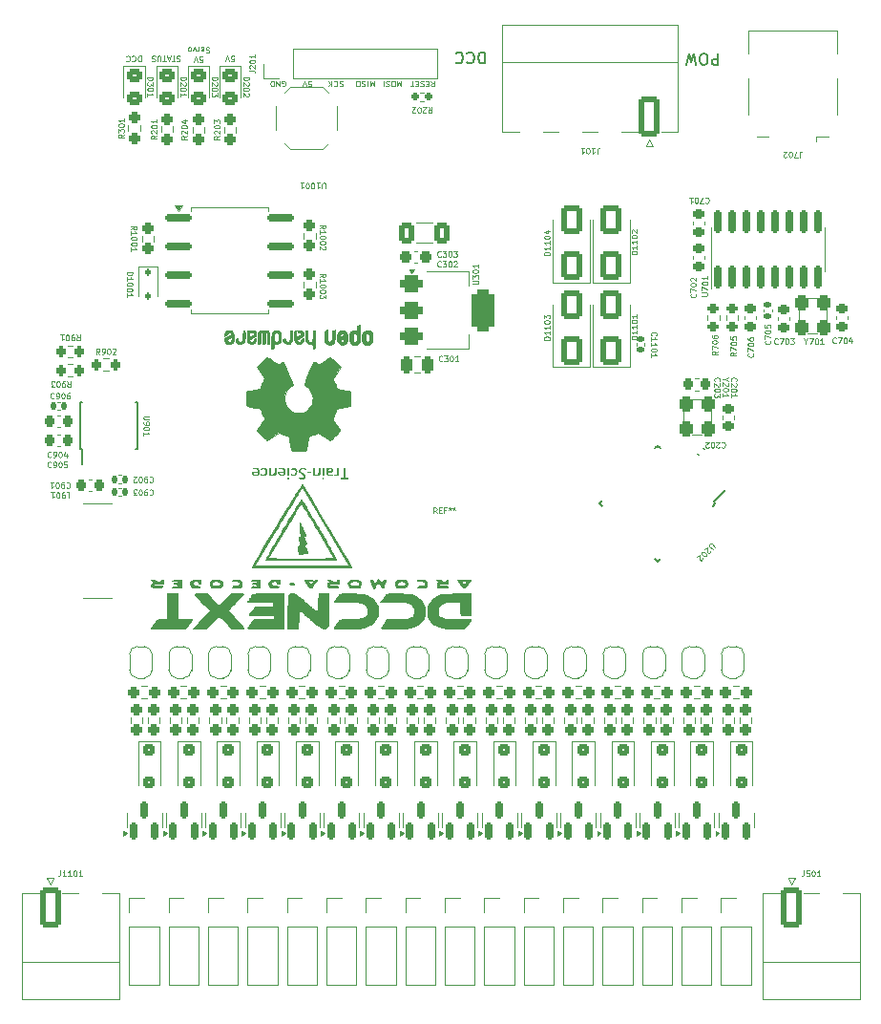
<source format=gbr>
%TF.GenerationSoftware,KiCad,Pcbnew,8.0.2*%
%TF.CreationDate,2024-12-02T21:08:37+01:00*%
%TF.ProjectId,servoDecoderInCabinet,73657276-6f44-4656-936f-646572496e43,rev?*%
%TF.SameCoordinates,Original*%
%TF.FileFunction,Legend,Top*%
%TF.FilePolarity,Positive*%
%FSLAX46Y46*%
G04 Gerber Fmt 4.6, Leading zero omitted, Abs format (unit mm)*
G04 Created by KiCad (PCBNEW 8.0.2) date 2024-12-02 21:08:37*
%MOMM*%
%LPD*%
G01*
G04 APERTURE LIST*
G04 Aperture macros list*
%AMRoundRect*
0 Rectangle with rounded corners*
0 $1 Rounding radius*
0 $2 $3 $4 $5 $6 $7 $8 $9 X,Y pos of 4 corners*
0 Add a 4 corners polygon primitive as box body*
4,1,4,$2,$3,$4,$5,$6,$7,$8,$9,$2,$3,0*
0 Add four circle primitives for the rounded corners*
1,1,$1+$1,$2,$3*
1,1,$1+$1,$4,$5*
1,1,$1+$1,$6,$7*
1,1,$1+$1,$8,$9*
0 Add four rect primitives between the rounded corners*
20,1,$1+$1,$2,$3,$4,$5,0*
20,1,$1+$1,$4,$5,$6,$7,0*
20,1,$1+$1,$6,$7,$8,$9,0*
20,1,$1+$1,$8,$9,$2,$3,0*%
%AMRotRect*
0 Rectangle, with rotation*
0 The origin of the aperture is its center*
0 $1 length*
0 $2 width*
0 $3 Rotation angle, in degrees counterclockwise*
0 Add horizontal line*
21,1,$1,$2,0,0,$3*%
%AMFreePoly0*
4,1,19,0.500000,-0.750000,0.000000,-0.750000,0.000000,-0.744911,-0.071157,-0.744911,-0.207708,-0.704816,-0.327430,-0.627875,-0.420627,-0.520320,-0.479746,-0.390866,-0.500000,-0.250000,-0.500000,0.250000,-0.479746,0.390866,-0.420627,0.520320,-0.327430,0.627875,-0.207708,0.704816,-0.071157,0.744911,0.000000,0.744911,0.000000,0.750000,0.500000,0.750000,0.500000,-0.750000,0.500000,-0.750000,
$1*%
%AMFreePoly1*
4,1,19,0.000000,0.744911,0.071157,0.744911,0.207708,0.704816,0.327430,0.627875,0.420627,0.520320,0.479746,0.390866,0.500000,0.250000,0.500000,-0.250000,0.479746,-0.390866,0.420627,-0.520320,0.327430,-0.627875,0.207708,-0.704816,0.071157,-0.744911,0.000000,-0.744911,0.000000,-0.750000,-0.500000,-0.750000,-0.500000,0.750000,0.000000,0.750000,0.000000,0.744911,0.000000,0.744911,
$1*%
G04 Aperture macros list end*
%ADD10C,0.075000*%
%ADD11C,0.150000*%
%ADD12C,0.120000*%
%ADD13C,0.010000*%
%ADD14C,0.000000*%
%ADD15RoundRect,0.250000X-0.450000X0.325000X-0.450000X-0.325000X0.450000X-0.325000X0.450000X0.325000X0*%
%ADD16RoundRect,0.150000X0.150000X-0.587500X0.150000X0.587500X-0.150000X0.587500X-0.150000X-0.587500X0*%
%ADD17RoundRect,0.225000X0.250000X-0.225000X0.250000X0.225000X-0.250000X0.225000X-0.250000X-0.225000X0*%
%ADD18RoundRect,0.162500X-1.012500X-0.162500X1.012500X-0.162500X1.012500X0.162500X-1.012500X0.162500X0*%
%ADD19FreePoly0,90.000000*%
%ADD20FreePoly1,90.000000*%
%ADD21RoundRect,0.237500X-0.237500X0.250000X-0.237500X-0.250000X0.237500X-0.250000X0.237500X0.250000X0*%
%ADD22RoundRect,0.300000X0.300000X-0.400000X0.300000X0.400000X-0.300000X0.400000X-0.300000X-0.400000X0*%
%ADD23RoundRect,0.237500X-0.250000X-0.237500X0.250000X-0.237500X0.250000X0.237500X-0.250000X0.237500X0*%
%ADD24RoundRect,0.250000X0.650000X-1.000000X0.650000X1.000000X-0.650000X1.000000X-0.650000X-1.000000X0*%
%ADD25RoundRect,0.250000X-0.300000X0.300000X-0.300000X-0.300000X0.300000X-0.300000X0.300000X0.300000X0*%
%ADD26RoundRect,0.200000X-0.275000X0.200000X-0.275000X-0.200000X0.275000X-0.200000X0.275000X0.200000X0*%
%ADD27RoundRect,0.250000X-0.650000X-1.550000X0.650000X-1.550000X0.650000X1.550000X-0.650000X1.550000X0*%
%ADD28O,1.800000X3.600000*%
%ADD29R,0.610000X1.910000*%
%ADD30R,1.550000X1.205000*%
%ADD31R,1.700000X1.700000*%
%ADD32O,1.700000X1.700000*%
%ADD33RoundRect,0.200000X-0.200000X-0.275000X0.200000X-0.275000X0.200000X0.275000X-0.200000X0.275000X0*%
%ADD34RoundRect,0.140000X0.170000X-0.140000X0.170000X0.140000X-0.170000X0.140000X-0.170000X-0.140000X0*%
%ADD35RoundRect,0.237500X0.237500X-0.250000X0.237500X0.250000X-0.237500X0.250000X-0.237500X-0.250000X0*%
%ADD36RoundRect,0.250000X-0.250000X-0.475000X0.250000X-0.475000X0.250000X0.475000X-0.250000X0.475000X0*%
%ADD37RoundRect,0.225000X0.225000X0.250000X-0.225000X0.250000X-0.225000X-0.250000X0.225000X-0.250000X0*%
%ADD38RoundRect,0.300000X-0.300000X0.400000X-0.300000X-0.400000X0.300000X-0.400000X0.300000X0.400000X0*%
%ADD39RoundRect,0.200000X0.275000X-0.200000X0.275000X0.200000X-0.275000X0.200000X-0.275000X-0.200000X0*%
%ADD40RoundRect,0.225000X-0.250000X0.225000X-0.250000X-0.225000X0.250000X-0.225000X0.250000X0.225000X0*%
%ADD41RoundRect,0.237500X-0.300000X-0.237500X0.300000X-0.237500X0.300000X0.237500X-0.300000X0.237500X0*%
%ADD42RoundRect,0.250000X-0.412500X-0.650000X0.412500X-0.650000X0.412500X0.650000X-0.412500X0.650000X0*%
%ADD43RoundRect,0.140000X-0.140000X-0.170000X0.140000X-0.170000X0.140000X0.170000X-0.140000X0.170000X0*%
%ADD44RoundRect,0.150000X0.150000X-0.825000X0.150000X0.825000X-0.150000X0.825000X-0.150000X-0.825000X0*%
%ADD45RoundRect,0.200000X0.200000X0.275000X-0.200000X0.275000X-0.200000X-0.275000X0.200000X-0.275000X0*%
%ADD46RoundRect,0.225000X-0.225000X-0.250000X0.225000X-0.250000X0.225000X0.250000X-0.225000X0.250000X0*%
%ADD47RoundRect,0.112500X-0.112500X0.187500X-0.112500X-0.187500X0.112500X-0.187500X0.112500X0.187500X0*%
%ADD48R,2.600000X8.200000*%
%ADD49RoundRect,0.160000X0.197500X0.160000X-0.197500X0.160000X-0.197500X-0.160000X0.197500X-0.160000X0*%
%ADD50RotRect,1.600000X0.550000X225.000000*%
%ADD51RotRect,1.600000X0.550000X315.000000*%
%ADD52C,1.000000*%
%ADD53R,0.500000X2.000000*%
%ADD54R,2.000000X1.700000*%
%ADD55RoundRect,0.375000X-0.625000X-0.375000X0.625000X-0.375000X0.625000X0.375000X-0.625000X0.375000X0*%
%ADD56RoundRect,0.500000X-0.500000X-1.400000X0.500000X-1.400000X0.500000X1.400000X-0.500000X1.400000X0*%
%ADD57R,1.800000X1.100000*%
%ADD58RoundRect,0.140000X-0.170000X0.140000X-0.170000X-0.140000X0.170000X-0.140000X0.170000X0.140000X0*%
%ADD59RoundRect,0.250000X0.650000X1.550000X-0.650000X1.550000X-0.650000X-1.550000X0.650000X-1.550000X0*%
%ADD60RoundRect,0.140000X-0.219203X-0.021213X-0.021213X-0.219203X0.219203X0.021213X0.021213X0.219203X0*%
G04 APERTURE END LIST*
D10*
X198991419Y-44411900D02*
X198919991Y-44388090D01*
X198919991Y-44388090D02*
X198800943Y-44388090D01*
X198800943Y-44388090D02*
X198753324Y-44411900D01*
X198753324Y-44411900D02*
X198729515Y-44435709D01*
X198729515Y-44435709D02*
X198705705Y-44483328D01*
X198705705Y-44483328D02*
X198705705Y-44530947D01*
X198705705Y-44530947D02*
X198729515Y-44578566D01*
X198729515Y-44578566D02*
X198753324Y-44602376D01*
X198753324Y-44602376D02*
X198800943Y-44626185D01*
X198800943Y-44626185D02*
X198896181Y-44649995D01*
X198896181Y-44649995D02*
X198943800Y-44673804D01*
X198943800Y-44673804D02*
X198967610Y-44697614D01*
X198967610Y-44697614D02*
X198991419Y-44745233D01*
X198991419Y-44745233D02*
X198991419Y-44792852D01*
X198991419Y-44792852D02*
X198967610Y-44840471D01*
X198967610Y-44840471D02*
X198943800Y-44864280D01*
X198943800Y-44864280D02*
X198896181Y-44888090D01*
X198896181Y-44888090D02*
X198777134Y-44888090D01*
X198777134Y-44888090D02*
X198705705Y-44864280D01*
X198205706Y-44435709D02*
X198229515Y-44411900D01*
X198229515Y-44411900D02*
X198300944Y-44388090D01*
X198300944Y-44388090D02*
X198348563Y-44388090D01*
X198348563Y-44388090D02*
X198419991Y-44411900D01*
X198419991Y-44411900D02*
X198467610Y-44459519D01*
X198467610Y-44459519D02*
X198491420Y-44507138D01*
X198491420Y-44507138D02*
X198515229Y-44602376D01*
X198515229Y-44602376D02*
X198515229Y-44673804D01*
X198515229Y-44673804D02*
X198491420Y-44769042D01*
X198491420Y-44769042D02*
X198467610Y-44816661D01*
X198467610Y-44816661D02*
X198419991Y-44864280D01*
X198419991Y-44864280D02*
X198348563Y-44888090D01*
X198348563Y-44888090D02*
X198300944Y-44888090D01*
X198300944Y-44888090D02*
X198229515Y-44864280D01*
X198229515Y-44864280D02*
X198205706Y-44840471D01*
X197991420Y-44388090D02*
X197991420Y-44888090D01*
X197705706Y-44388090D02*
X197919991Y-44673804D01*
X197705706Y-44888090D02*
X197991420Y-44602376D01*
X195935515Y-44888090D02*
X196173610Y-44888090D01*
X196173610Y-44888090D02*
X196197419Y-44649995D01*
X196197419Y-44649995D02*
X196173610Y-44673804D01*
X196173610Y-44673804D02*
X196125991Y-44697614D01*
X196125991Y-44697614D02*
X196006943Y-44697614D01*
X196006943Y-44697614D02*
X195959324Y-44673804D01*
X195959324Y-44673804D02*
X195935515Y-44649995D01*
X195935515Y-44649995D02*
X195911705Y-44602376D01*
X195911705Y-44602376D02*
X195911705Y-44483328D01*
X195911705Y-44483328D02*
X195935515Y-44435709D01*
X195935515Y-44435709D02*
X195959324Y-44411900D01*
X195959324Y-44411900D02*
X196006943Y-44388090D01*
X196006943Y-44388090D02*
X196125991Y-44388090D01*
X196125991Y-44388090D02*
X196173610Y-44411900D01*
X196173610Y-44411900D02*
X196197419Y-44435709D01*
X195768848Y-44888090D02*
X195602182Y-44388090D01*
X195602182Y-44388090D02*
X195435515Y-44888090D01*
D11*
X211600220Y-41855180D02*
X211600220Y-42855180D01*
X211600220Y-42855180D02*
X211362125Y-42855180D01*
X211362125Y-42855180D02*
X211219268Y-42807561D01*
X211219268Y-42807561D02*
X211124030Y-42712323D01*
X211124030Y-42712323D02*
X211076411Y-42617085D01*
X211076411Y-42617085D02*
X211028792Y-42426609D01*
X211028792Y-42426609D02*
X211028792Y-42283752D01*
X211028792Y-42283752D02*
X211076411Y-42093276D01*
X211076411Y-42093276D02*
X211124030Y-41998038D01*
X211124030Y-41998038D02*
X211219268Y-41902800D01*
X211219268Y-41902800D02*
X211362125Y-41855180D01*
X211362125Y-41855180D02*
X211600220Y-41855180D01*
X210028792Y-41950419D02*
X210076411Y-41902800D01*
X210076411Y-41902800D02*
X210219268Y-41855180D01*
X210219268Y-41855180D02*
X210314506Y-41855180D01*
X210314506Y-41855180D02*
X210457363Y-41902800D01*
X210457363Y-41902800D02*
X210552601Y-41998038D01*
X210552601Y-41998038D02*
X210600220Y-42093276D01*
X210600220Y-42093276D02*
X210647839Y-42283752D01*
X210647839Y-42283752D02*
X210647839Y-42426609D01*
X210647839Y-42426609D02*
X210600220Y-42617085D01*
X210600220Y-42617085D02*
X210552601Y-42712323D01*
X210552601Y-42712323D02*
X210457363Y-42807561D01*
X210457363Y-42807561D02*
X210314506Y-42855180D01*
X210314506Y-42855180D02*
X210219268Y-42855180D01*
X210219268Y-42855180D02*
X210076411Y-42807561D01*
X210076411Y-42807561D02*
X210028792Y-42759942D01*
X209028792Y-41950419D02*
X209076411Y-41902800D01*
X209076411Y-41902800D02*
X209219268Y-41855180D01*
X209219268Y-41855180D02*
X209314506Y-41855180D01*
X209314506Y-41855180D02*
X209457363Y-41902800D01*
X209457363Y-41902800D02*
X209552601Y-41998038D01*
X209552601Y-41998038D02*
X209600220Y-42093276D01*
X209600220Y-42093276D02*
X209647839Y-42283752D01*
X209647839Y-42283752D02*
X209647839Y-42426609D01*
X209647839Y-42426609D02*
X209600220Y-42617085D01*
X209600220Y-42617085D02*
X209552601Y-42712323D01*
X209552601Y-42712323D02*
X209457363Y-42807561D01*
X209457363Y-42807561D02*
X209314506Y-42855180D01*
X209314506Y-42855180D02*
X209219268Y-42855180D01*
X209219268Y-42855180D02*
X209076411Y-42807561D01*
X209076411Y-42807561D02*
X209028792Y-42759942D01*
D10*
X201761610Y-44388090D02*
X201761610Y-44888090D01*
X201761610Y-44888090D02*
X201594943Y-44530947D01*
X201594943Y-44530947D02*
X201428277Y-44888090D01*
X201428277Y-44888090D02*
X201428277Y-44388090D01*
X201190181Y-44388090D02*
X201190181Y-44888090D01*
X200975895Y-44411900D02*
X200904467Y-44388090D01*
X200904467Y-44388090D02*
X200785419Y-44388090D01*
X200785419Y-44388090D02*
X200737800Y-44411900D01*
X200737800Y-44411900D02*
X200713991Y-44435709D01*
X200713991Y-44435709D02*
X200690181Y-44483328D01*
X200690181Y-44483328D02*
X200690181Y-44530947D01*
X200690181Y-44530947D02*
X200713991Y-44578566D01*
X200713991Y-44578566D02*
X200737800Y-44602376D01*
X200737800Y-44602376D02*
X200785419Y-44626185D01*
X200785419Y-44626185D02*
X200880657Y-44649995D01*
X200880657Y-44649995D02*
X200928276Y-44673804D01*
X200928276Y-44673804D02*
X200952086Y-44697614D01*
X200952086Y-44697614D02*
X200975895Y-44745233D01*
X200975895Y-44745233D02*
X200975895Y-44792852D01*
X200975895Y-44792852D02*
X200952086Y-44840471D01*
X200952086Y-44840471D02*
X200928276Y-44864280D01*
X200928276Y-44864280D02*
X200880657Y-44888090D01*
X200880657Y-44888090D02*
X200761610Y-44888090D01*
X200761610Y-44888090D02*
X200690181Y-44864280D01*
X200380658Y-44888090D02*
X200285420Y-44888090D01*
X200285420Y-44888090D02*
X200237801Y-44864280D01*
X200237801Y-44864280D02*
X200190182Y-44816661D01*
X200190182Y-44816661D02*
X200166372Y-44721423D01*
X200166372Y-44721423D02*
X200166372Y-44554757D01*
X200166372Y-44554757D02*
X200190182Y-44459519D01*
X200190182Y-44459519D02*
X200237801Y-44411900D01*
X200237801Y-44411900D02*
X200285420Y-44388090D01*
X200285420Y-44388090D02*
X200380658Y-44388090D01*
X200380658Y-44388090D02*
X200428277Y-44411900D01*
X200428277Y-44411900D02*
X200475896Y-44459519D01*
X200475896Y-44459519D02*
X200499705Y-44554757D01*
X200499705Y-44554757D02*
X200499705Y-44721423D01*
X200499705Y-44721423D02*
X200475896Y-44816661D01*
X200475896Y-44816661D02*
X200428277Y-44864280D01*
X200428277Y-44864280D02*
X200380658Y-44888090D01*
X186307237Y-42714062D02*
X186545332Y-42714062D01*
X186545332Y-42714062D02*
X186569141Y-42475967D01*
X186569141Y-42475967D02*
X186545332Y-42499776D01*
X186545332Y-42499776D02*
X186497713Y-42523586D01*
X186497713Y-42523586D02*
X186378665Y-42523586D01*
X186378665Y-42523586D02*
X186331046Y-42499776D01*
X186331046Y-42499776D02*
X186307237Y-42475967D01*
X186307237Y-42475967D02*
X186283427Y-42428348D01*
X186283427Y-42428348D02*
X186283427Y-42309300D01*
X186283427Y-42309300D02*
X186307237Y-42261681D01*
X186307237Y-42261681D02*
X186331046Y-42237872D01*
X186331046Y-42237872D02*
X186378665Y-42214062D01*
X186378665Y-42214062D02*
X186497713Y-42214062D01*
X186497713Y-42214062D02*
X186545332Y-42237872D01*
X186545332Y-42237872D02*
X186569141Y-42261681D01*
X186140570Y-42714062D02*
X185973904Y-42214062D01*
X185973904Y-42214062D02*
X185807237Y-42714062D01*
X187140570Y-41432900D02*
X187069142Y-41409090D01*
X187069142Y-41409090D02*
X186950094Y-41409090D01*
X186950094Y-41409090D02*
X186902475Y-41432900D01*
X186902475Y-41432900D02*
X186878666Y-41456709D01*
X186878666Y-41456709D02*
X186854856Y-41504328D01*
X186854856Y-41504328D02*
X186854856Y-41551947D01*
X186854856Y-41551947D02*
X186878666Y-41599566D01*
X186878666Y-41599566D02*
X186902475Y-41623376D01*
X186902475Y-41623376D02*
X186950094Y-41647185D01*
X186950094Y-41647185D02*
X187045332Y-41670995D01*
X187045332Y-41670995D02*
X187092951Y-41694804D01*
X187092951Y-41694804D02*
X187116761Y-41718614D01*
X187116761Y-41718614D02*
X187140570Y-41766233D01*
X187140570Y-41766233D02*
X187140570Y-41813852D01*
X187140570Y-41813852D02*
X187116761Y-41861471D01*
X187116761Y-41861471D02*
X187092951Y-41885280D01*
X187092951Y-41885280D02*
X187045332Y-41909090D01*
X187045332Y-41909090D02*
X186926285Y-41909090D01*
X186926285Y-41909090D02*
X186854856Y-41885280D01*
X186450095Y-41432900D02*
X186497714Y-41409090D01*
X186497714Y-41409090D02*
X186592952Y-41409090D01*
X186592952Y-41409090D02*
X186640571Y-41432900D01*
X186640571Y-41432900D02*
X186664380Y-41480519D01*
X186664380Y-41480519D02*
X186664380Y-41670995D01*
X186664380Y-41670995D02*
X186640571Y-41718614D01*
X186640571Y-41718614D02*
X186592952Y-41742423D01*
X186592952Y-41742423D02*
X186497714Y-41742423D01*
X186497714Y-41742423D02*
X186450095Y-41718614D01*
X186450095Y-41718614D02*
X186426285Y-41670995D01*
X186426285Y-41670995D02*
X186426285Y-41623376D01*
X186426285Y-41623376D02*
X186664380Y-41575757D01*
X186212000Y-41409090D02*
X186212000Y-41742423D01*
X186212000Y-41647185D02*
X186188190Y-41694804D01*
X186188190Y-41694804D02*
X186164381Y-41718614D01*
X186164381Y-41718614D02*
X186116762Y-41742423D01*
X186116762Y-41742423D02*
X186069143Y-41742423D01*
X185950095Y-41742423D02*
X185831047Y-41409090D01*
X185831047Y-41409090D02*
X185712000Y-41742423D01*
X185450095Y-41409090D02*
X185497714Y-41432900D01*
X185497714Y-41432900D02*
X185521524Y-41456709D01*
X185521524Y-41456709D02*
X185545333Y-41504328D01*
X185545333Y-41504328D02*
X185545333Y-41647185D01*
X185545333Y-41647185D02*
X185521524Y-41694804D01*
X185521524Y-41694804D02*
X185497714Y-41718614D01*
X185497714Y-41718614D02*
X185450095Y-41742423D01*
X185450095Y-41742423D02*
X185378667Y-41742423D01*
X185378667Y-41742423D02*
X185331048Y-41718614D01*
X185331048Y-41718614D02*
X185307238Y-41694804D01*
X185307238Y-41694804D02*
X185283429Y-41647185D01*
X185283429Y-41647185D02*
X185283429Y-41504328D01*
X185283429Y-41504328D02*
X185307238Y-41456709D01*
X185307238Y-41456709D02*
X185331048Y-41432900D01*
X185331048Y-41432900D02*
X185378667Y-41409090D01*
X185378667Y-41409090D02*
X185450095Y-41409090D01*
X181090610Y-42171090D02*
X181090610Y-42671090D01*
X181090610Y-42671090D02*
X180971562Y-42671090D01*
X180971562Y-42671090D02*
X180900134Y-42647280D01*
X180900134Y-42647280D02*
X180852515Y-42599661D01*
X180852515Y-42599661D02*
X180828705Y-42552042D01*
X180828705Y-42552042D02*
X180804896Y-42456804D01*
X180804896Y-42456804D02*
X180804896Y-42385376D01*
X180804896Y-42385376D02*
X180828705Y-42290138D01*
X180828705Y-42290138D02*
X180852515Y-42242519D01*
X180852515Y-42242519D02*
X180900134Y-42194900D01*
X180900134Y-42194900D02*
X180971562Y-42171090D01*
X180971562Y-42171090D02*
X181090610Y-42171090D01*
X180304896Y-42218709D02*
X180328705Y-42194900D01*
X180328705Y-42194900D02*
X180400134Y-42171090D01*
X180400134Y-42171090D02*
X180447753Y-42171090D01*
X180447753Y-42171090D02*
X180519181Y-42194900D01*
X180519181Y-42194900D02*
X180566800Y-42242519D01*
X180566800Y-42242519D02*
X180590610Y-42290138D01*
X180590610Y-42290138D02*
X180614419Y-42385376D01*
X180614419Y-42385376D02*
X180614419Y-42456804D01*
X180614419Y-42456804D02*
X180590610Y-42552042D01*
X180590610Y-42552042D02*
X180566800Y-42599661D01*
X180566800Y-42599661D02*
X180519181Y-42647280D01*
X180519181Y-42647280D02*
X180447753Y-42671090D01*
X180447753Y-42671090D02*
X180400134Y-42671090D01*
X180400134Y-42671090D02*
X180328705Y-42647280D01*
X180328705Y-42647280D02*
X180304896Y-42623471D01*
X179804896Y-42218709D02*
X179828705Y-42194900D01*
X179828705Y-42194900D02*
X179900134Y-42171090D01*
X179900134Y-42171090D02*
X179947753Y-42171090D01*
X179947753Y-42171090D02*
X180019181Y-42194900D01*
X180019181Y-42194900D02*
X180066800Y-42242519D01*
X180066800Y-42242519D02*
X180090610Y-42290138D01*
X180090610Y-42290138D02*
X180114419Y-42385376D01*
X180114419Y-42385376D02*
X180114419Y-42456804D01*
X180114419Y-42456804D02*
X180090610Y-42552042D01*
X180090610Y-42552042D02*
X180066800Y-42599661D01*
X180066800Y-42599661D02*
X180019181Y-42647280D01*
X180019181Y-42647280D02*
X179947753Y-42671090D01*
X179947753Y-42671090D02*
X179900134Y-42671090D01*
X179900134Y-42671090D02*
X179828705Y-42647280D01*
X179828705Y-42647280D02*
X179804896Y-42623471D01*
X184543419Y-42194900D02*
X184471991Y-42171090D01*
X184471991Y-42171090D02*
X184352943Y-42171090D01*
X184352943Y-42171090D02*
X184305324Y-42194900D01*
X184305324Y-42194900D02*
X184281515Y-42218709D01*
X184281515Y-42218709D02*
X184257705Y-42266328D01*
X184257705Y-42266328D02*
X184257705Y-42313947D01*
X184257705Y-42313947D02*
X184281515Y-42361566D01*
X184281515Y-42361566D02*
X184305324Y-42385376D01*
X184305324Y-42385376D02*
X184352943Y-42409185D01*
X184352943Y-42409185D02*
X184448181Y-42432995D01*
X184448181Y-42432995D02*
X184495800Y-42456804D01*
X184495800Y-42456804D02*
X184519610Y-42480614D01*
X184519610Y-42480614D02*
X184543419Y-42528233D01*
X184543419Y-42528233D02*
X184543419Y-42575852D01*
X184543419Y-42575852D02*
X184519610Y-42623471D01*
X184519610Y-42623471D02*
X184495800Y-42647280D01*
X184495800Y-42647280D02*
X184448181Y-42671090D01*
X184448181Y-42671090D02*
X184329134Y-42671090D01*
X184329134Y-42671090D02*
X184257705Y-42647280D01*
X184114848Y-42671090D02*
X183829134Y-42671090D01*
X183971991Y-42171090D02*
X183971991Y-42671090D01*
X183686277Y-42313947D02*
X183448182Y-42313947D01*
X183733896Y-42171090D02*
X183567230Y-42671090D01*
X183567230Y-42671090D02*
X183400563Y-42171090D01*
X183305325Y-42671090D02*
X183019611Y-42671090D01*
X183162468Y-42171090D02*
X183162468Y-42671090D01*
X182852945Y-42671090D02*
X182852945Y-42266328D01*
X182852945Y-42266328D02*
X182829135Y-42218709D01*
X182829135Y-42218709D02*
X182805326Y-42194900D01*
X182805326Y-42194900D02*
X182757707Y-42171090D01*
X182757707Y-42171090D02*
X182662469Y-42171090D01*
X182662469Y-42171090D02*
X182614850Y-42194900D01*
X182614850Y-42194900D02*
X182591040Y-42218709D01*
X182591040Y-42218709D02*
X182567231Y-42266328D01*
X182567231Y-42266328D02*
X182567231Y-42671090D01*
X182352944Y-42194900D02*
X182281516Y-42171090D01*
X182281516Y-42171090D02*
X182162468Y-42171090D01*
X182162468Y-42171090D02*
X182114849Y-42194900D01*
X182114849Y-42194900D02*
X182091040Y-42218709D01*
X182091040Y-42218709D02*
X182067230Y-42266328D01*
X182067230Y-42266328D02*
X182067230Y-42313947D01*
X182067230Y-42313947D02*
X182091040Y-42361566D01*
X182091040Y-42361566D02*
X182114849Y-42385376D01*
X182114849Y-42385376D02*
X182162468Y-42409185D01*
X182162468Y-42409185D02*
X182257706Y-42432995D01*
X182257706Y-42432995D02*
X182305325Y-42456804D01*
X182305325Y-42456804D02*
X182329135Y-42480614D01*
X182329135Y-42480614D02*
X182352944Y-42528233D01*
X182352944Y-42528233D02*
X182352944Y-42575852D01*
X182352944Y-42575852D02*
X182329135Y-42623471D01*
X182329135Y-42623471D02*
X182305325Y-42647280D01*
X182305325Y-42647280D02*
X182257706Y-42671090D01*
X182257706Y-42671090D02*
X182138659Y-42671090D01*
X182138659Y-42671090D02*
X182067230Y-42647280D01*
X193625705Y-44864280D02*
X193673324Y-44888090D01*
X193673324Y-44888090D02*
X193744753Y-44888090D01*
X193744753Y-44888090D02*
X193816181Y-44864280D01*
X193816181Y-44864280D02*
X193863800Y-44816661D01*
X193863800Y-44816661D02*
X193887610Y-44769042D01*
X193887610Y-44769042D02*
X193911419Y-44673804D01*
X193911419Y-44673804D02*
X193911419Y-44602376D01*
X193911419Y-44602376D02*
X193887610Y-44507138D01*
X193887610Y-44507138D02*
X193863800Y-44459519D01*
X193863800Y-44459519D02*
X193816181Y-44411900D01*
X193816181Y-44411900D02*
X193744753Y-44388090D01*
X193744753Y-44388090D02*
X193697134Y-44388090D01*
X193697134Y-44388090D02*
X193625705Y-44411900D01*
X193625705Y-44411900D02*
X193601896Y-44435709D01*
X193601896Y-44435709D02*
X193601896Y-44602376D01*
X193601896Y-44602376D02*
X193697134Y-44602376D01*
X193387610Y-44388090D02*
X193387610Y-44888090D01*
X193387610Y-44888090D02*
X193101896Y-44388090D01*
X193101896Y-44388090D02*
X193101896Y-44888090D01*
X192863800Y-44388090D02*
X192863800Y-44888090D01*
X192863800Y-44888090D02*
X192744752Y-44888090D01*
X192744752Y-44888090D02*
X192673324Y-44864280D01*
X192673324Y-44864280D02*
X192625705Y-44816661D01*
X192625705Y-44816661D02*
X192601895Y-44769042D01*
X192601895Y-44769042D02*
X192578086Y-44673804D01*
X192578086Y-44673804D02*
X192578086Y-44602376D01*
X192578086Y-44602376D02*
X192601895Y-44507138D01*
X192601895Y-44507138D02*
X192625705Y-44459519D01*
X192625705Y-44459519D02*
X192673324Y-44411900D01*
X192673324Y-44411900D02*
X192744752Y-44388090D01*
X192744752Y-44388090D02*
X192863800Y-44388090D01*
X206809896Y-44388090D02*
X206976562Y-44626185D01*
X207095610Y-44388090D02*
X207095610Y-44888090D01*
X207095610Y-44888090D02*
X206905134Y-44888090D01*
X206905134Y-44888090D02*
X206857515Y-44864280D01*
X206857515Y-44864280D02*
X206833705Y-44840471D01*
X206833705Y-44840471D02*
X206809896Y-44792852D01*
X206809896Y-44792852D02*
X206809896Y-44721423D01*
X206809896Y-44721423D02*
X206833705Y-44673804D01*
X206833705Y-44673804D02*
X206857515Y-44649995D01*
X206857515Y-44649995D02*
X206905134Y-44626185D01*
X206905134Y-44626185D02*
X207095610Y-44626185D01*
X206595610Y-44649995D02*
X206428943Y-44649995D01*
X206357515Y-44388090D02*
X206595610Y-44388090D01*
X206595610Y-44388090D02*
X206595610Y-44888090D01*
X206595610Y-44888090D02*
X206357515Y-44888090D01*
X206167038Y-44411900D02*
X206095610Y-44388090D01*
X206095610Y-44388090D02*
X205976562Y-44388090D01*
X205976562Y-44388090D02*
X205928943Y-44411900D01*
X205928943Y-44411900D02*
X205905134Y-44435709D01*
X205905134Y-44435709D02*
X205881324Y-44483328D01*
X205881324Y-44483328D02*
X205881324Y-44530947D01*
X205881324Y-44530947D02*
X205905134Y-44578566D01*
X205905134Y-44578566D02*
X205928943Y-44602376D01*
X205928943Y-44602376D02*
X205976562Y-44626185D01*
X205976562Y-44626185D02*
X206071800Y-44649995D01*
X206071800Y-44649995D02*
X206119419Y-44673804D01*
X206119419Y-44673804D02*
X206143229Y-44697614D01*
X206143229Y-44697614D02*
X206167038Y-44745233D01*
X206167038Y-44745233D02*
X206167038Y-44792852D01*
X206167038Y-44792852D02*
X206143229Y-44840471D01*
X206143229Y-44840471D02*
X206119419Y-44864280D01*
X206119419Y-44864280D02*
X206071800Y-44888090D01*
X206071800Y-44888090D02*
X205952753Y-44888090D01*
X205952753Y-44888090D02*
X205881324Y-44864280D01*
X205667039Y-44649995D02*
X205500372Y-44649995D01*
X205428944Y-44388090D02*
X205667039Y-44388090D01*
X205667039Y-44388090D02*
X205667039Y-44888090D01*
X205667039Y-44888090D02*
X205428944Y-44888090D01*
X205286086Y-44888090D02*
X205000372Y-44888090D01*
X205143229Y-44388090D02*
X205143229Y-44888090D01*
X189107515Y-42671090D02*
X189345610Y-42671090D01*
X189345610Y-42671090D02*
X189369419Y-42432995D01*
X189369419Y-42432995D02*
X189345610Y-42456804D01*
X189345610Y-42456804D02*
X189297991Y-42480614D01*
X189297991Y-42480614D02*
X189178943Y-42480614D01*
X189178943Y-42480614D02*
X189131324Y-42456804D01*
X189131324Y-42456804D02*
X189107515Y-42432995D01*
X189107515Y-42432995D02*
X189083705Y-42385376D01*
X189083705Y-42385376D02*
X189083705Y-42266328D01*
X189083705Y-42266328D02*
X189107515Y-42218709D01*
X189107515Y-42218709D02*
X189131324Y-42194900D01*
X189131324Y-42194900D02*
X189178943Y-42171090D01*
X189178943Y-42171090D02*
X189297991Y-42171090D01*
X189297991Y-42171090D02*
X189345610Y-42194900D01*
X189345610Y-42194900D02*
X189369419Y-42218709D01*
X188940848Y-42671090D02*
X188774182Y-42171090D01*
X188774182Y-42171090D02*
X188607515Y-42671090D01*
D11*
X232301220Y-41982180D02*
X232301220Y-42982180D01*
X232301220Y-42982180D02*
X231920268Y-42982180D01*
X231920268Y-42982180D02*
X231825030Y-42934561D01*
X231825030Y-42934561D02*
X231777411Y-42886942D01*
X231777411Y-42886942D02*
X231729792Y-42791704D01*
X231729792Y-42791704D02*
X231729792Y-42648847D01*
X231729792Y-42648847D02*
X231777411Y-42553609D01*
X231777411Y-42553609D02*
X231825030Y-42505990D01*
X231825030Y-42505990D02*
X231920268Y-42458371D01*
X231920268Y-42458371D02*
X232301220Y-42458371D01*
X231110744Y-42982180D02*
X230920268Y-42982180D01*
X230920268Y-42982180D02*
X230825030Y-42934561D01*
X230825030Y-42934561D02*
X230729792Y-42839323D01*
X230729792Y-42839323D02*
X230682173Y-42648847D01*
X230682173Y-42648847D02*
X230682173Y-42315514D01*
X230682173Y-42315514D02*
X230729792Y-42125038D01*
X230729792Y-42125038D02*
X230825030Y-42029800D01*
X230825030Y-42029800D02*
X230920268Y-41982180D01*
X230920268Y-41982180D02*
X231110744Y-41982180D01*
X231110744Y-41982180D02*
X231205982Y-42029800D01*
X231205982Y-42029800D02*
X231301220Y-42125038D01*
X231301220Y-42125038D02*
X231348839Y-42315514D01*
X231348839Y-42315514D02*
X231348839Y-42648847D01*
X231348839Y-42648847D02*
X231301220Y-42839323D01*
X231301220Y-42839323D02*
X231205982Y-42934561D01*
X231205982Y-42934561D02*
X231110744Y-42982180D01*
X230348839Y-42982180D02*
X230110744Y-41982180D01*
X230110744Y-41982180D02*
X229920268Y-42696466D01*
X229920268Y-42696466D02*
X229729792Y-41982180D01*
X229729792Y-41982180D02*
X229491697Y-42982180D01*
D10*
X204174610Y-44388090D02*
X204174610Y-44888090D01*
X204174610Y-44888090D02*
X204007943Y-44530947D01*
X204007943Y-44530947D02*
X203841277Y-44888090D01*
X203841277Y-44888090D02*
X203841277Y-44388090D01*
X203507943Y-44888090D02*
X203412705Y-44888090D01*
X203412705Y-44888090D02*
X203365086Y-44864280D01*
X203365086Y-44864280D02*
X203317467Y-44816661D01*
X203317467Y-44816661D02*
X203293657Y-44721423D01*
X203293657Y-44721423D02*
X203293657Y-44554757D01*
X203293657Y-44554757D02*
X203317467Y-44459519D01*
X203317467Y-44459519D02*
X203365086Y-44411900D01*
X203365086Y-44411900D02*
X203412705Y-44388090D01*
X203412705Y-44388090D02*
X203507943Y-44388090D01*
X203507943Y-44388090D02*
X203555562Y-44411900D01*
X203555562Y-44411900D02*
X203603181Y-44459519D01*
X203603181Y-44459519D02*
X203626990Y-44554757D01*
X203626990Y-44554757D02*
X203626990Y-44721423D01*
X203626990Y-44721423D02*
X203603181Y-44816661D01*
X203603181Y-44816661D02*
X203555562Y-44864280D01*
X203555562Y-44864280D02*
X203507943Y-44888090D01*
X203103180Y-44411900D02*
X203031752Y-44388090D01*
X203031752Y-44388090D02*
X202912704Y-44388090D01*
X202912704Y-44388090D02*
X202865085Y-44411900D01*
X202865085Y-44411900D02*
X202841276Y-44435709D01*
X202841276Y-44435709D02*
X202817466Y-44483328D01*
X202817466Y-44483328D02*
X202817466Y-44530947D01*
X202817466Y-44530947D02*
X202841276Y-44578566D01*
X202841276Y-44578566D02*
X202865085Y-44602376D01*
X202865085Y-44602376D02*
X202912704Y-44626185D01*
X202912704Y-44626185D02*
X203007942Y-44649995D01*
X203007942Y-44649995D02*
X203055561Y-44673804D01*
X203055561Y-44673804D02*
X203079371Y-44697614D01*
X203079371Y-44697614D02*
X203103180Y-44745233D01*
X203103180Y-44745233D02*
X203103180Y-44792852D01*
X203103180Y-44792852D02*
X203079371Y-44840471D01*
X203079371Y-44840471D02*
X203055561Y-44864280D01*
X203055561Y-44864280D02*
X203007942Y-44888090D01*
X203007942Y-44888090D02*
X202888895Y-44888090D01*
X202888895Y-44888090D02*
X202817466Y-44864280D01*
X202603181Y-44388090D02*
X202603181Y-44888090D01*
X187381590Y-44054762D02*
X187881590Y-44054762D01*
X187881590Y-44054762D02*
X187881590Y-44173810D01*
X187881590Y-44173810D02*
X187857780Y-44245238D01*
X187857780Y-44245238D02*
X187810161Y-44292857D01*
X187810161Y-44292857D02*
X187762542Y-44316667D01*
X187762542Y-44316667D02*
X187667304Y-44340476D01*
X187667304Y-44340476D02*
X187595876Y-44340476D01*
X187595876Y-44340476D02*
X187500638Y-44316667D01*
X187500638Y-44316667D02*
X187453019Y-44292857D01*
X187453019Y-44292857D02*
X187405400Y-44245238D01*
X187405400Y-44245238D02*
X187381590Y-44173810D01*
X187381590Y-44173810D02*
X187381590Y-44054762D01*
X187833971Y-44530953D02*
X187857780Y-44554762D01*
X187857780Y-44554762D02*
X187881590Y-44602381D01*
X187881590Y-44602381D02*
X187881590Y-44721429D01*
X187881590Y-44721429D02*
X187857780Y-44769048D01*
X187857780Y-44769048D02*
X187833971Y-44792857D01*
X187833971Y-44792857D02*
X187786352Y-44816667D01*
X187786352Y-44816667D02*
X187738733Y-44816667D01*
X187738733Y-44816667D02*
X187667304Y-44792857D01*
X187667304Y-44792857D02*
X187381590Y-44507143D01*
X187381590Y-44507143D02*
X187381590Y-44816667D01*
X187881590Y-45126190D02*
X187881590Y-45173809D01*
X187881590Y-45173809D02*
X187857780Y-45221428D01*
X187857780Y-45221428D02*
X187833971Y-45245238D01*
X187833971Y-45245238D02*
X187786352Y-45269047D01*
X187786352Y-45269047D02*
X187691114Y-45292857D01*
X187691114Y-45292857D02*
X187572066Y-45292857D01*
X187572066Y-45292857D02*
X187476828Y-45269047D01*
X187476828Y-45269047D02*
X187429209Y-45245238D01*
X187429209Y-45245238D02*
X187405400Y-45221428D01*
X187405400Y-45221428D02*
X187381590Y-45173809D01*
X187381590Y-45173809D02*
X187381590Y-45126190D01*
X187381590Y-45126190D02*
X187405400Y-45078571D01*
X187405400Y-45078571D02*
X187429209Y-45054762D01*
X187429209Y-45054762D02*
X187476828Y-45030952D01*
X187476828Y-45030952D02*
X187572066Y-45007143D01*
X187572066Y-45007143D02*
X187691114Y-45007143D01*
X187691114Y-45007143D02*
X187786352Y-45030952D01*
X187786352Y-45030952D02*
X187833971Y-45054762D01*
X187833971Y-45054762D02*
X187857780Y-45078571D01*
X187857780Y-45078571D02*
X187881590Y-45126190D01*
X187881590Y-45459523D02*
X187881590Y-45769047D01*
X187881590Y-45769047D02*
X187691114Y-45602380D01*
X187691114Y-45602380D02*
X187691114Y-45673809D01*
X187691114Y-45673809D02*
X187667304Y-45721428D01*
X187667304Y-45721428D02*
X187643495Y-45745237D01*
X187643495Y-45745237D02*
X187595876Y-45769047D01*
X187595876Y-45769047D02*
X187476828Y-45769047D01*
X187476828Y-45769047D02*
X187429209Y-45745237D01*
X187429209Y-45745237D02*
X187405400Y-45721428D01*
X187405400Y-45721428D02*
X187381590Y-45673809D01*
X187381590Y-45673809D02*
X187381590Y-45530952D01*
X187381590Y-45530952D02*
X187405400Y-45483333D01*
X187405400Y-45483333D02*
X187429209Y-45459523D01*
X242747476Y-67593290D02*
X242723667Y-67617100D01*
X242723667Y-67617100D02*
X242652238Y-67640909D01*
X242652238Y-67640909D02*
X242604619Y-67640909D01*
X242604619Y-67640909D02*
X242533191Y-67617100D01*
X242533191Y-67617100D02*
X242485572Y-67569480D01*
X242485572Y-67569480D02*
X242461762Y-67521861D01*
X242461762Y-67521861D02*
X242437953Y-67426623D01*
X242437953Y-67426623D02*
X242437953Y-67355195D01*
X242437953Y-67355195D02*
X242461762Y-67259957D01*
X242461762Y-67259957D02*
X242485572Y-67212338D01*
X242485572Y-67212338D02*
X242533191Y-67164719D01*
X242533191Y-67164719D02*
X242604619Y-67140909D01*
X242604619Y-67140909D02*
X242652238Y-67140909D01*
X242652238Y-67140909D02*
X242723667Y-67164719D01*
X242723667Y-67164719D02*
X242747476Y-67188528D01*
X242914143Y-67140909D02*
X243247476Y-67140909D01*
X243247476Y-67140909D02*
X243033191Y-67640909D01*
X243533190Y-67140909D02*
X243580809Y-67140909D01*
X243580809Y-67140909D02*
X243628428Y-67164719D01*
X243628428Y-67164719D02*
X243652238Y-67188528D01*
X243652238Y-67188528D02*
X243676047Y-67236147D01*
X243676047Y-67236147D02*
X243699857Y-67331385D01*
X243699857Y-67331385D02*
X243699857Y-67450433D01*
X243699857Y-67450433D02*
X243676047Y-67545671D01*
X243676047Y-67545671D02*
X243652238Y-67593290D01*
X243652238Y-67593290D02*
X243628428Y-67617100D01*
X243628428Y-67617100D02*
X243580809Y-67640909D01*
X243580809Y-67640909D02*
X243533190Y-67640909D01*
X243533190Y-67640909D02*
X243485571Y-67617100D01*
X243485571Y-67617100D02*
X243461762Y-67593290D01*
X243461762Y-67593290D02*
X243437952Y-67545671D01*
X243437952Y-67545671D02*
X243414143Y-67450433D01*
X243414143Y-67450433D02*
X243414143Y-67331385D01*
X243414143Y-67331385D02*
X243437952Y-67236147D01*
X243437952Y-67236147D02*
X243461762Y-67188528D01*
X243461762Y-67188528D02*
X243485571Y-67164719D01*
X243485571Y-67164719D02*
X243533190Y-67140909D01*
X244128428Y-67307576D02*
X244128428Y-67640909D01*
X244009380Y-67117100D02*
X243890333Y-67474242D01*
X243890333Y-67474242D02*
X244199856Y-67474242D01*
X197446237Y-53935590D02*
X197446237Y-53530828D01*
X197446237Y-53530828D02*
X197422427Y-53483209D01*
X197422427Y-53483209D02*
X197398618Y-53459400D01*
X197398618Y-53459400D02*
X197350999Y-53435590D01*
X197350999Y-53435590D02*
X197255761Y-53435590D01*
X197255761Y-53435590D02*
X197208142Y-53459400D01*
X197208142Y-53459400D02*
X197184332Y-53483209D01*
X197184332Y-53483209D02*
X197160523Y-53530828D01*
X197160523Y-53530828D02*
X197160523Y-53935590D01*
X196660522Y-53435590D02*
X196946236Y-53435590D01*
X196803379Y-53435590D02*
X196803379Y-53935590D01*
X196803379Y-53935590D02*
X196850998Y-53864161D01*
X196850998Y-53864161D02*
X196898617Y-53816542D01*
X196898617Y-53816542D02*
X196946236Y-53792733D01*
X196350999Y-53935590D02*
X196303380Y-53935590D01*
X196303380Y-53935590D02*
X196255761Y-53911780D01*
X196255761Y-53911780D02*
X196231951Y-53887971D01*
X196231951Y-53887971D02*
X196208142Y-53840352D01*
X196208142Y-53840352D02*
X196184332Y-53745114D01*
X196184332Y-53745114D02*
X196184332Y-53626066D01*
X196184332Y-53626066D02*
X196208142Y-53530828D01*
X196208142Y-53530828D02*
X196231951Y-53483209D01*
X196231951Y-53483209D02*
X196255761Y-53459400D01*
X196255761Y-53459400D02*
X196303380Y-53435590D01*
X196303380Y-53435590D02*
X196350999Y-53435590D01*
X196350999Y-53435590D02*
X196398618Y-53459400D01*
X196398618Y-53459400D02*
X196422427Y-53483209D01*
X196422427Y-53483209D02*
X196446237Y-53530828D01*
X196446237Y-53530828D02*
X196470046Y-53626066D01*
X196470046Y-53626066D02*
X196470046Y-53745114D01*
X196470046Y-53745114D02*
X196446237Y-53840352D01*
X196446237Y-53840352D02*
X196422427Y-53887971D01*
X196422427Y-53887971D02*
X196398618Y-53911780D01*
X196398618Y-53911780D02*
X196350999Y-53935590D01*
X195874809Y-53935590D02*
X195827190Y-53935590D01*
X195827190Y-53935590D02*
X195779571Y-53911780D01*
X195779571Y-53911780D02*
X195755761Y-53887971D01*
X195755761Y-53887971D02*
X195731952Y-53840352D01*
X195731952Y-53840352D02*
X195708142Y-53745114D01*
X195708142Y-53745114D02*
X195708142Y-53626066D01*
X195708142Y-53626066D02*
X195731952Y-53530828D01*
X195731952Y-53530828D02*
X195755761Y-53483209D01*
X195755761Y-53483209D02*
X195779571Y-53459400D01*
X195779571Y-53459400D02*
X195827190Y-53435590D01*
X195827190Y-53435590D02*
X195874809Y-53435590D01*
X195874809Y-53435590D02*
X195922428Y-53459400D01*
X195922428Y-53459400D02*
X195946237Y-53483209D01*
X195946237Y-53483209D02*
X195970047Y-53530828D01*
X195970047Y-53530828D02*
X195993856Y-53626066D01*
X195993856Y-53626066D02*
X195993856Y-53745114D01*
X195993856Y-53745114D02*
X195970047Y-53840352D01*
X195970047Y-53840352D02*
X195946237Y-53887971D01*
X195946237Y-53887971D02*
X195922428Y-53911780D01*
X195922428Y-53911780D02*
X195874809Y-53935590D01*
X195231952Y-53435590D02*
X195517666Y-53435590D01*
X195374809Y-53435590D02*
X195374809Y-53935590D01*
X195374809Y-53935590D02*
X195422428Y-53864161D01*
X195422428Y-53864161D02*
X195470047Y-53816542D01*
X195470047Y-53816542D02*
X195517666Y-53792733D01*
X232943685Y-70845715D02*
X232705590Y-70845715D01*
X233205590Y-70679049D02*
X232943685Y-70845715D01*
X232943685Y-70845715D02*
X233205590Y-71012382D01*
X233157971Y-71155239D02*
X233181780Y-71179048D01*
X233181780Y-71179048D02*
X233205590Y-71226667D01*
X233205590Y-71226667D02*
X233205590Y-71345715D01*
X233205590Y-71345715D02*
X233181780Y-71393334D01*
X233181780Y-71393334D02*
X233157971Y-71417143D01*
X233157971Y-71417143D02*
X233110352Y-71440953D01*
X233110352Y-71440953D02*
X233062733Y-71440953D01*
X233062733Y-71440953D02*
X232991304Y-71417143D01*
X232991304Y-71417143D02*
X232705590Y-71131429D01*
X232705590Y-71131429D02*
X232705590Y-71440953D01*
X233205590Y-71750476D02*
X233205590Y-71798095D01*
X233205590Y-71798095D02*
X233181780Y-71845714D01*
X233181780Y-71845714D02*
X233157971Y-71869524D01*
X233157971Y-71869524D02*
X233110352Y-71893333D01*
X233110352Y-71893333D02*
X233015114Y-71917143D01*
X233015114Y-71917143D02*
X232896066Y-71917143D01*
X232896066Y-71917143D02*
X232800828Y-71893333D01*
X232800828Y-71893333D02*
X232753209Y-71869524D01*
X232753209Y-71869524D02*
X232729400Y-71845714D01*
X232729400Y-71845714D02*
X232705590Y-71798095D01*
X232705590Y-71798095D02*
X232705590Y-71750476D01*
X232705590Y-71750476D02*
X232729400Y-71702857D01*
X232729400Y-71702857D02*
X232753209Y-71679048D01*
X232753209Y-71679048D02*
X232800828Y-71655238D01*
X232800828Y-71655238D02*
X232896066Y-71631429D01*
X232896066Y-71631429D02*
X233015114Y-71631429D01*
X233015114Y-71631429D02*
X233110352Y-71655238D01*
X233110352Y-71655238D02*
X233157971Y-71679048D01*
X233157971Y-71679048D02*
X233181780Y-71702857D01*
X233181780Y-71702857D02*
X233205590Y-71750476D01*
X232705590Y-72393333D02*
X232705590Y-72107619D01*
X232705590Y-72250476D02*
X233205590Y-72250476D01*
X233205590Y-72250476D02*
X233134161Y-72202857D01*
X233134161Y-72202857D02*
X233086542Y-72155238D01*
X233086542Y-72155238D02*
X233062733Y-72107619D01*
X217355409Y-59826332D02*
X216855409Y-59826332D01*
X216855409Y-59826332D02*
X216855409Y-59707284D01*
X216855409Y-59707284D02*
X216879219Y-59635856D01*
X216879219Y-59635856D02*
X216926838Y-59588237D01*
X216926838Y-59588237D02*
X216974457Y-59564427D01*
X216974457Y-59564427D02*
X217069695Y-59540618D01*
X217069695Y-59540618D02*
X217141123Y-59540618D01*
X217141123Y-59540618D02*
X217236361Y-59564427D01*
X217236361Y-59564427D02*
X217283980Y-59588237D01*
X217283980Y-59588237D02*
X217331600Y-59635856D01*
X217331600Y-59635856D02*
X217355409Y-59707284D01*
X217355409Y-59707284D02*
X217355409Y-59826332D01*
X217355409Y-59064427D02*
X217355409Y-59350141D01*
X217355409Y-59207284D02*
X216855409Y-59207284D01*
X216855409Y-59207284D02*
X216926838Y-59254903D01*
X216926838Y-59254903D02*
X216974457Y-59302522D01*
X216974457Y-59302522D02*
X216998266Y-59350141D01*
X217355409Y-58588237D02*
X217355409Y-58873951D01*
X217355409Y-58731094D02*
X216855409Y-58731094D01*
X216855409Y-58731094D02*
X216926838Y-58778713D01*
X216926838Y-58778713D02*
X216974457Y-58826332D01*
X216974457Y-58826332D02*
X216998266Y-58873951D01*
X216855409Y-58278714D02*
X216855409Y-58231095D01*
X216855409Y-58231095D02*
X216879219Y-58183476D01*
X216879219Y-58183476D02*
X216903028Y-58159666D01*
X216903028Y-58159666D02*
X216950647Y-58135857D01*
X216950647Y-58135857D02*
X217045885Y-58112047D01*
X217045885Y-58112047D02*
X217164933Y-58112047D01*
X217164933Y-58112047D02*
X217260171Y-58135857D01*
X217260171Y-58135857D02*
X217307790Y-58159666D01*
X217307790Y-58159666D02*
X217331600Y-58183476D01*
X217331600Y-58183476D02*
X217355409Y-58231095D01*
X217355409Y-58231095D02*
X217355409Y-58278714D01*
X217355409Y-58278714D02*
X217331600Y-58326333D01*
X217331600Y-58326333D02*
X217307790Y-58350142D01*
X217307790Y-58350142D02*
X217260171Y-58373952D01*
X217260171Y-58373952D02*
X217164933Y-58397761D01*
X217164933Y-58397761D02*
X217045885Y-58397761D01*
X217045885Y-58397761D02*
X216950647Y-58373952D01*
X216950647Y-58373952D02*
X216903028Y-58350142D01*
X216903028Y-58350142D02*
X216879219Y-58326333D01*
X216879219Y-58326333D02*
X216855409Y-58278714D01*
X217022076Y-57683476D02*
X217355409Y-57683476D01*
X216831600Y-57802524D02*
X217188742Y-57921571D01*
X217188742Y-57921571D02*
X217188742Y-57612048D01*
X233882409Y-68478023D02*
X233644314Y-68644689D01*
X233882409Y-68763737D02*
X233382409Y-68763737D01*
X233382409Y-68763737D02*
X233382409Y-68573261D01*
X233382409Y-68573261D02*
X233406219Y-68525642D01*
X233406219Y-68525642D02*
X233430028Y-68501832D01*
X233430028Y-68501832D02*
X233477647Y-68478023D01*
X233477647Y-68478023D02*
X233549076Y-68478023D01*
X233549076Y-68478023D02*
X233596695Y-68501832D01*
X233596695Y-68501832D02*
X233620504Y-68525642D01*
X233620504Y-68525642D02*
X233644314Y-68573261D01*
X233644314Y-68573261D02*
X233644314Y-68763737D01*
X233382409Y-68311356D02*
X233382409Y-67978023D01*
X233382409Y-67978023D02*
X233882409Y-68192308D01*
X233382409Y-67692309D02*
X233382409Y-67644690D01*
X233382409Y-67644690D02*
X233406219Y-67597071D01*
X233406219Y-67597071D02*
X233430028Y-67573261D01*
X233430028Y-67573261D02*
X233477647Y-67549452D01*
X233477647Y-67549452D02*
X233572885Y-67525642D01*
X233572885Y-67525642D02*
X233691933Y-67525642D01*
X233691933Y-67525642D02*
X233787171Y-67549452D01*
X233787171Y-67549452D02*
X233834790Y-67573261D01*
X233834790Y-67573261D02*
X233858600Y-67597071D01*
X233858600Y-67597071D02*
X233882409Y-67644690D01*
X233882409Y-67644690D02*
X233882409Y-67692309D01*
X233882409Y-67692309D02*
X233858600Y-67739928D01*
X233858600Y-67739928D02*
X233834790Y-67763737D01*
X233834790Y-67763737D02*
X233787171Y-67787547D01*
X233787171Y-67787547D02*
X233691933Y-67811356D01*
X233691933Y-67811356D02*
X233572885Y-67811356D01*
X233572885Y-67811356D02*
X233477647Y-67787547D01*
X233477647Y-67787547D02*
X233430028Y-67763737D01*
X233430028Y-67763737D02*
X233406219Y-67739928D01*
X233406219Y-67739928D02*
X233382409Y-67692309D01*
X233382409Y-67073262D02*
X233382409Y-67311357D01*
X233382409Y-67311357D02*
X233620504Y-67335166D01*
X233620504Y-67335166D02*
X233596695Y-67311357D01*
X233596695Y-67311357D02*
X233572885Y-67263738D01*
X233572885Y-67263738D02*
X233572885Y-67144690D01*
X233572885Y-67144690D02*
X233596695Y-67097071D01*
X233596695Y-67097071D02*
X233620504Y-67073262D01*
X233620504Y-67073262D02*
X233668123Y-67049452D01*
X233668123Y-67049452D02*
X233787171Y-67049452D01*
X233787171Y-67049452D02*
X233834790Y-67073262D01*
X233834790Y-67073262D02*
X233858600Y-67097071D01*
X233858600Y-67097071D02*
X233882409Y-67144690D01*
X233882409Y-67144690D02*
X233882409Y-67263738D01*
X233882409Y-67263738D02*
X233858600Y-67311357D01*
X233858600Y-67311357D02*
X233834790Y-67335166D01*
X196959590Y-57460381D02*
X197197685Y-57293715D01*
X196959590Y-57174667D02*
X197459590Y-57174667D01*
X197459590Y-57174667D02*
X197459590Y-57365143D01*
X197459590Y-57365143D02*
X197435780Y-57412762D01*
X197435780Y-57412762D02*
X197411971Y-57436572D01*
X197411971Y-57436572D02*
X197364352Y-57460381D01*
X197364352Y-57460381D02*
X197292923Y-57460381D01*
X197292923Y-57460381D02*
X197245304Y-57436572D01*
X197245304Y-57436572D02*
X197221495Y-57412762D01*
X197221495Y-57412762D02*
X197197685Y-57365143D01*
X197197685Y-57365143D02*
X197197685Y-57174667D01*
X196959590Y-57936572D02*
X196959590Y-57650858D01*
X196959590Y-57793715D02*
X197459590Y-57793715D01*
X197459590Y-57793715D02*
X197388161Y-57746096D01*
X197388161Y-57746096D02*
X197340542Y-57698477D01*
X197340542Y-57698477D02*
X197316733Y-57650858D01*
X197459590Y-58246095D02*
X197459590Y-58293714D01*
X197459590Y-58293714D02*
X197435780Y-58341333D01*
X197435780Y-58341333D02*
X197411971Y-58365143D01*
X197411971Y-58365143D02*
X197364352Y-58388952D01*
X197364352Y-58388952D02*
X197269114Y-58412762D01*
X197269114Y-58412762D02*
X197150066Y-58412762D01*
X197150066Y-58412762D02*
X197054828Y-58388952D01*
X197054828Y-58388952D02*
X197007209Y-58365143D01*
X197007209Y-58365143D02*
X196983400Y-58341333D01*
X196983400Y-58341333D02*
X196959590Y-58293714D01*
X196959590Y-58293714D02*
X196959590Y-58246095D01*
X196959590Y-58246095D02*
X196983400Y-58198476D01*
X196983400Y-58198476D02*
X197007209Y-58174667D01*
X197007209Y-58174667D02*
X197054828Y-58150857D01*
X197054828Y-58150857D02*
X197150066Y-58127048D01*
X197150066Y-58127048D02*
X197269114Y-58127048D01*
X197269114Y-58127048D02*
X197364352Y-58150857D01*
X197364352Y-58150857D02*
X197411971Y-58174667D01*
X197411971Y-58174667D02*
X197435780Y-58198476D01*
X197435780Y-58198476D02*
X197459590Y-58246095D01*
X197459590Y-58722285D02*
X197459590Y-58769904D01*
X197459590Y-58769904D02*
X197435780Y-58817523D01*
X197435780Y-58817523D02*
X197411971Y-58841333D01*
X197411971Y-58841333D02*
X197364352Y-58865142D01*
X197364352Y-58865142D02*
X197269114Y-58888952D01*
X197269114Y-58888952D02*
X197150066Y-58888952D01*
X197150066Y-58888952D02*
X197054828Y-58865142D01*
X197054828Y-58865142D02*
X197007209Y-58841333D01*
X197007209Y-58841333D02*
X196983400Y-58817523D01*
X196983400Y-58817523D02*
X196959590Y-58769904D01*
X196959590Y-58769904D02*
X196959590Y-58722285D01*
X196959590Y-58722285D02*
X196983400Y-58674666D01*
X196983400Y-58674666D02*
X197007209Y-58650857D01*
X197007209Y-58650857D02*
X197054828Y-58627047D01*
X197054828Y-58627047D02*
X197150066Y-58603238D01*
X197150066Y-58603238D02*
X197269114Y-58603238D01*
X197269114Y-58603238D02*
X197364352Y-58627047D01*
X197364352Y-58627047D02*
X197411971Y-58650857D01*
X197411971Y-58650857D02*
X197435780Y-58674666D01*
X197435780Y-58674666D02*
X197459590Y-58722285D01*
X197411971Y-59079428D02*
X197435780Y-59103237D01*
X197435780Y-59103237D02*
X197459590Y-59150856D01*
X197459590Y-59150856D02*
X197459590Y-59269904D01*
X197459590Y-59269904D02*
X197435780Y-59317523D01*
X197435780Y-59317523D02*
X197411971Y-59341332D01*
X197411971Y-59341332D02*
X197364352Y-59365142D01*
X197364352Y-59365142D02*
X197316733Y-59365142D01*
X197316733Y-59365142D02*
X197245304Y-59341332D01*
X197245304Y-59341332D02*
X196959590Y-59055618D01*
X196959590Y-59055618D02*
X196959590Y-59365142D01*
X239897143Y-114386909D02*
X239897143Y-114744052D01*
X239897143Y-114744052D02*
X239873334Y-114815480D01*
X239873334Y-114815480D02*
X239825715Y-114863100D01*
X239825715Y-114863100D02*
X239754286Y-114886909D01*
X239754286Y-114886909D02*
X239706667Y-114886909D01*
X240373333Y-114386909D02*
X240135238Y-114386909D01*
X240135238Y-114386909D02*
X240111429Y-114625004D01*
X240111429Y-114625004D02*
X240135238Y-114601195D01*
X240135238Y-114601195D02*
X240182857Y-114577385D01*
X240182857Y-114577385D02*
X240301905Y-114577385D01*
X240301905Y-114577385D02*
X240349524Y-114601195D01*
X240349524Y-114601195D02*
X240373333Y-114625004D01*
X240373333Y-114625004D02*
X240397143Y-114672623D01*
X240397143Y-114672623D02*
X240397143Y-114791671D01*
X240397143Y-114791671D02*
X240373333Y-114839290D01*
X240373333Y-114839290D02*
X240349524Y-114863100D01*
X240349524Y-114863100D02*
X240301905Y-114886909D01*
X240301905Y-114886909D02*
X240182857Y-114886909D01*
X240182857Y-114886909D02*
X240135238Y-114863100D01*
X240135238Y-114863100D02*
X240111429Y-114839290D01*
X240706666Y-114386909D02*
X240754285Y-114386909D01*
X240754285Y-114386909D02*
X240801904Y-114410719D01*
X240801904Y-114410719D02*
X240825714Y-114434528D01*
X240825714Y-114434528D02*
X240849523Y-114482147D01*
X240849523Y-114482147D02*
X240873333Y-114577385D01*
X240873333Y-114577385D02*
X240873333Y-114696433D01*
X240873333Y-114696433D02*
X240849523Y-114791671D01*
X240849523Y-114791671D02*
X240825714Y-114839290D01*
X240825714Y-114839290D02*
X240801904Y-114863100D01*
X240801904Y-114863100D02*
X240754285Y-114886909D01*
X240754285Y-114886909D02*
X240706666Y-114886909D01*
X240706666Y-114886909D02*
X240659047Y-114863100D01*
X240659047Y-114863100D02*
X240635238Y-114839290D01*
X240635238Y-114839290D02*
X240611428Y-114791671D01*
X240611428Y-114791671D02*
X240587619Y-114696433D01*
X240587619Y-114696433D02*
X240587619Y-114577385D01*
X240587619Y-114577385D02*
X240611428Y-114482147D01*
X240611428Y-114482147D02*
X240635238Y-114434528D01*
X240635238Y-114434528D02*
X240659047Y-114410719D01*
X240659047Y-114410719D02*
X240706666Y-114386909D01*
X241349523Y-114886909D02*
X241063809Y-114886909D01*
X241206666Y-114886909D02*
X241206666Y-114386909D01*
X241206666Y-114386909D02*
X241159047Y-114458338D01*
X241159047Y-114458338D02*
X241111428Y-114505957D01*
X241111428Y-114505957D02*
X241063809Y-114529766D01*
X217355409Y-67342332D02*
X216855409Y-67342332D01*
X216855409Y-67342332D02*
X216855409Y-67223284D01*
X216855409Y-67223284D02*
X216879219Y-67151856D01*
X216879219Y-67151856D02*
X216926838Y-67104237D01*
X216926838Y-67104237D02*
X216974457Y-67080427D01*
X216974457Y-67080427D02*
X217069695Y-67056618D01*
X217069695Y-67056618D02*
X217141123Y-67056618D01*
X217141123Y-67056618D02*
X217236361Y-67080427D01*
X217236361Y-67080427D02*
X217283980Y-67104237D01*
X217283980Y-67104237D02*
X217331600Y-67151856D01*
X217331600Y-67151856D02*
X217355409Y-67223284D01*
X217355409Y-67223284D02*
X217355409Y-67342332D01*
X217355409Y-66580427D02*
X217355409Y-66866141D01*
X217355409Y-66723284D02*
X216855409Y-66723284D01*
X216855409Y-66723284D02*
X216926838Y-66770903D01*
X216926838Y-66770903D02*
X216974457Y-66818522D01*
X216974457Y-66818522D02*
X216998266Y-66866141D01*
X217355409Y-66104237D02*
X217355409Y-66389951D01*
X217355409Y-66247094D02*
X216855409Y-66247094D01*
X216855409Y-66247094D02*
X216926838Y-66294713D01*
X216926838Y-66294713D02*
X216974457Y-66342332D01*
X216974457Y-66342332D02*
X216998266Y-66389951D01*
X216855409Y-65794714D02*
X216855409Y-65747095D01*
X216855409Y-65747095D02*
X216879219Y-65699476D01*
X216879219Y-65699476D02*
X216903028Y-65675666D01*
X216903028Y-65675666D02*
X216950647Y-65651857D01*
X216950647Y-65651857D02*
X217045885Y-65628047D01*
X217045885Y-65628047D02*
X217164933Y-65628047D01*
X217164933Y-65628047D02*
X217260171Y-65651857D01*
X217260171Y-65651857D02*
X217307790Y-65675666D01*
X217307790Y-65675666D02*
X217331600Y-65699476D01*
X217331600Y-65699476D02*
X217355409Y-65747095D01*
X217355409Y-65747095D02*
X217355409Y-65794714D01*
X217355409Y-65794714D02*
X217331600Y-65842333D01*
X217331600Y-65842333D02*
X217307790Y-65866142D01*
X217307790Y-65866142D02*
X217260171Y-65889952D01*
X217260171Y-65889952D02*
X217164933Y-65913761D01*
X217164933Y-65913761D02*
X217045885Y-65913761D01*
X217045885Y-65913761D02*
X216950647Y-65889952D01*
X216950647Y-65889952D02*
X216903028Y-65866142D01*
X216903028Y-65866142D02*
X216879219Y-65842333D01*
X216879219Y-65842333D02*
X216855409Y-65794714D01*
X216855409Y-65461381D02*
X216855409Y-65151857D01*
X216855409Y-65151857D02*
X217045885Y-65318524D01*
X217045885Y-65318524D02*
X217045885Y-65247095D01*
X217045885Y-65247095D02*
X217069695Y-65199476D01*
X217069695Y-65199476D02*
X217093504Y-65175667D01*
X217093504Y-65175667D02*
X217141123Y-65151857D01*
X217141123Y-65151857D02*
X217260171Y-65151857D01*
X217260171Y-65151857D02*
X217307790Y-65175667D01*
X217307790Y-65175667D02*
X217331600Y-65199476D01*
X217331600Y-65199476D02*
X217355409Y-65247095D01*
X217355409Y-65247095D02*
X217355409Y-65389952D01*
X217355409Y-65389952D02*
X217331600Y-65437571D01*
X217331600Y-65437571D02*
X217307790Y-65461381D01*
X181822498Y-74105448D02*
X181417736Y-74105448D01*
X181417736Y-74105448D02*
X181370117Y-74129258D01*
X181370117Y-74129258D02*
X181346308Y-74153067D01*
X181346308Y-74153067D02*
X181322498Y-74200686D01*
X181322498Y-74200686D02*
X181322498Y-74295924D01*
X181322498Y-74295924D02*
X181346308Y-74343543D01*
X181346308Y-74343543D02*
X181370117Y-74367353D01*
X181370117Y-74367353D02*
X181417736Y-74391162D01*
X181417736Y-74391162D02*
X181822498Y-74391162D01*
X181322498Y-74653068D02*
X181322498Y-74748306D01*
X181322498Y-74748306D02*
X181346308Y-74795925D01*
X181346308Y-74795925D02*
X181370117Y-74819734D01*
X181370117Y-74819734D02*
X181441546Y-74867353D01*
X181441546Y-74867353D02*
X181536784Y-74891163D01*
X181536784Y-74891163D02*
X181727260Y-74891163D01*
X181727260Y-74891163D02*
X181774879Y-74867353D01*
X181774879Y-74867353D02*
X181798688Y-74843544D01*
X181798688Y-74843544D02*
X181822498Y-74795925D01*
X181822498Y-74795925D02*
X181822498Y-74700687D01*
X181822498Y-74700687D02*
X181798688Y-74653068D01*
X181798688Y-74653068D02*
X181774879Y-74629258D01*
X181774879Y-74629258D02*
X181727260Y-74605449D01*
X181727260Y-74605449D02*
X181608212Y-74605449D01*
X181608212Y-74605449D02*
X181560593Y-74629258D01*
X181560593Y-74629258D02*
X181536784Y-74653068D01*
X181536784Y-74653068D02*
X181512974Y-74700687D01*
X181512974Y-74700687D02*
X181512974Y-74795925D01*
X181512974Y-74795925D02*
X181536784Y-74843544D01*
X181536784Y-74843544D02*
X181560593Y-74867353D01*
X181560593Y-74867353D02*
X181608212Y-74891163D01*
X181822498Y-75200686D02*
X181822498Y-75248305D01*
X181822498Y-75248305D02*
X181798688Y-75295924D01*
X181798688Y-75295924D02*
X181774879Y-75319734D01*
X181774879Y-75319734D02*
X181727260Y-75343543D01*
X181727260Y-75343543D02*
X181632022Y-75367353D01*
X181632022Y-75367353D02*
X181512974Y-75367353D01*
X181512974Y-75367353D02*
X181417736Y-75343543D01*
X181417736Y-75343543D02*
X181370117Y-75319734D01*
X181370117Y-75319734D02*
X181346308Y-75295924D01*
X181346308Y-75295924D02*
X181322498Y-75248305D01*
X181322498Y-75248305D02*
X181322498Y-75200686D01*
X181322498Y-75200686D02*
X181346308Y-75153067D01*
X181346308Y-75153067D02*
X181370117Y-75129258D01*
X181370117Y-75129258D02*
X181417736Y-75105448D01*
X181417736Y-75105448D02*
X181512974Y-75081639D01*
X181512974Y-75081639D02*
X181632022Y-75081639D01*
X181632022Y-75081639D02*
X181727260Y-75105448D01*
X181727260Y-75105448D02*
X181774879Y-75129258D01*
X181774879Y-75129258D02*
X181798688Y-75153067D01*
X181798688Y-75153067D02*
X181822498Y-75200686D01*
X181322498Y-75843543D02*
X181322498Y-75557829D01*
X181322498Y-75700686D02*
X181822498Y-75700686D01*
X181822498Y-75700686D02*
X181751069Y-75653067D01*
X181751069Y-75653067D02*
X181703450Y-75605448D01*
X181703450Y-75605448D02*
X181679641Y-75557829D01*
X196959590Y-61778381D02*
X197197685Y-61611715D01*
X196959590Y-61492667D02*
X197459590Y-61492667D01*
X197459590Y-61492667D02*
X197459590Y-61683143D01*
X197459590Y-61683143D02*
X197435780Y-61730762D01*
X197435780Y-61730762D02*
X197411971Y-61754572D01*
X197411971Y-61754572D02*
X197364352Y-61778381D01*
X197364352Y-61778381D02*
X197292923Y-61778381D01*
X197292923Y-61778381D02*
X197245304Y-61754572D01*
X197245304Y-61754572D02*
X197221495Y-61730762D01*
X197221495Y-61730762D02*
X197197685Y-61683143D01*
X197197685Y-61683143D02*
X197197685Y-61492667D01*
X196959590Y-62254572D02*
X196959590Y-61968858D01*
X196959590Y-62111715D02*
X197459590Y-62111715D01*
X197459590Y-62111715D02*
X197388161Y-62064096D01*
X197388161Y-62064096D02*
X197340542Y-62016477D01*
X197340542Y-62016477D02*
X197316733Y-61968858D01*
X197459590Y-62564095D02*
X197459590Y-62611714D01*
X197459590Y-62611714D02*
X197435780Y-62659333D01*
X197435780Y-62659333D02*
X197411971Y-62683143D01*
X197411971Y-62683143D02*
X197364352Y-62706952D01*
X197364352Y-62706952D02*
X197269114Y-62730762D01*
X197269114Y-62730762D02*
X197150066Y-62730762D01*
X197150066Y-62730762D02*
X197054828Y-62706952D01*
X197054828Y-62706952D02*
X197007209Y-62683143D01*
X197007209Y-62683143D02*
X196983400Y-62659333D01*
X196983400Y-62659333D02*
X196959590Y-62611714D01*
X196959590Y-62611714D02*
X196959590Y-62564095D01*
X196959590Y-62564095D02*
X196983400Y-62516476D01*
X196983400Y-62516476D02*
X197007209Y-62492667D01*
X197007209Y-62492667D02*
X197054828Y-62468857D01*
X197054828Y-62468857D02*
X197150066Y-62445048D01*
X197150066Y-62445048D02*
X197269114Y-62445048D01*
X197269114Y-62445048D02*
X197364352Y-62468857D01*
X197364352Y-62468857D02*
X197411971Y-62492667D01*
X197411971Y-62492667D02*
X197435780Y-62516476D01*
X197435780Y-62516476D02*
X197459590Y-62564095D01*
X197459590Y-63040285D02*
X197459590Y-63087904D01*
X197459590Y-63087904D02*
X197435780Y-63135523D01*
X197435780Y-63135523D02*
X197411971Y-63159333D01*
X197411971Y-63159333D02*
X197364352Y-63183142D01*
X197364352Y-63183142D02*
X197269114Y-63206952D01*
X197269114Y-63206952D02*
X197150066Y-63206952D01*
X197150066Y-63206952D02*
X197054828Y-63183142D01*
X197054828Y-63183142D02*
X197007209Y-63159333D01*
X197007209Y-63159333D02*
X196983400Y-63135523D01*
X196983400Y-63135523D02*
X196959590Y-63087904D01*
X196959590Y-63087904D02*
X196959590Y-63040285D01*
X196959590Y-63040285D02*
X196983400Y-62992666D01*
X196983400Y-62992666D02*
X197007209Y-62968857D01*
X197007209Y-62968857D02*
X197054828Y-62945047D01*
X197054828Y-62945047D02*
X197150066Y-62921238D01*
X197150066Y-62921238D02*
X197269114Y-62921238D01*
X197269114Y-62921238D02*
X197364352Y-62945047D01*
X197364352Y-62945047D02*
X197411971Y-62968857D01*
X197411971Y-62968857D02*
X197435780Y-62992666D01*
X197435780Y-62992666D02*
X197459590Y-63040285D01*
X197459590Y-63373618D02*
X197459590Y-63683142D01*
X197459590Y-63683142D02*
X197269114Y-63516475D01*
X197269114Y-63516475D02*
X197269114Y-63587904D01*
X197269114Y-63587904D02*
X197245304Y-63635523D01*
X197245304Y-63635523D02*
X197221495Y-63659332D01*
X197221495Y-63659332D02*
X197173876Y-63683142D01*
X197173876Y-63683142D02*
X197054828Y-63683142D01*
X197054828Y-63683142D02*
X197007209Y-63659332D01*
X197007209Y-63659332D02*
X196983400Y-63635523D01*
X196983400Y-63635523D02*
X196959590Y-63587904D01*
X196959590Y-63587904D02*
X196959590Y-63445047D01*
X196959590Y-63445047D02*
X196983400Y-63397428D01*
X196983400Y-63397428D02*
X197007209Y-63373618D01*
X184587590Y-44054762D02*
X185087590Y-44054762D01*
X185087590Y-44054762D02*
X185087590Y-44173810D01*
X185087590Y-44173810D02*
X185063780Y-44245238D01*
X185063780Y-44245238D02*
X185016161Y-44292857D01*
X185016161Y-44292857D02*
X184968542Y-44316667D01*
X184968542Y-44316667D02*
X184873304Y-44340476D01*
X184873304Y-44340476D02*
X184801876Y-44340476D01*
X184801876Y-44340476D02*
X184706638Y-44316667D01*
X184706638Y-44316667D02*
X184659019Y-44292857D01*
X184659019Y-44292857D02*
X184611400Y-44245238D01*
X184611400Y-44245238D02*
X184587590Y-44173810D01*
X184587590Y-44173810D02*
X184587590Y-44054762D01*
X185039971Y-44530953D02*
X185063780Y-44554762D01*
X185063780Y-44554762D02*
X185087590Y-44602381D01*
X185087590Y-44602381D02*
X185087590Y-44721429D01*
X185087590Y-44721429D02*
X185063780Y-44769048D01*
X185063780Y-44769048D02*
X185039971Y-44792857D01*
X185039971Y-44792857D02*
X184992352Y-44816667D01*
X184992352Y-44816667D02*
X184944733Y-44816667D01*
X184944733Y-44816667D02*
X184873304Y-44792857D01*
X184873304Y-44792857D02*
X184587590Y-44507143D01*
X184587590Y-44507143D02*
X184587590Y-44816667D01*
X185087590Y-45126190D02*
X185087590Y-45173809D01*
X185087590Y-45173809D02*
X185063780Y-45221428D01*
X185063780Y-45221428D02*
X185039971Y-45245238D01*
X185039971Y-45245238D02*
X184992352Y-45269047D01*
X184992352Y-45269047D02*
X184897114Y-45292857D01*
X184897114Y-45292857D02*
X184778066Y-45292857D01*
X184778066Y-45292857D02*
X184682828Y-45269047D01*
X184682828Y-45269047D02*
X184635209Y-45245238D01*
X184635209Y-45245238D02*
X184611400Y-45221428D01*
X184611400Y-45221428D02*
X184587590Y-45173809D01*
X184587590Y-45173809D02*
X184587590Y-45126190D01*
X184587590Y-45126190D02*
X184611400Y-45078571D01*
X184611400Y-45078571D02*
X184635209Y-45054762D01*
X184635209Y-45054762D02*
X184682828Y-45030952D01*
X184682828Y-45030952D02*
X184778066Y-45007143D01*
X184778066Y-45007143D02*
X184897114Y-45007143D01*
X184897114Y-45007143D02*
X184992352Y-45030952D01*
X184992352Y-45030952D02*
X185039971Y-45054762D01*
X185039971Y-45054762D02*
X185063780Y-45078571D01*
X185063780Y-45078571D02*
X185087590Y-45126190D01*
X184587590Y-45769047D02*
X184587590Y-45483333D01*
X184587590Y-45626190D02*
X185087590Y-45626190D01*
X185087590Y-45626190D02*
X185016161Y-45578571D01*
X185016161Y-45578571D02*
X184968542Y-45530952D01*
X184968542Y-45530952D02*
X184944733Y-45483333D01*
X231166523Y-54787709D02*
X231190332Y-54763900D01*
X231190332Y-54763900D02*
X231261761Y-54740090D01*
X231261761Y-54740090D02*
X231309380Y-54740090D01*
X231309380Y-54740090D02*
X231380808Y-54763900D01*
X231380808Y-54763900D02*
X231428427Y-54811519D01*
X231428427Y-54811519D02*
X231452237Y-54859138D01*
X231452237Y-54859138D02*
X231476046Y-54954376D01*
X231476046Y-54954376D02*
X231476046Y-55025804D01*
X231476046Y-55025804D02*
X231452237Y-55121042D01*
X231452237Y-55121042D02*
X231428427Y-55168661D01*
X231428427Y-55168661D02*
X231380808Y-55216280D01*
X231380808Y-55216280D02*
X231309380Y-55240090D01*
X231309380Y-55240090D02*
X231261761Y-55240090D01*
X231261761Y-55240090D02*
X231190332Y-55216280D01*
X231190332Y-55216280D02*
X231166523Y-55192471D01*
X230999856Y-55240090D02*
X230666523Y-55240090D01*
X230666523Y-55240090D02*
X230880808Y-54740090D01*
X230380809Y-55240090D02*
X230333190Y-55240090D01*
X230333190Y-55240090D02*
X230285571Y-55216280D01*
X230285571Y-55216280D02*
X230261761Y-55192471D01*
X230261761Y-55192471D02*
X230237952Y-55144852D01*
X230237952Y-55144852D02*
X230214142Y-55049614D01*
X230214142Y-55049614D02*
X230214142Y-54930566D01*
X230214142Y-54930566D02*
X230237952Y-54835328D01*
X230237952Y-54835328D02*
X230261761Y-54787709D01*
X230261761Y-54787709D02*
X230285571Y-54763900D01*
X230285571Y-54763900D02*
X230333190Y-54740090D01*
X230333190Y-54740090D02*
X230380809Y-54740090D01*
X230380809Y-54740090D02*
X230428428Y-54763900D01*
X230428428Y-54763900D02*
X230452237Y-54787709D01*
X230452237Y-54787709D02*
X230476047Y-54835328D01*
X230476047Y-54835328D02*
X230499856Y-54930566D01*
X230499856Y-54930566D02*
X230499856Y-55049614D01*
X230499856Y-55049614D02*
X230476047Y-55144852D01*
X230476047Y-55144852D02*
X230452237Y-55192471D01*
X230452237Y-55192471D02*
X230428428Y-55216280D01*
X230428428Y-55216280D02*
X230380809Y-55240090D01*
X229737952Y-54740090D02*
X230023666Y-54740090D01*
X229880809Y-54740090D02*
X229880809Y-55240090D01*
X229880809Y-55240090D02*
X229928428Y-55168661D01*
X229928428Y-55168661D02*
X229976047Y-55121042D01*
X229976047Y-55121042D02*
X230023666Y-55097233D01*
X175378431Y-66893681D02*
X175545097Y-67131776D01*
X175664145Y-66893681D02*
X175664145Y-67393681D01*
X175664145Y-67393681D02*
X175473669Y-67393681D01*
X175473669Y-67393681D02*
X175426050Y-67369871D01*
X175426050Y-67369871D02*
X175402240Y-67346062D01*
X175402240Y-67346062D02*
X175378431Y-67298443D01*
X175378431Y-67298443D02*
X175378431Y-67227014D01*
X175378431Y-67227014D02*
X175402240Y-67179395D01*
X175402240Y-67179395D02*
X175426050Y-67155586D01*
X175426050Y-67155586D02*
X175473669Y-67131776D01*
X175473669Y-67131776D02*
X175664145Y-67131776D01*
X175140335Y-66893681D02*
X175045097Y-66893681D01*
X175045097Y-66893681D02*
X174997478Y-66917491D01*
X174997478Y-66917491D02*
X174973669Y-66941300D01*
X174973669Y-66941300D02*
X174926050Y-67012729D01*
X174926050Y-67012729D02*
X174902240Y-67107967D01*
X174902240Y-67107967D02*
X174902240Y-67298443D01*
X174902240Y-67298443D02*
X174926050Y-67346062D01*
X174926050Y-67346062D02*
X174949859Y-67369871D01*
X174949859Y-67369871D02*
X174997478Y-67393681D01*
X174997478Y-67393681D02*
X175092716Y-67393681D01*
X175092716Y-67393681D02*
X175140335Y-67369871D01*
X175140335Y-67369871D02*
X175164145Y-67346062D01*
X175164145Y-67346062D02*
X175187954Y-67298443D01*
X175187954Y-67298443D02*
X175187954Y-67179395D01*
X175187954Y-67179395D02*
X175164145Y-67131776D01*
X175164145Y-67131776D02*
X175140335Y-67107967D01*
X175140335Y-67107967D02*
X175092716Y-67084157D01*
X175092716Y-67084157D02*
X174997478Y-67084157D01*
X174997478Y-67084157D02*
X174949859Y-67107967D01*
X174949859Y-67107967D02*
X174926050Y-67131776D01*
X174926050Y-67131776D02*
X174902240Y-67179395D01*
X174592717Y-67393681D02*
X174545098Y-67393681D01*
X174545098Y-67393681D02*
X174497479Y-67369871D01*
X174497479Y-67369871D02*
X174473669Y-67346062D01*
X174473669Y-67346062D02*
X174449860Y-67298443D01*
X174449860Y-67298443D02*
X174426050Y-67203205D01*
X174426050Y-67203205D02*
X174426050Y-67084157D01*
X174426050Y-67084157D02*
X174449860Y-66988919D01*
X174449860Y-66988919D02*
X174473669Y-66941300D01*
X174473669Y-66941300D02*
X174497479Y-66917491D01*
X174497479Y-66917491D02*
X174545098Y-66893681D01*
X174545098Y-66893681D02*
X174592717Y-66893681D01*
X174592717Y-66893681D02*
X174640336Y-66917491D01*
X174640336Y-66917491D02*
X174664145Y-66941300D01*
X174664145Y-66941300D02*
X174687955Y-66988919D01*
X174687955Y-66988919D02*
X174711764Y-67084157D01*
X174711764Y-67084157D02*
X174711764Y-67203205D01*
X174711764Y-67203205D02*
X174687955Y-67298443D01*
X174687955Y-67298443D02*
X174664145Y-67346062D01*
X174664145Y-67346062D02*
X174640336Y-67369871D01*
X174640336Y-67369871D02*
X174592717Y-67393681D01*
X173949860Y-66893681D02*
X174235574Y-66893681D01*
X174092717Y-66893681D02*
X174092717Y-67393681D01*
X174092717Y-67393681D02*
X174140336Y-67322252D01*
X174140336Y-67322252D02*
X174187955Y-67274633D01*
X174187955Y-67274633D02*
X174235574Y-67250824D01*
X236882790Y-67437023D02*
X236906600Y-67460832D01*
X236906600Y-67460832D02*
X236930409Y-67532261D01*
X236930409Y-67532261D02*
X236930409Y-67579880D01*
X236930409Y-67579880D02*
X236906600Y-67651308D01*
X236906600Y-67651308D02*
X236858980Y-67698927D01*
X236858980Y-67698927D02*
X236811361Y-67722737D01*
X236811361Y-67722737D02*
X236716123Y-67746546D01*
X236716123Y-67746546D02*
X236644695Y-67746546D01*
X236644695Y-67746546D02*
X236549457Y-67722737D01*
X236549457Y-67722737D02*
X236501838Y-67698927D01*
X236501838Y-67698927D02*
X236454219Y-67651308D01*
X236454219Y-67651308D02*
X236430409Y-67579880D01*
X236430409Y-67579880D02*
X236430409Y-67532261D01*
X236430409Y-67532261D02*
X236454219Y-67460832D01*
X236454219Y-67460832D02*
X236478028Y-67437023D01*
X236430409Y-67270356D02*
X236430409Y-66937023D01*
X236430409Y-66937023D02*
X236930409Y-67151308D01*
X236430409Y-66651309D02*
X236430409Y-66603690D01*
X236430409Y-66603690D02*
X236454219Y-66556071D01*
X236454219Y-66556071D02*
X236478028Y-66532261D01*
X236478028Y-66532261D02*
X236525647Y-66508452D01*
X236525647Y-66508452D02*
X236620885Y-66484642D01*
X236620885Y-66484642D02*
X236739933Y-66484642D01*
X236739933Y-66484642D02*
X236835171Y-66508452D01*
X236835171Y-66508452D02*
X236882790Y-66532261D01*
X236882790Y-66532261D02*
X236906600Y-66556071D01*
X236906600Y-66556071D02*
X236930409Y-66603690D01*
X236930409Y-66603690D02*
X236930409Y-66651309D01*
X236930409Y-66651309D02*
X236906600Y-66698928D01*
X236906600Y-66698928D02*
X236882790Y-66722737D01*
X236882790Y-66722737D02*
X236835171Y-66746547D01*
X236835171Y-66746547D02*
X236739933Y-66770356D01*
X236739933Y-66770356D02*
X236620885Y-66770356D01*
X236620885Y-66770356D02*
X236525647Y-66746547D01*
X236525647Y-66746547D02*
X236478028Y-66722737D01*
X236478028Y-66722737D02*
X236454219Y-66698928D01*
X236454219Y-66698928D02*
X236430409Y-66651309D01*
X236430409Y-66032262D02*
X236430409Y-66270357D01*
X236430409Y-66270357D02*
X236668504Y-66294166D01*
X236668504Y-66294166D02*
X236644695Y-66270357D01*
X236644695Y-66270357D02*
X236620885Y-66222738D01*
X236620885Y-66222738D02*
X236620885Y-66103690D01*
X236620885Y-66103690D02*
X236644695Y-66056071D01*
X236644695Y-66056071D02*
X236668504Y-66032262D01*
X236668504Y-66032262D02*
X236716123Y-66008452D01*
X236716123Y-66008452D02*
X236835171Y-66008452D01*
X236835171Y-66008452D02*
X236882790Y-66032262D01*
X236882790Y-66032262D02*
X236906600Y-66056071D01*
X236906600Y-66056071D02*
X236930409Y-66103690D01*
X236930409Y-66103690D02*
X236930409Y-66222738D01*
X236930409Y-66222738D02*
X236906600Y-66270357D01*
X236906600Y-66270357D02*
X236882790Y-66294166D01*
X179581409Y-49142523D02*
X179343314Y-49309189D01*
X179581409Y-49428237D02*
X179081409Y-49428237D01*
X179081409Y-49428237D02*
X179081409Y-49237761D01*
X179081409Y-49237761D02*
X179105219Y-49190142D01*
X179105219Y-49190142D02*
X179129028Y-49166332D01*
X179129028Y-49166332D02*
X179176647Y-49142523D01*
X179176647Y-49142523D02*
X179248076Y-49142523D01*
X179248076Y-49142523D02*
X179295695Y-49166332D01*
X179295695Y-49166332D02*
X179319504Y-49190142D01*
X179319504Y-49190142D02*
X179343314Y-49237761D01*
X179343314Y-49237761D02*
X179343314Y-49428237D01*
X179081409Y-48975856D02*
X179081409Y-48666332D01*
X179081409Y-48666332D02*
X179271885Y-48832999D01*
X179271885Y-48832999D02*
X179271885Y-48761570D01*
X179271885Y-48761570D02*
X179295695Y-48713951D01*
X179295695Y-48713951D02*
X179319504Y-48690142D01*
X179319504Y-48690142D02*
X179367123Y-48666332D01*
X179367123Y-48666332D02*
X179486171Y-48666332D01*
X179486171Y-48666332D02*
X179533790Y-48690142D01*
X179533790Y-48690142D02*
X179557600Y-48713951D01*
X179557600Y-48713951D02*
X179581409Y-48761570D01*
X179581409Y-48761570D02*
X179581409Y-48904427D01*
X179581409Y-48904427D02*
X179557600Y-48952046D01*
X179557600Y-48952046D02*
X179533790Y-48975856D01*
X179081409Y-48356809D02*
X179081409Y-48309190D01*
X179081409Y-48309190D02*
X179105219Y-48261571D01*
X179105219Y-48261571D02*
X179129028Y-48237761D01*
X179129028Y-48237761D02*
X179176647Y-48213952D01*
X179176647Y-48213952D02*
X179271885Y-48190142D01*
X179271885Y-48190142D02*
X179390933Y-48190142D01*
X179390933Y-48190142D02*
X179486171Y-48213952D01*
X179486171Y-48213952D02*
X179533790Y-48237761D01*
X179533790Y-48237761D02*
X179557600Y-48261571D01*
X179557600Y-48261571D02*
X179581409Y-48309190D01*
X179581409Y-48309190D02*
X179581409Y-48356809D01*
X179581409Y-48356809D02*
X179557600Y-48404428D01*
X179557600Y-48404428D02*
X179533790Y-48428237D01*
X179533790Y-48428237D02*
X179486171Y-48452047D01*
X179486171Y-48452047D02*
X179390933Y-48475856D01*
X179390933Y-48475856D02*
X179271885Y-48475856D01*
X179271885Y-48475856D02*
X179176647Y-48452047D01*
X179176647Y-48452047D02*
X179129028Y-48428237D01*
X179129028Y-48428237D02*
X179105219Y-48404428D01*
X179105219Y-48404428D02*
X179081409Y-48356809D01*
X179581409Y-47713952D02*
X179581409Y-47999666D01*
X179581409Y-47856809D02*
X179081409Y-47856809D01*
X179081409Y-47856809D02*
X179152838Y-47904428D01*
X179152838Y-47904428D02*
X179200457Y-47952047D01*
X179200457Y-47952047D02*
X179224266Y-47999666D01*
X207821476Y-69209790D02*
X207797667Y-69233600D01*
X207797667Y-69233600D02*
X207726238Y-69257409D01*
X207726238Y-69257409D02*
X207678619Y-69257409D01*
X207678619Y-69257409D02*
X207607191Y-69233600D01*
X207607191Y-69233600D02*
X207559572Y-69185980D01*
X207559572Y-69185980D02*
X207535762Y-69138361D01*
X207535762Y-69138361D02*
X207511953Y-69043123D01*
X207511953Y-69043123D02*
X207511953Y-68971695D01*
X207511953Y-68971695D02*
X207535762Y-68876457D01*
X207535762Y-68876457D02*
X207559572Y-68828838D01*
X207559572Y-68828838D02*
X207607191Y-68781219D01*
X207607191Y-68781219D02*
X207678619Y-68757409D01*
X207678619Y-68757409D02*
X207726238Y-68757409D01*
X207726238Y-68757409D02*
X207797667Y-68781219D01*
X207797667Y-68781219D02*
X207821476Y-68805028D01*
X207988143Y-68757409D02*
X208297667Y-68757409D01*
X208297667Y-68757409D02*
X208131000Y-68947885D01*
X208131000Y-68947885D02*
X208202429Y-68947885D01*
X208202429Y-68947885D02*
X208250048Y-68971695D01*
X208250048Y-68971695D02*
X208273857Y-68995504D01*
X208273857Y-68995504D02*
X208297667Y-69043123D01*
X208297667Y-69043123D02*
X208297667Y-69162171D01*
X208297667Y-69162171D02*
X208273857Y-69209790D01*
X208273857Y-69209790D02*
X208250048Y-69233600D01*
X208250048Y-69233600D02*
X208202429Y-69257409D01*
X208202429Y-69257409D02*
X208059572Y-69257409D01*
X208059572Y-69257409D02*
X208011953Y-69233600D01*
X208011953Y-69233600D02*
X207988143Y-69209790D01*
X208607190Y-68757409D02*
X208654809Y-68757409D01*
X208654809Y-68757409D02*
X208702428Y-68781219D01*
X208702428Y-68781219D02*
X208726238Y-68805028D01*
X208726238Y-68805028D02*
X208750047Y-68852647D01*
X208750047Y-68852647D02*
X208773857Y-68947885D01*
X208773857Y-68947885D02*
X208773857Y-69066933D01*
X208773857Y-69066933D02*
X208750047Y-69162171D01*
X208750047Y-69162171D02*
X208726238Y-69209790D01*
X208726238Y-69209790D02*
X208702428Y-69233600D01*
X208702428Y-69233600D02*
X208654809Y-69257409D01*
X208654809Y-69257409D02*
X208607190Y-69257409D01*
X208607190Y-69257409D02*
X208559571Y-69233600D01*
X208559571Y-69233600D02*
X208535762Y-69209790D01*
X208535762Y-69209790D02*
X208511952Y-69162171D01*
X208511952Y-69162171D02*
X208488143Y-69066933D01*
X208488143Y-69066933D02*
X208488143Y-68947885D01*
X208488143Y-68947885D02*
X208511952Y-68852647D01*
X208511952Y-68852647D02*
X208535762Y-68805028D01*
X208535762Y-68805028D02*
X208559571Y-68781219D01*
X208559571Y-68781219D02*
X208607190Y-68757409D01*
X209250047Y-69257409D02*
X208964333Y-69257409D01*
X209107190Y-69257409D02*
X209107190Y-68757409D01*
X209107190Y-68757409D02*
X209059571Y-68828838D01*
X209059571Y-68828838D02*
X209011952Y-68876457D01*
X209011952Y-68876457D02*
X208964333Y-68900266D01*
X180213590Y-57564381D02*
X180451685Y-57397715D01*
X180213590Y-57278667D02*
X180713590Y-57278667D01*
X180713590Y-57278667D02*
X180713590Y-57469143D01*
X180713590Y-57469143D02*
X180689780Y-57516762D01*
X180689780Y-57516762D02*
X180665971Y-57540572D01*
X180665971Y-57540572D02*
X180618352Y-57564381D01*
X180618352Y-57564381D02*
X180546923Y-57564381D01*
X180546923Y-57564381D02*
X180499304Y-57540572D01*
X180499304Y-57540572D02*
X180475495Y-57516762D01*
X180475495Y-57516762D02*
X180451685Y-57469143D01*
X180451685Y-57469143D02*
X180451685Y-57278667D01*
X180213590Y-58040572D02*
X180213590Y-57754858D01*
X180213590Y-57897715D02*
X180713590Y-57897715D01*
X180713590Y-57897715D02*
X180642161Y-57850096D01*
X180642161Y-57850096D02*
X180594542Y-57802477D01*
X180594542Y-57802477D02*
X180570733Y-57754858D01*
X180713590Y-58350095D02*
X180713590Y-58397714D01*
X180713590Y-58397714D02*
X180689780Y-58445333D01*
X180689780Y-58445333D02*
X180665971Y-58469143D01*
X180665971Y-58469143D02*
X180618352Y-58492952D01*
X180618352Y-58492952D02*
X180523114Y-58516762D01*
X180523114Y-58516762D02*
X180404066Y-58516762D01*
X180404066Y-58516762D02*
X180308828Y-58492952D01*
X180308828Y-58492952D02*
X180261209Y-58469143D01*
X180261209Y-58469143D02*
X180237400Y-58445333D01*
X180237400Y-58445333D02*
X180213590Y-58397714D01*
X180213590Y-58397714D02*
X180213590Y-58350095D01*
X180213590Y-58350095D02*
X180237400Y-58302476D01*
X180237400Y-58302476D02*
X180261209Y-58278667D01*
X180261209Y-58278667D02*
X180308828Y-58254857D01*
X180308828Y-58254857D02*
X180404066Y-58231048D01*
X180404066Y-58231048D02*
X180523114Y-58231048D01*
X180523114Y-58231048D02*
X180618352Y-58254857D01*
X180618352Y-58254857D02*
X180665971Y-58278667D01*
X180665971Y-58278667D02*
X180689780Y-58302476D01*
X180689780Y-58302476D02*
X180713590Y-58350095D01*
X180713590Y-58826285D02*
X180713590Y-58873904D01*
X180713590Y-58873904D02*
X180689780Y-58921523D01*
X180689780Y-58921523D02*
X180665971Y-58945333D01*
X180665971Y-58945333D02*
X180618352Y-58969142D01*
X180618352Y-58969142D02*
X180523114Y-58992952D01*
X180523114Y-58992952D02*
X180404066Y-58992952D01*
X180404066Y-58992952D02*
X180308828Y-58969142D01*
X180308828Y-58969142D02*
X180261209Y-58945333D01*
X180261209Y-58945333D02*
X180237400Y-58921523D01*
X180237400Y-58921523D02*
X180213590Y-58873904D01*
X180213590Y-58873904D02*
X180213590Y-58826285D01*
X180213590Y-58826285D02*
X180237400Y-58778666D01*
X180237400Y-58778666D02*
X180261209Y-58754857D01*
X180261209Y-58754857D02*
X180308828Y-58731047D01*
X180308828Y-58731047D02*
X180404066Y-58707238D01*
X180404066Y-58707238D02*
X180523114Y-58707238D01*
X180523114Y-58707238D02*
X180618352Y-58731047D01*
X180618352Y-58731047D02*
X180665971Y-58754857D01*
X180665971Y-58754857D02*
X180689780Y-58778666D01*
X180689780Y-58778666D02*
X180713590Y-58826285D01*
X180213590Y-59469142D02*
X180213590Y-59183428D01*
X180213590Y-59326285D02*
X180713590Y-59326285D01*
X180713590Y-59326285D02*
X180642161Y-59278666D01*
X180642161Y-59278666D02*
X180594542Y-59231047D01*
X180594542Y-59231047D02*
X180570733Y-59183428D01*
X231991209Y-71000476D02*
X231967400Y-70976667D01*
X231967400Y-70976667D02*
X231943590Y-70905238D01*
X231943590Y-70905238D02*
X231943590Y-70857619D01*
X231943590Y-70857619D02*
X231967400Y-70786191D01*
X231967400Y-70786191D02*
X232015019Y-70738572D01*
X232015019Y-70738572D02*
X232062638Y-70714762D01*
X232062638Y-70714762D02*
X232157876Y-70690953D01*
X232157876Y-70690953D02*
X232229304Y-70690953D01*
X232229304Y-70690953D02*
X232324542Y-70714762D01*
X232324542Y-70714762D02*
X232372161Y-70738572D01*
X232372161Y-70738572D02*
X232419780Y-70786191D01*
X232419780Y-70786191D02*
X232443590Y-70857619D01*
X232443590Y-70857619D02*
X232443590Y-70905238D01*
X232443590Y-70905238D02*
X232419780Y-70976667D01*
X232419780Y-70976667D02*
X232395971Y-71000476D01*
X232395971Y-71190953D02*
X232419780Y-71214762D01*
X232419780Y-71214762D02*
X232443590Y-71262381D01*
X232443590Y-71262381D02*
X232443590Y-71381429D01*
X232443590Y-71381429D02*
X232419780Y-71429048D01*
X232419780Y-71429048D02*
X232395971Y-71452857D01*
X232395971Y-71452857D02*
X232348352Y-71476667D01*
X232348352Y-71476667D02*
X232300733Y-71476667D01*
X232300733Y-71476667D02*
X232229304Y-71452857D01*
X232229304Y-71452857D02*
X231943590Y-71167143D01*
X231943590Y-71167143D02*
X231943590Y-71476667D01*
X232443590Y-71786190D02*
X232443590Y-71833809D01*
X232443590Y-71833809D02*
X232419780Y-71881428D01*
X232419780Y-71881428D02*
X232395971Y-71905238D01*
X232395971Y-71905238D02*
X232348352Y-71929047D01*
X232348352Y-71929047D02*
X232253114Y-71952857D01*
X232253114Y-71952857D02*
X232134066Y-71952857D01*
X232134066Y-71952857D02*
X232038828Y-71929047D01*
X232038828Y-71929047D02*
X231991209Y-71905238D01*
X231991209Y-71905238D02*
X231967400Y-71881428D01*
X231967400Y-71881428D02*
X231943590Y-71833809D01*
X231943590Y-71833809D02*
X231943590Y-71786190D01*
X231943590Y-71786190D02*
X231967400Y-71738571D01*
X231967400Y-71738571D02*
X231991209Y-71714762D01*
X231991209Y-71714762D02*
X232038828Y-71690952D01*
X232038828Y-71690952D02*
X232134066Y-71667143D01*
X232134066Y-71667143D02*
X232253114Y-71667143D01*
X232253114Y-71667143D02*
X232348352Y-71690952D01*
X232348352Y-71690952D02*
X232395971Y-71714762D01*
X232395971Y-71714762D02*
X232419780Y-71738571D01*
X232419780Y-71738571D02*
X232443590Y-71786190D01*
X232443590Y-72119523D02*
X232443590Y-72429047D01*
X232443590Y-72429047D02*
X232253114Y-72262380D01*
X232253114Y-72262380D02*
X232253114Y-72333809D01*
X232253114Y-72333809D02*
X232229304Y-72381428D01*
X232229304Y-72381428D02*
X232205495Y-72405237D01*
X232205495Y-72405237D02*
X232157876Y-72429047D01*
X232157876Y-72429047D02*
X232038828Y-72429047D01*
X232038828Y-72429047D02*
X231991209Y-72405237D01*
X231991209Y-72405237D02*
X231967400Y-72381428D01*
X231967400Y-72381428D02*
X231943590Y-72333809D01*
X231943590Y-72333809D02*
X231943590Y-72190952D01*
X231943590Y-72190952D02*
X231967400Y-72143333D01*
X231967400Y-72143333D02*
X231991209Y-72119523D01*
X182502409Y-49246023D02*
X182264314Y-49412689D01*
X182502409Y-49531737D02*
X182002409Y-49531737D01*
X182002409Y-49531737D02*
X182002409Y-49341261D01*
X182002409Y-49341261D02*
X182026219Y-49293642D01*
X182026219Y-49293642D02*
X182050028Y-49269832D01*
X182050028Y-49269832D02*
X182097647Y-49246023D01*
X182097647Y-49246023D02*
X182169076Y-49246023D01*
X182169076Y-49246023D02*
X182216695Y-49269832D01*
X182216695Y-49269832D02*
X182240504Y-49293642D01*
X182240504Y-49293642D02*
X182264314Y-49341261D01*
X182264314Y-49341261D02*
X182264314Y-49531737D01*
X182050028Y-49055546D02*
X182026219Y-49031737D01*
X182026219Y-49031737D02*
X182002409Y-48984118D01*
X182002409Y-48984118D02*
X182002409Y-48865070D01*
X182002409Y-48865070D02*
X182026219Y-48817451D01*
X182026219Y-48817451D02*
X182050028Y-48793642D01*
X182050028Y-48793642D02*
X182097647Y-48769832D01*
X182097647Y-48769832D02*
X182145266Y-48769832D01*
X182145266Y-48769832D02*
X182216695Y-48793642D01*
X182216695Y-48793642D02*
X182502409Y-49079356D01*
X182502409Y-49079356D02*
X182502409Y-48769832D01*
X182002409Y-48460309D02*
X182002409Y-48412690D01*
X182002409Y-48412690D02*
X182026219Y-48365071D01*
X182026219Y-48365071D02*
X182050028Y-48341261D01*
X182050028Y-48341261D02*
X182097647Y-48317452D01*
X182097647Y-48317452D02*
X182192885Y-48293642D01*
X182192885Y-48293642D02*
X182311933Y-48293642D01*
X182311933Y-48293642D02*
X182407171Y-48317452D01*
X182407171Y-48317452D02*
X182454790Y-48341261D01*
X182454790Y-48341261D02*
X182478600Y-48365071D01*
X182478600Y-48365071D02*
X182502409Y-48412690D01*
X182502409Y-48412690D02*
X182502409Y-48460309D01*
X182502409Y-48460309D02*
X182478600Y-48507928D01*
X182478600Y-48507928D02*
X182454790Y-48531737D01*
X182454790Y-48531737D02*
X182407171Y-48555547D01*
X182407171Y-48555547D02*
X182311933Y-48579356D01*
X182311933Y-48579356D02*
X182192885Y-48579356D01*
X182192885Y-48579356D02*
X182097647Y-48555547D01*
X182097647Y-48555547D02*
X182050028Y-48531737D01*
X182050028Y-48531737D02*
X182026219Y-48507928D01*
X182026219Y-48507928D02*
X182002409Y-48460309D01*
X182502409Y-47817452D02*
X182502409Y-48103166D01*
X182502409Y-47960309D02*
X182002409Y-47960309D01*
X182002409Y-47960309D02*
X182073838Y-48007928D01*
X182073838Y-48007928D02*
X182121457Y-48055547D01*
X182121457Y-48055547D02*
X182145266Y-48103166D01*
X240086715Y-67479814D02*
X240086715Y-67717909D01*
X239920049Y-67217909D02*
X240086715Y-67479814D01*
X240086715Y-67479814D02*
X240253382Y-67217909D01*
X240372429Y-67217909D02*
X240705762Y-67217909D01*
X240705762Y-67217909D02*
X240491477Y-67717909D01*
X240991476Y-67217909D02*
X241039095Y-67217909D01*
X241039095Y-67217909D02*
X241086714Y-67241719D01*
X241086714Y-67241719D02*
X241110524Y-67265528D01*
X241110524Y-67265528D02*
X241134333Y-67313147D01*
X241134333Y-67313147D02*
X241158143Y-67408385D01*
X241158143Y-67408385D02*
X241158143Y-67527433D01*
X241158143Y-67527433D02*
X241134333Y-67622671D01*
X241134333Y-67622671D02*
X241110524Y-67670290D01*
X241110524Y-67670290D02*
X241086714Y-67694100D01*
X241086714Y-67694100D02*
X241039095Y-67717909D01*
X241039095Y-67717909D02*
X240991476Y-67717909D01*
X240991476Y-67717909D02*
X240943857Y-67694100D01*
X240943857Y-67694100D02*
X240920048Y-67670290D01*
X240920048Y-67670290D02*
X240896238Y-67622671D01*
X240896238Y-67622671D02*
X240872429Y-67527433D01*
X240872429Y-67527433D02*
X240872429Y-67408385D01*
X240872429Y-67408385D02*
X240896238Y-67313147D01*
X240896238Y-67313147D02*
X240920048Y-67265528D01*
X240920048Y-67265528D02*
X240943857Y-67241719D01*
X240943857Y-67241719D02*
X240991476Y-67217909D01*
X241634333Y-67717909D02*
X241348619Y-67717909D01*
X241491476Y-67717909D02*
X241491476Y-67217909D01*
X241491476Y-67217909D02*
X241443857Y-67289338D01*
X241443857Y-67289338D02*
X241396238Y-67336957D01*
X241396238Y-67336957D02*
X241348619Y-67360766D01*
X225102409Y-67285332D02*
X224602409Y-67285332D01*
X224602409Y-67285332D02*
X224602409Y-67166284D01*
X224602409Y-67166284D02*
X224626219Y-67094856D01*
X224626219Y-67094856D02*
X224673838Y-67047237D01*
X224673838Y-67047237D02*
X224721457Y-67023427D01*
X224721457Y-67023427D02*
X224816695Y-66999618D01*
X224816695Y-66999618D02*
X224888123Y-66999618D01*
X224888123Y-66999618D02*
X224983361Y-67023427D01*
X224983361Y-67023427D02*
X225030980Y-67047237D01*
X225030980Y-67047237D02*
X225078600Y-67094856D01*
X225078600Y-67094856D02*
X225102409Y-67166284D01*
X225102409Y-67166284D02*
X225102409Y-67285332D01*
X225102409Y-66523427D02*
X225102409Y-66809141D01*
X225102409Y-66666284D02*
X224602409Y-66666284D01*
X224602409Y-66666284D02*
X224673838Y-66713903D01*
X224673838Y-66713903D02*
X224721457Y-66761522D01*
X224721457Y-66761522D02*
X224745266Y-66809141D01*
X225102409Y-66047237D02*
X225102409Y-66332951D01*
X225102409Y-66190094D02*
X224602409Y-66190094D01*
X224602409Y-66190094D02*
X224673838Y-66237713D01*
X224673838Y-66237713D02*
X224721457Y-66285332D01*
X224721457Y-66285332D02*
X224745266Y-66332951D01*
X224602409Y-65737714D02*
X224602409Y-65690095D01*
X224602409Y-65690095D02*
X224626219Y-65642476D01*
X224626219Y-65642476D02*
X224650028Y-65618666D01*
X224650028Y-65618666D02*
X224697647Y-65594857D01*
X224697647Y-65594857D02*
X224792885Y-65571047D01*
X224792885Y-65571047D02*
X224911933Y-65571047D01*
X224911933Y-65571047D02*
X225007171Y-65594857D01*
X225007171Y-65594857D02*
X225054790Y-65618666D01*
X225054790Y-65618666D02*
X225078600Y-65642476D01*
X225078600Y-65642476D02*
X225102409Y-65690095D01*
X225102409Y-65690095D02*
X225102409Y-65737714D01*
X225102409Y-65737714D02*
X225078600Y-65785333D01*
X225078600Y-65785333D02*
X225054790Y-65809142D01*
X225054790Y-65809142D02*
X225007171Y-65832952D01*
X225007171Y-65832952D02*
X224911933Y-65856761D01*
X224911933Y-65856761D02*
X224792885Y-65856761D01*
X224792885Y-65856761D02*
X224697647Y-65832952D01*
X224697647Y-65832952D02*
X224650028Y-65809142D01*
X224650028Y-65809142D02*
X224626219Y-65785333D01*
X224626219Y-65785333D02*
X224602409Y-65737714D01*
X225102409Y-65094857D02*
X225102409Y-65380571D01*
X225102409Y-65237714D02*
X224602409Y-65237714D01*
X224602409Y-65237714D02*
X224673838Y-65285333D01*
X224673838Y-65285333D02*
X224721457Y-65332952D01*
X224721457Y-65332952D02*
X224745266Y-65380571D01*
X188090409Y-49269523D02*
X187852314Y-49436189D01*
X188090409Y-49555237D02*
X187590409Y-49555237D01*
X187590409Y-49555237D02*
X187590409Y-49364761D01*
X187590409Y-49364761D02*
X187614219Y-49317142D01*
X187614219Y-49317142D02*
X187638028Y-49293332D01*
X187638028Y-49293332D02*
X187685647Y-49269523D01*
X187685647Y-49269523D02*
X187757076Y-49269523D01*
X187757076Y-49269523D02*
X187804695Y-49293332D01*
X187804695Y-49293332D02*
X187828504Y-49317142D01*
X187828504Y-49317142D02*
X187852314Y-49364761D01*
X187852314Y-49364761D02*
X187852314Y-49555237D01*
X187638028Y-49079046D02*
X187614219Y-49055237D01*
X187614219Y-49055237D02*
X187590409Y-49007618D01*
X187590409Y-49007618D02*
X187590409Y-48888570D01*
X187590409Y-48888570D02*
X187614219Y-48840951D01*
X187614219Y-48840951D02*
X187638028Y-48817142D01*
X187638028Y-48817142D02*
X187685647Y-48793332D01*
X187685647Y-48793332D02*
X187733266Y-48793332D01*
X187733266Y-48793332D02*
X187804695Y-48817142D01*
X187804695Y-48817142D02*
X188090409Y-49102856D01*
X188090409Y-49102856D02*
X188090409Y-48793332D01*
X187590409Y-48483809D02*
X187590409Y-48436190D01*
X187590409Y-48436190D02*
X187614219Y-48388571D01*
X187614219Y-48388571D02*
X187638028Y-48364761D01*
X187638028Y-48364761D02*
X187685647Y-48340952D01*
X187685647Y-48340952D02*
X187780885Y-48317142D01*
X187780885Y-48317142D02*
X187899933Y-48317142D01*
X187899933Y-48317142D02*
X187995171Y-48340952D01*
X187995171Y-48340952D02*
X188042790Y-48364761D01*
X188042790Y-48364761D02*
X188066600Y-48388571D01*
X188066600Y-48388571D02*
X188090409Y-48436190D01*
X188090409Y-48436190D02*
X188090409Y-48483809D01*
X188090409Y-48483809D02*
X188066600Y-48531428D01*
X188066600Y-48531428D02*
X188042790Y-48555237D01*
X188042790Y-48555237D02*
X187995171Y-48579047D01*
X187995171Y-48579047D02*
X187899933Y-48602856D01*
X187899933Y-48602856D02*
X187780885Y-48602856D01*
X187780885Y-48602856D02*
X187685647Y-48579047D01*
X187685647Y-48579047D02*
X187638028Y-48555237D01*
X187638028Y-48555237D02*
X187614219Y-48531428D01*
X187614219Y-48531428D02*
X187590409Y-48483809D01*
X187590409Y-48150476D02*
X187590409Y-47840952D01*
X187590409Y-47840952D02*
X187780885Y-48007619D01*
X187780885Y-48007619D02*
X187780885Y-47936190D01*
X187780885Y-47936190D02*
X187804695Y-47888571D01*
X187804695Y-47888571D02*
X187828504Y-47864762D01*
X187828504Y-47864762D02*
X187876123Y-47840952D01*
X187876123Y-47840952D02*
X187995171Y-47840952D01*
X187995171Y-47840952D02*
X188042790Y-47864762D01*
X188042790Y-47864762D02*
X188066600Y-47888571D01*
X188066600Y-47888571D02*
X188090409Y-47936190D01*
X188090409Y-47936190D02*
X188090409Y-48079047D01*
X188090409Y-48079047D02*
X188066600Y-48126666D01*
X188066600Y-48126666D02*
X188042790Y-48150476D01*
X232231409Y-68351023D02*
X231993314Y-68517689D01*
X232231409Y-68636737D02*
X231731409Y-68636737D01*
X231731409Y-68636737D02*
X231731409Y-68446261D01*
X231731409Y-68446261D02*
X231755219Y-68398642D01*
X231755219Y-68398642D02*
X231779028Y-68374832D01*
X231779028Y-68374832D02*
X231826647Y-68351023D01*
X231826647Y-68351023D02*
X231898076Y-68351023D01*
X231898076Y-68351023D02*
X231945695Y-68374832D01*
X231945695Y-68374832D02*
X231969504Y-68398642D01*
X231969504Y-68398642D02*
X231993314Y-68446261D01*
X231993314Y-68446261D02*
X231993314Y-68636737D01*
X231731409Y-68184356D02*
X231731409Y-67851023D01*
X231731409Y-67851023D02*
X232231409Y-68065308D01*
X231731409Y-67565309D02*
X231731409Y-67517690D01*
X231731409Y-67517690D02*
X231755219Y-67470071D01*
X231755219Y-67470071D02*
X231779028Y-67446261D01*
X231779028Y-67446261D02*
X231826647Y-67422452D01*
X231826647Y-67422452D02*
X231921885Y-67398642D01*
X231921885Y-67398642D02*
X232040933Y-67398642D01*
X232040933Y-67398642D02*
X232136171Y-67422452D01*
X232136171Y-67422452D02*
X232183790Y-67446261D01*
X232183790Y-67446261D02*
X232207600Y-67470071D01*
X232207600Y-67470071D02*
X232231409Y-67517690D01*
X232231409Y-67517690D02*
X232231409Y-67565309D01*
X232231409Y-67565309D02*
X232207600Y-67612928D01*
X232207600Y-67612928D02*
X232183790Y-67636737D01*
X232183790Y-67636737D02*
X232136171Y-67660547D01*
X232136171Y-67660547D02*
X232040933Y-67684356D01*
X232040933Y-67684356D02*
X231921885Y-67684356D01*
X231921885Y-67684356D02*
X231826647Y-67660547D01*
X231826647Y-67660547D02*
X231779028Y-67636737D01*
X231779028Y-67636737D02*
X231755219Y-67612928D01*
X231755219Y-67612928D02*
X231731409Y-67565309D01*
X231731409Y-66970071D02*
X231731409Y-67065309D01*
X231731409Y-67065309D02*
X231755219Y-67112928D01*
X231755219Y-67112928D02*
X231779028Y-67136738D01*
X231779028Y-67136738D02*
X231850457Y-67184357D01*
X231850457Y-67184357D02*
X231945695Y-67208166D01*
X231945695Y-67208166D02*
X232136171Y-67208166D01*
X232136171Y-67208166D02*
X232183790Y-67184357D01*
X232183790Y-67184357D02*
X232207600Y-67160547D01*
X232207600Y-67160547D02*
X232231409Y-67112928D01*
X232231409Y-67112928D02*
X232231409Y-67017690D01*
X232231409Y-67017690D02*
X232207600Y-66970071D01*
X232207600Y-66970071D02*
X232183790Y-66946262D01*
X232183790Y-66946262D02*
X232136171Y-66922452D01*
X232136171Y-66922452D02*
X232017123Y-66922452D01*
X232017123Y-66922452D02*
X231969504Y-66946262D01*
X231969504Y-66946262D02*
X231945695Y-66970071D01*
X231945695Y-66970071D02*
X231921885Y-67017690D01*
X231921885Y-67017690D02*
X231921885Y-67112928D01*
X231921885Y-67112928D02*
X231945695Y-67160547D01*
X231945695Y-67160547D02*
X231969504Y-67184357D01*
X231969504Y-67184357D02*
X232017123Y-67208166D01*
X190721409Y-43510856D02*
X191078552Y-43510856D01*
X191078552Y-43510856D02*
X191149980Y-43534665D01*
X191149980Y-43534665D02*
X191197600Y-43582284D01*
X191197600Y-43582284D02*
X191221409Y-43653713D01*
X191221409Y-43653713D02*
X191221409Y-43701332D01*
X190769028Y-43296570D02*
X190745219Y-43272761D01*
X190745219Y-43272761D02*
X190721409Y-43225142D01*
X190721409Y-43225142D02*
X190721409Y-43106094D01*
X190721409Y-43106094D02*
X190745219Y-43058475D01*
X190745219Y-43058475D02*
X190769028Y-43034666D01*
X190769028Y-43034666D02*
X190816647Y-43010856D01*
X190816647Y-43010856D02*
X190864266Y-43010856D01*
X190864266Y-43010856D02*
X190935695Y-43034666D01*
X190935695Y-43034666D02*
X191221409Y-43320380D01*
X191221409Y-43320380D02*
X191221409Y-43010856D01*
X190721409Y-42701333D02*
X190721409Y-42653714D01*
X190721409Y-42653714D02*
X190745219Y-42606095D01*
X190745219Y-42606095D02*
X190769028Y-42582285D01*
X190769028Y-42582285D02*
X190816647Y-42558476D01*
X190816647Y-42558476D02*
X190911885Y-42534666D01*
X190911885Y-42534666D02*
X191030933Y-42534666D01*
X191030933Y-42534666D02*
X191126171Y-42558476D01*
X191126171Y-42558476D02*
X191173790Y-42582285D01*
X191173790Y-42582285D02*
X191197600Y-42606095D01*
X191197600Y-42606095D02*
X191221409Y-42653714D01*
X191221409Y-42653714D02*
X191221409Y-42701333D01*
X191221409Y-42701333D02*
X191197600Y-42748952D01*
X191197600Y-42748952D02*
X191173790Y-42772761D01*
X191173790Y-42772761D02*
X191126171Y-42796571D01*
X191126171Y-42796571D02*
X191030933Y-42820380D01*
X191030933Y-42820380D02*
X190911885Y-42820380D01*
X190911885Y-42820380D02*
X190816647Y-42796571D01*
X190816647Y-42796571D02*
X190769028Y-42772761D01*
X190769028Y-42772761D02*
X190745219Y-42748952D01*
X190745219Y-42748952D02*
X190721409Y-42701333D01*
X191221409Y-42058476D02*
X191221409Y-42344190D01*
X191221409Y-42201333D02*
X190721409Y-42201333D01*
X190721409Y-42201333D02*
X190792838Y-42248952D01*
X190792838Y-42248952D02*
X190840457Y-42296571D01*
X190840457Y-42296571D02*
X190864266Y-42344190D01*
X235358790Y-68558023D02*
X235382600Y-68581832D01*
X235382600Y-68581832D02*
X235406409Y-68653261D01*
X235406409Y-68653261D02*
X235406409Y-68700880D01*
X235406409Y-68700880D02*
X235382600Y-68772308D01*
X235382600Y-68772308D02*
X235334980Y-68819927D01*
X235334980Y-68819927D02*
X235287361Y-68843737D01*
X235287361Y-68843737D02*
X235192123Y-68867546D01*
X235192123Y-68867546D02*
X235120695Y-68867546D01*
X235120695Y-68867546D02*
X235025457Y-68843737D01*
X235025457Y-68843737D02*
X234977838Y-68819927D01*
X234977838Y-68819927D02*
X234930219Y-68772308D01*
X234930219Y-68772308D02*
X234906409Y-68700880D01*
X234906409Y-68700880D02*
X234906409Y-68653261D01*
X234906409Y-68653261D02*
X234930219Y-68581832D01*
X234930219Y-68581832D02*
X234954028Y-68558023D01*
X234906409Y-68391356D02*
X234906409Y-68058023D01*
X234906409Y-68058023D02*
X235406409Y-68272308D01*
X234906409Y-67772309D02*
X234906409Y-67724690D01*
X234906409Y-67724690D02*
X234930219Y-67677071D01*
X234930219Y-67677071D02*
X234954028Y-67653261D01*
X234954028Y-67653261D02*
X235001647Y-67629452D01*
X235001647Y-67629452D02*
X235096885Y-67605642D01*
X235096885Y-67605642D02*
X235215933Y-67605642D01*
X235215933Y-67605642D02*
X235311171Y-67629452D01*
X235311171Y-67629452D02*
X235358790Y-67653261D01*
X235358790Y-67653261D02*
X235382600Y-67677071D01*
X235382600Y-67677071D02*
X235406409Y-67724690D01*
X235406409Y-67724690D02*
X235406409Y-67772309D01*
X235406409Y-67772309D02*
X235382600Y-67819928D01*
X235382600Y-67819928D02*
X235358790Y-67843737D01*
X235358790Y-67843737D02*
X235311171Y-67867547D01*
X235311171Y-67867547D02*
X235215933Y-67891356D01*
X235215933Y-67891356D02*
X235096885Y-67891356D01*
X235096885Y-67891356D02*
X235001647Y-67867547D01*
X235001647Y-67867547D02*
X234954028Y-67843737D01*
X234954028Y-67843737D02*
X234930219Y-67819928D01*
X234930219Y-67819928D02*
X234906409Y-67772309D01*
X234906409Y-67177071D02*
X234906409Y-67272309D01*
X234906409Y-67272309D02*
X234930219Y-67319928D01*
X234930219Y-67319928D02*
X234954028Y-67343738D01*
X234954028Y-67343738D02*
X235025457Y-67391357D01*
X235025457Y-67391357D02*
X235120695Y-67415166D01*
X235120695Y-67415166D02*
X235311171Y-67415166D01*
X235311171Y-67415166D02*
X235358790Y-67391357D01*
X235358790Y-67391357D02*
X235382600Y-67367547D01*
X235382600Y-67367547D02*
X235406409Y-67319928D01*
X235406409Y-67319928D02*
X235406409Y-67224690D01*
X235406409Y-67224690D02*
X235382600Y-67177071D01*
X235382600Y-67177071D02*
X235358790Y-67153262D01*
X235358790Y-67153262D02*
X235311171Y-67129452D01*
X235311171Y-67129452D02*
X235192123Y-67129452D01*
X235192123Y-67129452D02*
X235144504Y-67153262D01*
X235144504Y-67153262D02*
X235120695Y-67177071D01*
X235120695Y-67177071D02*
X235096885Y-67224690D01*
X235096885Y-67224690D02*
X235096885Y-67319928D01*
X235096885Y-67319928D02*
X235120695Y-67367547D01*
X235120695Y-67367547D02*
X235144504Y-67391357D01*
X235144504Y-67391357D02*
X235192123Y-67415166D01*
X207333333Y-82727409D02*
X207166667Y-82489314D01*
X207047619Y-82727409D02*
X207047619Y-82227409D01*
X207047619Y-82227409D02*
X207238095Y-82227409D01*
X207238095Y-82227409D02*
X207285714Y-82251219D01*
X207285714Y-82251219D02*
X207309524Y-82275028D01*
X207309524Y-82275028D02*
X207333333Y-82322647D01*
X207333333Y-82322647D02*
X207333333Y-82394076D01*
X207333333Y-82394076D02*
X207309524Y-82441695D01*
X207309524Y-82441695D02*
X207285714Y-82465504D01*
X207285714Y-82465504D02*
X207238095Y-82489314D01*
X207238095Y-82489314D02*
X207047619Y-82489314D01*
X207547619Y-82465504D02*
X207714286Y-82465504D01*
X207785714Y-82727409D02*
X207547619Y-82727409D01*
X207547619Y-82727409D02*
X207547619Y-82227409D01*
X207547619Y-82227409D02*
X207785714Y-82227409D01*
X208166667Y-82465504D02*
X208000000Y-82465504D01*
X208000000Y-82727409D02*
X208000000Y-82227409D01*
X208000000Y-82227409D02*
X208238095Y-82227409D01*
X208500000Y-82227409D02*
X208500000Y-82346457D01*
X208380952Y-82298838D02*
X208500000Y-82346457D01*
X208500000Y-82346457D02*
X208619047Y-82298838D01*
X208428571Y-82441695D02*
X208500000Y-82346457D01*
X208500000Y-82346457D02*
X208571428Y-82441695D01*
X208880952Y-82227409D02*
X208880952Y-82346457D01*
X208761904Y-82298838D02*
X208880952Y-82346457D01*
X208880952Y-82346457D02*
X208999999Y-82298838D01*
X208809523Y-82441695D02*
X208880952Y-82346457D01*
X208880952Y-82346457D02*
X208952380Y-82441695D01*
X237574476Y-67670290D02*
X237550667Y-67694100D01*
X237550667Y-67694100D02*
X237479238Y-67717909D01*
X237479238Y-67717909D02*
X237431619Y-67717909D01*
X237431619Y-67717909D02*
X237360191Y-67694100D01*
X237360191Y-67694100D02*
X237312572Y-67646480D01*
X237312572Y-67646480D02*
X237288762Y-67598861D01*
X237288762Y-67598861D02*
X237264953Y-67503623D01*
X237264953Y-67503623D02*
X237264953Y-67432195D01*
X237264953Y-67432195D02*
X237288762Y-67336957D01*
X237288762Y-67336957D02*
X237312572Y-67289338D01*
X237312572Y-67289338D02*
X237360191Y-67241719D01*
X237360191Y-67241719D02*
X237431619Y-67217909D01*
X237431619Y-67217909D02*
X237479238Y-67217909D01*
X237479238Y-67217909D02*
X237550667Y-67241719D01*
X237550667Y-67241719D02*
X237574476Y-67265528D01*
X237741143Y-67217909D02*
X238074476Y-67217909D01*
X238074476Y-67217909D02*
X237860191Y-67717909D01*
X238360190Y-67217909D02*
X238407809Y-67217909D01*
X238407809Y-67217909D02*
X238455428Y-67241719D01*
X238455428Y-67241719D02*
X238479238Y-67265528D01*
X238479238Y-67265528D02*
X238503047Y-67313147D01*
X238503047Y-67313147D02*
X238526857Y-67408385D01*
X238526857Y-67408385D02*
X238526857Y-67527433D01*
X238526857Y-67527433D02*
X238503047Y-67622671D01*
X238503047Y-67622671D02*
X238479238Y-67670290D01*
X238479238Y-67670290D02*
X238455428Y-67694100D01*
X238455428Y-67694100D02*
X238407809Y-67717909D01*
X238407809Y-67717909D02*
X238360190Y-67717909D01*
X238360190Y-67717909D02*
X238312571Y-67694100D01*
X238312571Y-67694100D02*
X238288762Y-67670290D01*
X238288762Y-67670290D02*
X238264952Y-67622671D01*
X238264952Y-67622671D02*
X238241143Y-67527433D01*
X238241143Y-67527433D02*
X238241143Y-67408385D01*
X238241143Y-67408385D02*
X238264952Y-67313147D01*
X238264952Y-67313147D02*
X238288762Y-67265528D01*
X238288762Y-67265528D02*
X238312571Y-67241719D01*
X238312571Y-67241719D02*
X238360190Y-67217909D01*
X238693523Y-67217909D02*
X239003047Y-67217909D01*
X239003047Y-67217909D02*
X238836380Y-67408385D01*
X238836380Y-67408385D02*
X238907809Y-67408385D01*
X238907809Y-67408385D02*
X238955428Y-67432195D01*
X238955428Y-67432195D02*
X238979237Y-67456004D01*
X238979237Y-67456004D02*
X239003047Y-67503623D01*
X239003047Y-67503623D02*
X239003047Y-67622671D01*
X239003047Y-67622671D02*
X238979237Y-67670290D01*
X238979237Y-67670290D02*
X238955428Y-67694100D01*
X238955428Y-67694100D02*
X238907809Y-67717909D01*
X238907809Y-67717909D02*
X238764952Y-67717909D01*
X238764952Y-67717909D02*
X238717333Y-67694100D01*
X238717333Y-67694100D02*
X238693523Y-67670290D01*
X181666590Y-44054762D02*
X182166590Y-44054762D01*
X182166590Y-44054762D02*
X182166590Y-44173810D01*
X182166590Y-44173810D02*
X182142780Y-44245238D01*
X182142780Y-44245238D02*
X182095161Y-44292857D01*
X182095161Y-44292857D02*
X182047542Y-44316667D01*
X182047542Y-44316667D02*
X181952304Y-44340476D01*
X181952304Y-44340476D02*
X181880876Y-44340476D01*
X181880876Y-44340476D02*
X181785638Y-44316667D01*
X181785638Y-44316667D02*
X181738019Y-44292857D01*
X181738019Y-44292857D02*
X181690400Y-44245238D01*
X181690400Y-44245238D02*
X181666590Y-44173810D01*
X181666590Y-44173810D02*
X181666590Y-44054762D01*
X182166590Y-44507143D02*
X182166590Y-44816667D01*
X182166590Y-44816667D02*
X181976114Y-44650000D01*
X181976114Y-44650000D02*
X181976114Y-44721429D01*
X181976114Y-44721429D02*
X181952304Y-44769048D01*
X181952304Y-44769048D02*
X181928495Y-44792857D01*
X181928495Y-44792857D02*
X181880876Y-44816667D01*
X181880876Y-44816667D02*
X181761828Y-44816667D01*
X181761828Y-44816667D02*
X181714209Y-44792857D01*
X181714209Y-44792857D02*
X181690400Y-44769048D01*
X181690400Y-44769048D02*
X181666590Y-44721429D01*
X181666590Y-44721429D02*
X181666590Y-44578572D01*
X181666590Y-44578572D02*
X181690400Y-44530953D01*
X181690400Y-44530953D02*
X181714209Y-44507143D01*
X182166590Y-45126190D02*
X182166590Y-45173809D01*
X182166590Y-45173809D02*
X182142780Y-45221428D01*
X182142780Y-45221428D02*
X182118971Y-45245238D01*
X182118971Y-45245238D02*
X182071352Y-45269047D01*
X182071352Y-45269047D02*
X181976114Y-45292857D01*
X181976114Y-45292857D02*
X181857066Y-45292857D01*
X181857066Y-45292857D02*
X181761828Y-45269047D01*
X181761828Y-45269047D02*
X181714209Y-45245238D01*
X181714209Y-45245238D02*
X181690400Y-45221428D01*
X181690400Y-45221428D02*
X181666590Y-45173809D01*
X181666590Y-45173809D02*
X181666590Y-45126190D01*
X181666590Y-45126190D02*
X181690400Y-45078571D01*
X181690400Y-45078571D02*
X181714209Y-45054762D01*
X181714209Y-45054762D02*
X181761828Y-45030952D01*
X181761828Y-45030952D02*
X181857066Y-45007143D01*
X181857066Y-45007143D02*
X181976114Y-45007143D01*
X181976114Y-45007143D02*
X182071352Y-45030952D01*
X182071352Y-45030952D02*
X182118971Y-45054762D01*
X182118971Y-45054762D02*
X182142780Y-45078571D01*
X182142780Y-45078571D02*
X182166590Y-45126190D01*
X181666590Y-45769047D02*
X181666590Y-45483333D01*
X181666590Y-45626190D02*
X182166590Y-45626190D01*
X182166590Y-45626190D02*
X182095161Y-45578571D01*
X182095161Y-45578571D02*
X182047542Y-45530952D01*
X182047542Y-45530952D02*
X182023733Y-45483333D01*
X225102409Y-59769332D02*
X224602409Y-59769332D01*
X224602409Y-59769332D02*
X224602409Y-59650284D01*
X224602409Y-59650284D02*
X224626219Y-59578856D01*
X224626219Y-59578856D02*
X224673838Y-59531237D01*
X224673838Y-59531237D02*
X224721457Y-59507427D01*
X224721457Y-59507427D02*
X224816695Y-59483618D01*
X224816695Y-59483618D02*
X224888123Y-59483618D01*
X224888123Y-59483618D02*
X224983361Y-59507427D01*
X224983361Y-59507427D02*
X225030980Y-59531237D01*
X225030980Y-59531237D02*
X225078600Y-59578856D01*
X225078600Y-59578856D02*
X225102409Y-59650284D01*
X225102409Y-59650284D02*
X225102409Y-59769332D01*
X225102409Y-59007427D02*
X225102409Y-59293141D01*
X225102409Y-59150284D02*
X224602409Y-59150284D01*
X224602409Y-59150284D02*
X224673838Y-59197903D01*
X224673838Y-59197903D02*
X224721457Y-59245522D01*
X224721457Y-59245522D02*
X224745266Y-59293141D01*
X225102409Y-58531237D02*
X225102409Y-58816951D01*
X225102409Y-58674094D02*
X224602409Y-58674094D01*
X224602409Y-58674094D02*
X224673838Y-58721713D01*
X224673838Y-58721713D02*
X224721457Y-58769332D01*
X224721457Y-58769332D02*
X224745266Y-58816951D01*
X224602409Y-58221714D02*
X224602409Y-58174095D01*
X224602409Y-58174095D02*
X224626219Y-58126476D01*
X224626219Y-58126476D02*
X224650028Y-58102666D01*
X224650028Y-58102666D02*
X224697647Y-58078857D01*
X224697647Y-58078857D02*
X224792885Y-58055047D01*
X224792885Y-58055047D02*
X224911933Y-58055047D01*
X224911933Y-58055047D02*
X225007171Y-58078857D01*
X225007171Y-58078857D02*
X225054790Y-58102666D01*
X225054790Y-58102666D02*
X225078600Y-58126476D01*
X225078600Y-58126476D02*
X225102409Y-58174095D01*
X225102409Y-58174095D02*
X225102409Y-58221714D01*
X225102409Y-58221714D02*
X225078600Y-58269333D01*
X225078600Y-58269333D02*
X225054790Y-58293142D01*
X225054790Y-58293142D02*
X225007171Y-58316952D01*
X225007171Y-58316952D02*
X224911933Y-58340761D01*
X224911933Y-58340761D02*
X224792885Y-58340761D01*
X224792885Y-58340761D02*
X224697647Y-58316952D01*
X224697647Y-58316952D02*
X224650028Y-58293142D01*
X224650028Y-58293142D02*
X224626219Y-58269333D01*
X224626219Y-58269333D02*
X224602409Y-58221714D01*
X224650028Y-57864571D02*
X224626219Y-57840762D01*
X224626219Y-57840762D02*
X224602409Y-57793143D01*
X224602409Y-57793143D02*
X224602409Y-57674095D01*
X224602409Y-57674095D02*
X224626219Y-57626476D01*
X224626219Y-57626476D02*
X224650028Y-57602667D01*
X224650028Y-57602667D02*
X224697647Y-57578857D01*
X224697647Y-57578857D02*
X224745266Y-57578857D01*
X224745266Y-57578857D02*
X224816695Y-57602667D01*
X224816695Y-57602667D02*
X225102409Y-57888381D01*
X225102409Y-57888381D02*
X225102409Y-57578857D01*
X207694476Y-60827790D02*
X207670667Y-60851600D01*
X207670667Y-60851600D02*
X207599238Y-60875409D01*
X207599238Y-60875409D02*
X207551619Y-60875409D01*
X207551619Y-60875409D02*
X207480191Y-60851600D01*
X207480191Y-60851600D02*
X207432572Y-60803980D01*
X207432572Y-60803980D02*
X207408762Y-60756361D01*
X207408762Y-60756361D02*
X207384953Y-60661123D01*
X207384953Y-60661123D02*
X207384953Y-60589695D01*
X207384953Y-60589695D02*
X207408762Y-60494457D01*
X207408762Y-60494457D02*
X207432572Y-60446838D01*
X207432572Y-60446838D02*
X207480191Y-60399219D01*
X207480191Y-60399219D02*
X207551619Y-60375409D01*
X207551619Y-60375409D02*
X207599238Y-60375409D01*
X207599238Y-60375409D02*
X207670667Y-60399219D01*
X207670667Y-60399219D02*
X207694476Y-60423028D01*
X207861143Y-60375409D02*
X208170667Y-60375409D01*
X208170667Y-60375409D02*
X208004000Y-60565885D01*
X208004000Y-60565885D02*
X208075429Y-60565885D01*
X208075429Y-60565885D02*
X208123048Y-60589695D01*
X208123048Y-60589695D02*
X208146857Y-60613504D01*
X208146857Y-60613504D02*
X208170667Y-60661123D01*
X208170667Y-60661123D02*
X208170667Y-60780171D01*
X208170667Y-60780171D02*
X208146857Y-60827790D01*
X208146857Y-60827790D02*
X208123048Y-60851600D01*
X208123048Y-60851600D02*
X208075429Y-60875409D01*
X208075429Y-60875409D02*
X207932572Y-60875409D01*
X207932572Y-60875409D02*
X207884953Y-60851600D01*
X207884953Y-60851600D02*
X207861143Y-60827790D01*
X208480190Y-60375409D02*
X208527809Y-60375409D01*
X208527809Y-60375409D02*
X208575428Y-60399219D01*
X208575428Y-60399219D02*
X208599238Y-60423028D01*
X208599238Y-60423028D02*
X208623047Y-60470647D01*
X208623047Y-60470647D02*
X208646857Y-60565885D01*
X208646857Y-60565885D02*
X208646857Y-60684933D01*
X208646857Y-60684933D02*
X208623047Y-60780171D01*
X208623047Y-60780171D02*
X208599238Y-60827790D01*
X208599238Y-60827790D02*
X208575428Y-60851600D01*
X208575428Y-60851600D02*
X208527809Y-60875409D01*
X208527809Y-60875409D02*
X208480190Y-60875409D01*
X208480190Y-60875409D02*
X208432571Y-60851600D01*
X208432571Y-60851600D02*
X208408762Y-60827790D01*
X208408762Y-60827790D02*
X208384952Y-60780171D01*
X208384952Y-60780171D02*
X208361143Y-60684933D01*
X208361143Y-60684933D02*
X208361143Y-60565885D01*
X208361143Y-60565885D02*
X208384952Y-60470647D01*
X208384952Y-60470647D02*
X208408762Y-60423028D01*
X208408762Y-60423028D02*
X208432571Y-60399219D01*
X208432571Y-60399219D02*
X208480190Y-60375409D01*
X208837333Y-60423028D02*
X208861142Y-60399219D01*
X208861142Y-60399219D02*
X208908761Y-60375409D01*
X208908761Y-60375409D02*
X209027809Y-60375409D01*
X209027809Y-60375409D02*
X209075428Y-60399219D01*
X209075428Y-60399219D02*
X209099237Y-60423028D01*
X209099237Y-60423028D02*
X209123047Y-60470647D01*
X209123047Y-60470647D02*
X209123047Y-60518266D01*
X209123047Y-60518266D02*
X209099237Y-60589695D01*
X209099237Y-60589695D02*
X208813523Y-60875409D01*
X208813523Y-60875409D02*
X209123047Y-60875409D01*
X207694476Y-59938790D02*
X207670667Y-59962600D01*
X207670667Y-59962600D02*
X207599238Y-59986409D01*
X207599238Y-59986409D02*
X207551619Y-59986409D01*
X207551619Y-59986409D02*
X207480191Y-59962600D01*
X207480191Y-59962600D02*
X207432572Y-59914980D01*
X207432572Y-59914980D02*
X207408762Y-59867361D01*
X207408762Y-59867361D02*
X207384953Y-59772123D01*
X207384953Y-59772123D02*
X207384953Y-59700695D01*
X207384953Y-59700695D02*
X207408762Y-59605457D01*
X207408762Y-59605457D02*
X207432572Y-59557838D01*
X207432572Y-59557838D02*
X207480191Y-59510219D01*
X207480191Y-59510219D02*
X207551619Y-59486409D01*
X207551619Y-59486409D02*
X207599238Y-59486409D01*
X207599238Y-59486409D02*
X207670667Y-59510219D01*
X207670667Y-59510219D02*
X207694476Y-59534028D01*
X207861143Y-59486409D02*
X208170667Y-59486409D01*
X208170667Y-59486409D02*
X208004000Y-59676885D01*
X208004000Y-59676885D02*
X208075429Y-59676885D01*
X208075429Y-59676885D02*
X208123048Y-59700695D01*
X208123048Y-59700695D02*
X208146857Y-59724504D01*
X208146857Y-59724504D02*
X208170667Y-59772123D01*
X208170667Y-59772123D02*
X208170667Y-59891171D01*
X208170667Y-59891171D02*
X208146857Y-59938790D01*
X208146857Y-59938790D02*
X208123048Y-59962600D01*
X208123048Y-59962600D02*
X208075429Y-59986409D01*
X208075429Y-59986409D02*
X207932572Y-59986409D01*
X207932572Y-59986409D02*
X207884953Y-59962600D01*
X207884953Y-59962600D02*
X207861143Y-59938790D01*
X208480190Y-59486409D02*
X208527809Y-59486409D01*
X208527809Y-59486409D02*
X208575428Y-59510219D01*
X208575428Y-59510219D02*
X208599238Y-59534028D01*
X208599238Y-59534028D02*
X208623047Y-59581647D01*
X208623047Y-59581647D02*
X208646857Y-59676885D01*
X208646857Y-59676885D02*
X208646857Y-59795933D01*
X208646857Y-59795933D02*
X208623047Y-59891171D01*
X208623047Y-59891171D02*
X208599238Y-59938790D01*
X208599238Y-59938790D02*
X208575428Y-59962600D01*
X208575428Y-59962600D02*
X208527809Y-59986409D01*
X208527809Y-59986409D02*
X208480190Y-59986409D01*
X208480190Y-59986409D02*
X208432571Y-59962600D01*
X208432571Y-59962600D02*
X208408762Y-59938790D01*
X208408762Y-59938790D02*
X208384952Y-59891171D01*
X208384952Y-59891171D02*
X208361143Y-59795933D01*
X208361143Y-59795933D02*
X208361143Y-59676885D01*
X208361143Y-59676885D02*
X208384952Y-59581647D01*
X208384952Y-59581647D02*
X208408762Y-59534028D01*
X208408762Y-59534028D02*
X208432571Y-59510219D01*
X208432571Y-59510219D02*
X208480190Y-59486409D01*
X208813523Y-59486409D02*
X209123047Y-59486409D01*
X209123047Y-59486409D02*
X208956380Y-59676885D01*
X208956380Y-59676885D02*
X209027809Y-59676885D01*
X209027809Y-59676885D02*
X209075428Y-59700695D01*
X209075428Y-59700695D02*
X209099237Y-59724504D01*
X209099237Y-59724504D02*
X209123047Y-59772123D01*
X209123047Y-59772123D02*
X209123047Y-59891171D01*
X209123047Y-59891171D02*
X209099237Y-59938790D01*
X209099237Y-59938790D02*
X209075428Y-59962600D01*
X209075428Y-59962600D02*
X209027809Y-59986409D01*
X209027809Y-59986409D02*
X208884952Y-59986409D01*
X208884952Y-59986409D02*
X208837333Y-59962600D01*
X208837333Y-59962600D02*
X208813523Y-59938790D01*
X173370384Y-72507881D02*
X173346575Y-72531691D01*
X173346575Y-72531691D02*
X173275146Y-72555500D01*
X173275146Y-72555500D02*
X173227527Y-72555500D01*
X173227527Y-72555500D02*
X173156099Y-72531691D01*
X173156099Y-72531691D02*
X173108480Y-72484071D01*
X173108480Y-72484071D02*
X173084670Y-72436452D01*
X173084670Y-72436452D02*
X173060861Y-72341214D01*
X173060861Y-72341214D02*
X173060861Y-72269786D01*
X173060861Y-72269786D02*
X173084670Y-72174548D01*
X173084670Y-72174548D02*
X173108480Y-72126929D01*
X173108480Y-72126929D02*
X173156099Y-72079310D01*
X173156099Y-72079310D02*
X173227527Y-72055500D01*
X173227527Y-72055500D02*
X173275146Y-72055500D01*
X173275146Y-72055500D02*
X173346575Y-72079310D01*
X173346575Y-72079310D02*
X173370384Y-72103119D01*
X173608480Y-72555500D02*
X173703718Y-72555500D01*
X173703718Y-72555500D02*
X173751337Y-72531691D01*
X173751337Y-72531691D02*
X173775146Y-72507881D01*
X173775146Y-72507881D02*
X173822765Y-72436452D01*
X173822765Y-72436452D02*
X173846575Y-72341214D01*
X173846575Y-72341214D02*
X173846575Y-72150738D01*
X173846575Y-72150738D02*
X173822765Y-72103119D01*
X173822765Y-72103119D02*
X173798956Y-72079310D01*
X173798956Y-72079310D02*
X173751337Y-72055500D01*
X173751337Y-72055500D02*
X173656099Y-72055500D01*
X173656099Y-72055500D02*
X173608480Y-72079310D01*
X173608480Y-72079310D02*
X173584670Y-72103119D01*
X173584670Y-72103119D02*
X173560861Y-72150738D01*
X173560861Y-72150738D02*
X173560861Y-72269786D01*
X173560861Y-72269786D02*
X173584670Y-72317405D01*
X173584670Y-72317405D02*
X173608480Y-72341214D01*
X173608480Y-72341214D02*
X173656099Y-72365024D01*
X173656099Y-72365024D02*
X173751337Y-72365024D01*
X173751337Y-72365024D02*
X173798956Y-72341214D01*
X173798956Y-72341214D02*
X173822765Y-72317405D01*
X173822765Y-72317405D02*
X173846575Y-72269786D01*
X174156098Y-72055500D02*
X174203717Y-72055500D01*
X174203717Y-72055500D02*
X174251336Y-72079310D01*
X174251336Y-72079310D02*
X174275146Y-72103119D01*
X174275146Y-72103119D02*
X174298955Y-72150738D01*
X174298955Y-72150738D02*
X174322765Y-72245976D01*
X174322765Y-72245976D02*
X174322765Y-72365024D01*
X174322765Y-72365024D02*
X174298955Y-72460262D01*
X174298955Y-72460262D02*
X174275146Y-72507881D01*
X174275146Y-72507881D02*
X174251336Y-72531691D01*
X174251336Y-72531691D02*
X174203717Y-72555500D01*
X174203717Y-72555500D02*
X174156098Y-72555500D01*
X174156098Y-72555500D02*
X174108479Y-72531691D01*
X174108479Y-72531691D02*
X174084670Y-72507881D01*
X174084670Y-72507881D02*
X174060860Y-72460262D01*
X174060860Y-72460262D02*
X174037051Y-72365024D01*
X174037051Y-72365024D02*
X174037051Y-72245976D01*
X174037051Y-72245976D02*
X174060860Y-72150738D01*
X174060860Y-72150738D02*
X174084670Y-72103119D01*
X174084670Y-72103119D02*
X174108479Y-72079310D01*
X174108479Y-72079310D02*
X174156098Y-72055500D01*
X174751336Y-72055500D02*
X174656098Y-72055500D01*
X174656098Y-72055500D02*
X174608479Y-72079310D01*
X174608479Y-72079310D02*
X174584669Y-72103119D01*
X174584669Y-72103119D02*
X174537050Y-72174548D01*
X174537050Y-72174548D02*
X174513241Y-72269786D01*
X174513241Y-72269786D02*
X174513241Y-72460262D01*
X174513241Y-72460262D02*
X174537050Y-72507881D01*
X174537050Y-72507881D02*
X174560860Y-72531691D01*
X174560860Y-72531691D02*
X174608479Y-72555500D01*
X174608479Y-72555500D02*
X174703717Y-72555500D01*
X174703717Y-72555500D02*
X174751336Y-72531691D01*
X174751336Y-72531691D02*
X174775145Y-72507881D01*
X174775145Y-72507881D02*
X174798955Y-72460262D01*
X174798955Y-72460262D02*
X174798955Y-72341214D01*
X174798955Y-72341214D02*
X174775145Y-72293595D01*
X174775145Y-72293595D02*
X174751336Y-72269786D01*
X174751336Y-72269786D02*
X174703717Y-72245976D01*
X174703717Y-72245976D02*
X174608479Y-72245976D01*
X174608479Y-72245976D02*
X174560860Y-72269786D01*
X174560860Y-72269786D02*
X174537050Y-72293595D01*
X174537050Y-72293595D02*
X174513241Y-72341214D01*
X181855431Y-79514300D02*
X181879240Y-79490491D01*
X181879240Y-79490491D02*
X181950669Y-79466681D01*
X181950669Y-79466681D02*
X181998288Y-79466681D01*
X181998288Y-79466681D02*
X182069716Y-79490491D01*
X182069716Y-79490491D02*
X182117335Y-79538110D01*
X182117335Y-79538110D02*
X182141145Y-79585729D01*
X182141145Y-79585729D02*
X182164954Y-79680967D01*
X182164954Y-79680967D02*
X182164954Y-79752395D01*
X182164954Y-79752395D02*
X182141145Y-79847633D01*
X182141145Y-79847633D02*
X182117335Y-79895252D01*
X182117335Y-79895252D02*
X182069716Y-79942871D01*
X182069716Y-79942871D02*
X181998288Y-79966681D01*
X181998288Y-79966681D02*
X181950669Y-79966681D01*
X181950669Y-79966681D02*
X181879240Y-79942871D01*
X181879240Y-79942871D02*
X181855431Y-79919062D01*
X181617335Y-79466681D02*
X181522097Y-79466681D01*
X181522097Y-79466681D02*
X181474478Y-79490491D01*
X181474478Y-79490491D02*
X181450669Y-79514300D01*
X181450669Y-79514300D02*
X181403050Y-79585729D01*
X181403050Y-79585729D02*
X181379240Y-79680967D01*
X181379240Y-79680967D02*
X181379240Y-79871443D01*
X181379240Y-79871443D02*
X181403050Y-79919062D01*
X181403050Y-79919062D02*
X181426859Y-79942871D01*
X181426859Y-79942871D02*
X181474478Y-79966681D01*
X181474478Y-79966681D02*
X181569716Y-79966681D01*
X181569716Y-79966681D02*
X181617335Y-79942871D01*
X181617335Y-79942871D02*
X181641145Y-79919062D01*
X181641145Y-79919062D02*
X181664954Y-79871443D01*
X181664954Y-79871443D02*
X181664954Y-79752395D01*
X181664954Y-79752395D02*
X181641145Y-79704776D01*
X181641145Y-79704776D02*
X181617335Y-79680967D01*
X181617335Y-79680967D02*
X181569716Y-79657157D01*
X181569716Y-79657157D02*
X181474478Y-79657157D01*
X181474478Y-79657157D02*
X181426859Y-79680967D01*
X181426859Y-79680967D02*
X181403050Y-79704776D01*
X181403050Y-79704776D02*
X181379240Y-79752395D01*
X181069717Y-79966681D02*
X181022098Y-79966681D01*
X181022098Y-79966681D02*
X180974479Y-79942871D01*
X180974479Y-79942871D02*
X180950669Y-79919062D01*
X180950669Y-79919062D02*
X180926860Y-79871443D01*
X180926860Y-79871443D02*
X180903050Y-79776205D01*
X180903050Y-79776205D02*
X180903050Y-79657157D01*
X180903050Y-79657157D02*
X180926860Y-79561919D01*
X180926860Y-79561919D02*
X180950669Y-79514300D01*
X180950669Y-79514300D02*
X180974479Y-79490491D01*
X180974479Y-79490491D02*
X181022098Y-79466681D01*
X181022098Y-79466681D02*
X181069717Y-79466681D01*
X181069717Y-79466681D02*
X181117336Y-79490491D01*
X181117336Y-79490491D02*
X181141145Y-79514300D01*
X181141145Y-79514300D02*
X181164955Y-79561919D01*
X181164955Y-79561919D02*
X181188764Y-79657157D01*
X181188764Y-79657157D02*
X181188764Y-79776205D01*
X181188764Y-79776205D02*
X181164955Y-79871443D01*
X181164955Y-79871443D02*
X181141145Y-79919062D01*
X181141145Y-79919062D02*
X181117336Y-79942871D01*
X181117336Y-79942871D02*
X181069717Y-79966681D01*
X180712574Y-79919062D02*
X180688765Y-79942871D01*
X180688765Y-79942871D02*
X180641146Y-79966681D01*
X180641146Y-79966681D02*
X180522098Y-79966681D01*
X180522098Y-79966681D02*
X180474479Y-79942871D01*
X180474479Y-79942871D02*
X180450670Y-79919062D01*
X180450670Y-79919062D02*
X180426860Y-79871443D01*
X180426860Y-79871443D02*
X180426860Y-79823824D01*
X180426860Y-79823824D02*
X180450670Y-79752395D01*
X180450670Y-79752395D02*
X180736384Y-79466681D01*
X180736384Y-79466681D02*
X180426860Y-79466681D01*
X230842409Y-63444642D02*
X231247171Y-63444642D01*
X231247171Y-63444642D02*
X231294790Y-63420832D01*
X231294790Y-63420832D02*
X231318600Y-63397023D01*
X231318600Y-63397023D02*
X231342409Y-63349404D01*
X231342409Y-63349404D02*
X231342409Y-63254166D01*
X231342409Y-63254166D02*
X231318600Y-63206547D01*
X231318600Y-63206547D02*
X231294790Y-63182737D01*
X231294790Y-63182737D02*
X231247171Y-63158928D01*
X231247171Y-63158928D02*
X230842409Y-63158928D01*
X230842409Y-62968451D02*
X230842409Y-62635118D01*
X230842409Y-62635118D02*
X231342409Y-62849403D01*
X230842409Y-62349404D02*
X230842409Y-62301785D01*
X230842409Y-62301785D02*
X230866219Y-62254166D01*
X230866219Y-62254166D02*
X230890028Y-62230356D01*
X230890028Y-62230356D02*
X230937647Y-62206547D01*
X230937647Y-62206547D02*
X231032885Y-62182737D01*
X231032885Y-62182737D02*
X231151933Y-62182737D01*
X231151933Y-62182737D02*
X231247171Y-62206547D01*
X231247171Y-62206547D02*
X231294790Y-62230356D01*
X231294790Y-62230356D02*
X231318600Y-62254166D01*
X231318600Y-62254166D02*
X231342409Y-62301785D01*
X231342409Y-62301785D02*
X231342409Y-62349404D01*
X231342409Y-62349404D02*
X231318600Y-62397023D01*
X231318600Y-62397023D02*
X231294790Y-62420832D01*
X231294790Y-62420832D02*
X231247171Y-62444642D01*
X231247171Y-62444642D02*
X231151933Y-62468451D01*
X231151933Y-62468451D02*
X231032885Y-62468451D01*
X231032885Y-62468451D02*
X230937647Y-62444642D01*
X230937647Y-62444642D02*
X230890028Y-62420832D01*
X230890028Y-62420832D02*
X230866219Y-62397023D01*
X230866219Y-62397023D02*
X230842409Y-62349404D01*
X231342409Y-61706547D02*
X231342409Y-61992261D01*
X231342409Y-61849404D02*
X230842409Y-61849404D01*
X230842409Y-61849404D02*
X230913838Y-61897023D01*
X230913838Y-61897023D02*
X230961457Y-61944642D01*
X230961457Y-61944642D02*
X230985266Y-61992261D01*
X173944048Y-114386909D02*
X173944048Y-114744052D01*
X173944048Y-114744052D02*
X173920239Y-114815480D01*
X173920239Y-114815480D02*
X173872620Y-114863100D01*
X173872620Y-114863100D02*
X173801191Y-114886909D01*
X173801191Y-114886909D02*
X173753572Y-114886909D01*
X174444048Y-114886909D02*
X174158334Y-114886909D01*
X174301191Y-114886909D02*
X174301191Y-114386909D01*
X174301191Y-114386909D02*
X174253572Y-114458338D01*
X174253572Y-114458338D02*
X174205953Y-114505957D01*
X174205953Y-114505957D02*
X174158334Y-114529766D01*
X174920238Y-114886909D02*
X174634524Y-114886909D01*
X174777381Y-114886909D02*
X174777381Y-114386909D01*
X174777381Y-114386909D02*
X174729762Y-114458338D01*
X174729762Y-114458338D02*
X174682143Y-114505957D01*
X174682143Y-114505957D02*
X174634524Y-114529766D01*
X175229761Y-114386909D02*
X175277380Y-114386909D01*
X175277380Y-114386909D02*
X175324999Y-114410719D01*
X175324999Y-114410719D02*
X175348809Y-114434528D01*
X175348809Y-114434528D02*
X175372618Y-114482147D01*
X175372618Y-114482147D02*
X175396428Y-114577385D01*
X175396428Y-114577385D02*
X175396428Y-114696433D01*
X175396428Y-114696433D02*
X175372618Y-114791671D01*
X175372618Y-114791671D02*
X175348809Y-114839290D01*
X175348809Y-114839290D02*
X175324999Y-114863100D01*
X175324999Y-114863100D02*
X175277380Y-114886909D01*
X175277380Y-114886909D02*
X175229761Y-114886909D01*
X175229761Y-114886909D02*
X175182142Y-114863100D01*
X175182142Y-114863100D02*
X175158333Y-114839290D01*
X175158333Y-114839290D02*
X175134523Y-114791671D01*
X175134523Y-114791671D02*
X175110714Y-114696433D01*
X175110714Y-114696433D02*
X175110714Y-114577385D01*
X175110714Y-114577385D02*
X175134523Y-114482147D01*
X175134523Y-114482147D02*
X175158333Y-114434528D01*
X175158333Y-114434528D02*
X175182142Y-114410719D01*
X175182142Y-114410719D02*
X175229761Y-114386909D01*
X175872618Y-114886909D02*
X175586904Y-114886909D01*
X175729761Y-114886909D02*
X175729761Y-114386909D01*
X175729761Y-114386909D02*
X175682142Y-114458338D01*
X175682142Y-114458338D02*
X175634523Y-114505957D01*
X175634523Y-114505957D02*
X175586904Y-114529766D01*
X174553431Y-71020681D02*
X174720097Y-71258776D01*
X174839145Y-71020681D02*
X174839145Y-71520681D01*
X174839145Y-71520681D02*
X174648669Y-71520681D01*
X174648669Y-71520681D02*
X174601050Y-71496871D01*
X174601050Y-71496871D02*
X174577240Y-71473062D01*
X174577240Y-71473062D02*
X174553431Y-71425443D01*
X174553431Y-71425443D02*
X174553431Y-71354014D01*
X174553431Y-71354014D02*
X174577240Y-71306395D01*
X174577240Y-71306395D02*
X174601050Y-71282586D01*
X174601050Y-71282586D02*
X174648669Y-71258776D01*
X174648669Y-71258776D02*
X174839145Y-71258776D01*
X174315335Y-71020681D02*
X174220097Y-71020681D01*
X174220097Y-71020681D02*
X174172478Y-71044491D01*
X174172478Y-71044491D02*
X174148669Y-71068300D01*
X174148669Y-71068300D02*
X174101050Y-71139729D01*
X174101050Y-71139729D02*
X174077240Y-71234967D01*
X174077240Y-71234967D02*
X174077240Y-71425443D01*
X174077240Y-71425443D02*
X174101050Y-71473062D01*
X174101050Y-71473062D02*
X174124859Y-71496871D01*
X174124859Y-71496871D02*
X174172478Y-71520681D01*
X174172478Y-71520681D02*
X174267716Y-71520681D01*
X174267716Y-71520681D02*
X174315335Y-71496871D01*
X174315335Y-71496871D02*
X174339145Y-71473062D01*
X174339145Y-71473062D02*
X174362954Y-71425443D01*
X174362954Y-71425443D02*
X174362954Y-71306395D01*
X174362954Y-71306395D02*
X174339145Y-71258776D01*
X174339145Y-71258776D02*
X174315335Y-71234967D01*
X174315335Y-71234967D02*
X174267716Y-71211157D01*
X174267716Y-71211157D02*
X174172478Y-71211157D01*
X174172478Y-71211157D02*
X174124859Y-71234967D01*
X174124859Y-71234967D02*
X174101050Y-71258776D01*
X174101050Y-71258776D02*
X174077240Y-71306395D01*
X173767717Y-71520681D02*
X173720098Y-71520681D01*
X173720098Y-71520681D02*
X173672479Y-71496871D01*
X173672479Y-71496871D02*
X173648669Y-71473062D01*
X173648669Y-71473062D02*
X173624860Y-71425443D01*
X173624860Y-71425443D02*
X173601050Y-71330205D01*
X173601050Y-71330205D02*
X173601050Y-71211157D01*
X173601050Y-71211157D02*
X173624860Y-71115919D01*
X173624860Y-71115919D02*
X173648669Y-71068300D01*
X173648669Y-71068300D02*
X173672479Y-71044491D01*
X173672479Y-71044491D02*
X173720098Y-71020681D01*
X173720098Y-71020681D02*
X173767717Y-71020681D01*
X173767717Y-71020681D02*
X173815336Y-71044491D01*
X173815336Y-71044491D02*
X173839145Y-71068300D01*
X173839145Y-71068300D02*
X173862955Y-71115919D01*
X173862955Y-71115919D02*
X173886764Y-71211157D01*
X173886764Y-71211157D02*
X173886764Y-71330205D01*
X173886764Y-71330205D02*
X173862955Y-71425443D01*
X173862955Y-71425443D02*
X173839145Y-71473062D01*
X173839145Y-71473062D02*
X173815336Y-71496871D01*
X173815336Y-71496871D02*
X173767717Y-71520681D01*
X173434384Y-71520681D02*
X173124860Y-71520681D01*
X173124860Y-71520681D02*
X173291527Y-71330205D01*
X173291527Y-71330205D02*
X173220098Y-71330205D01*
X173220098Y-71330205D02*
X173172479Y-71306395D01*
X173172479Y-71306395D02*
X173148670Y-71282586D01*
X173148670Y-71282586D02*
X173124860Y-71234967D01*
X173124860Y-71234967D02*
X173124860Y-71115919D01*
X173124860Y-71115919D02*
X173148670Y-71068300D01*
X173148670Y-71068300D02*
X173172479Y-71044491D01*
X173172479Y-71044491D02*
X173220098Y-71020681D01*
X173220098Y-71020681D02*
X173362955Y-71020681D01*
X173362955Y-71020681D02*
X173410574Y-71044491D01*
X173410574Y-71044491D02*
X173434384Y-71068300D01*
X173116384Y-77714881D02*
X173092575Y-77738691D01*
X173092575Y-77738691D02*
X173021146Y-77762500D01*
X173021146Y-77762500D02*
X172973527Y-77762500D01*
X172973527Y-77762500D02*
X172902099Y-77738691D01*
X172902099Y-77738691D02*
X172854480Y-77691071D01*
X172854480Y-77691071D02*
X172830670Y-77643452D01*
X172830670Y-77643452D02*
X172806861Y-77548214D01*
X172806861Y-77548214D02*
X172806861Y-77476786D01*
X172806861Y-77476786D02*
X172830670Y-77381548D01*
X172830670Y-77381548D02*
X172854480Y-77333929D01*
X172854480Y-77333929D02*
X172902099Y-77286310D01*
X172902099Y-77286310D02*
X172973527Y-77262500D01*
X172973527Y-77262500D02*
X173021146Y-77262500D01*
X173021146Y-77262500D02*
X173092575Y-77286310D01*
X173092575Y-77286310D02*
X173116384Y-77310119D01*
X173354480Y-77762500D02*
X173449718Y-77762500D01*
X173449718Y-77762500D02*
X173497337Y-77738691D01*
X173497337Y-77738691D02*
X173521146Y-77714881D01*
X173521146Y-77714881D02*
X173568765Y-77643452D01*
X173568765Y-77643452D02*
X173592575Y-77548214D01*
X173592575Y-77548214D02*
X173592575Y-77357738D01*
X173592575Y-77357738D02*
X173568765Y-77310119D01*
X173568765Y-77310119D02*
X173544956Y-77286310D01*
X173544956Y-77286310D02*
X173497337Y-77262500D01*
X173497337Y-77262500D02*
X173402099Y-77262500D01*
X173402099Y-77262500D02*
X173354480Y-77286310D01*
X173354480Y-77286310D02*
X173330670Y-77310119D01*
X173330670Y-77310119D02*
X173306861Y-77357738D01*
X173306861Y-77357738D02*
X173306861Y-77476786D01*
X173306861Y-77476786D02*
X173330670Y-77524405D01*
X173330670Y-77524405D02*
X173354480Y-77548214D01*
X173354480Y-77548214D02*
X173402099Y-77572024D01*
X173402099Y-77572024D02*
X173497337Y-77572024D01*
X173497337Y-77572024D02*
X173544956Y-77548214D01*
X173544956Y-77548214D02*
X173568765Y-77524405D01*
X173568765Y-77524405D02*
X173592575Y-77476786D01*
X173902098Y-77262500D02*
X173949717Y-77262500D01*
X173949717Y-77262500D02*
X173997336Y-77286310D01*
X173997336Y-77286310D02*
X174021146Y-77310119D01*
X174021146Y-77310119D02*
X174044955Y-77357738D01*
X174044955Y-77357738D02*
X174068765Y-77452976D01*
X174068765Y-77452976D02*
X174068765Y-77572024D01*
X174068765Y-77572024D02*
X174044955Y-77667262D01*
X174044955Y-77667262D02*
X174021146Y-77714881D01*
X174021146Y-77714881D02*
X173997336Y-77738691D01*
X173997336Y-77738691D02*
X173949717Y-77762500D01*
X173949717Y-77762500D02*
X173902098Y-77762500D01*
X173902098Y-77762500D02*
X173854479Y-77738691D01*
X173854479Y-77738691D02*
X173830670Y-77714881D01*
X173830670Y-77714881D02*
X173806860Y-77667262D01*
X173806860Y-77667262D02*
X173783051Y-77572024D01*
X173783051Y-77572024D02*
X173783051Y-77452976D01*
X173783051Y-77452976D02*
X173806860Y-77357738D01*
X173806860Y-77357738D02*
X173830670Y-77310119D01*
X173830670Y-77310119D02*
X173854479Y-77286310D01*
X173854479Y-77286310D02*
X173902098Y-77262500D01*
X174497336Y-77429167D02*
X174497336Y-77762500D01*
X174378288Y-77238691D02*
X174259241Y-77595833D01*
X174259241Y-77595833D02*
X174568764Y-77595833D01*
X179832590Y-61342667D02*
X180332590Y-61342667D01*
X180332590Y-61342667D02*
X180332590Y-61461715D01*
X180332590Y-61461715D02*
X180308780Y-61533143D01*
X180308780Y-61533143D02*
X180261161Y-61580762D01*
X180261161Y-61580762D02*
X180213542Y-61604572D01*
X180213542Y-61604572D02*
X180118304Y-61628381D01*
X180118304Y-61628381D02*
X180046876Y-61628381D01*
X180046876Y-61628381D02*
X179951638Y-61604572D01*
X179951638Y-61604572D02*
X179904019Y-61580762D01*
X179904019Y-61580762D02*
X179856400Y-61533143D01*
X179856400Y-61533143D02*
X179832590Y-61461715D01*
X179832590Y-61461715D02*
X179832590Y-61342667D01*
X179832590Y-62104572D02*
X179832590Y-61818858D01*
X179832590Y-61961715D02*
X180332590Y-61961715D01*
X180332590Y-61961715D02*
X180261161Y-61914096D01*
X180261161Y-61914096D02*
X180213542Y-61866477D01*
X180213542Y-61866477D02*
X180189733Y-61818858D01*
X180332590Y-62414095D02*
X180332590Y-62461714D01*
X180332590Y-62461714D02*
X180308780Y-62509333D01*
X180308780Y-62509333D02*
X180284971Y-62533143D01*
X180284971Y-62533143D02*
X180237352Y-62556952D01*
X180237352Y-62556952D02*
X180142114Y-62580762D01*
X180142114Y-62580762D02*
X180023066Y-62580762D01*
X180023066Y-62580762D02*
X179927828Y-62556952D01*
X179927828Y-62556952D02*
X179880209Y-62533143D01*
X179880209Y-62533143D02*
X179856400Y-62509333D01*
X179856400Y-62509333D02*
X179832590Y-62461714D01*
X179832590Y-62461714D02*
X179832590Y-62414095D01*
X179832590Y-62414095D02*
X179856400Y-62366476D01*
X179856400Y-62366476D02*
X179880209Y-62342667D01*
X179880209Y-62342667D02*
X179927828Y-62318857D01*
X179927828Y-62318857D02*
X180023066Y-62295048D01*
X180023066Y-62295048D02*
X180142114Y-62295048D01*
X180142114Y-62295048D02*
X180237352Y-62318857D01*
X180237352Y-62318857D02*
X180284971Y-62342667D01*
X180284971Y-62342667D02*
X180308780Y-62366476D01*
X180308780Y-62366476D02*
X180332590Y-62414095D01*
X180332590Y-62890285D02*
X180332590Y-62937904D01*
X180332590Y-62937904D02*
X180308780Y-62985523D01*
X180308780Y-62985523D02*
X180284971Y-63009333D01*
X180284971Y-63009333D02*
X180237352Y-63033142D01*
X180237352Y-63033142D02*
X180142114Y-63056952D01*
X180142114Y-63056952D02*
X180023066Y-63056952D01*
X180023066Y-63056952D02*
X179927828Y-63033142D01*
X179927828Y-63033142D02*
X179880209Y-63009333D01*
X179880209Y-63009333D02*
X179856400Y-62985523D01*
X179856400Y-62985523D02*
X179832590Y-62937904D01*
X179832590Y-62937904D02*
X179832590Y-62890285D01*
X179832590Y-62890285D02*
X179856400Y-62842666D01*
X179856400Y-62842666D02*
X179880209Y-62818857D01*
X179880209Y-62818857D02*
X179927828Y-62795047D01*
X179927828Y-62795047D02*
X180023066Y-62771238D01*
X180023066Y-62771238D02*
X180142114Y-62771238D01*
X180142114Y-62771238D02*
X180237352Y-62795047D01*
X180237352Y-62795047D02*
X180284971Y-62818857D01*
X180284971Y-62818857D02*
X180308780Y-62842666D01*
X180308780Y-62842666D02*
X180332590Y-62890285D01*
X179832590Y-63533142D02*
X179832590Y-63247428D01*
X179832590Y-63390285D02*
X180332590Y-63390285D01*
X180332590Y-63390285D02*
X180261161Y-63342666D01*
X180261161Y-63342666D02*
X180213542Y-63295047D01*
X180213542Y-63295047D02*
X180189733Y-63247428D01*
X233483209Y-71000476D02*
X233459400Y-70976667D01*
X233459400Y-70976667D02*
X233435590Y-70905238D01*
X233435590Y-70905238D02*
X233435590Y-70857619D01*
X233435590Y-70857619D02*
X233459400Y-70786191D01*
X233459400Y-70786191D02*
X233507019Y-70738572D01*
X233507019Y-70738572D02*
X233554638Y-70714762D01*
X233554638Y-70714762D02*
X233649876Y-70690953D01*
X233649876Y-70690953D02*
X233721304Y-70690953D01*
X233721304Y-70690953D02*
X233816542Y-70714762D01*
X233816542Y-70714762D02*
X233864161Y-70738572D01*
X233864161Y-70738572D02*
X233911780Y-70786191D01*
X233911780Y-70786191D02*
X233935590Y-70857619D01*
X233935590Y-70857619D02*
X233935590Y-70905238D01*
X233935590Y-70905238D02*
X233911780Y-70976667D01*
X233911780Y-70976667D02*
X233887971Y-71000476D01*
X233887971Y-71190953D02*
X233911780Y-71214762D01*
X233911780Y-71214762D02*
X233935590Y-71262381D01*
X233935590Y-71262381D02*
X233935590Y-71381429D01*
X233935590Y-71381429D02*
X233911780Y-71429048D01*
X233911780Y-71429048D02*
X233887971Y-71452857D01*
X233887971Y-71452857D02*
X233840352Y-71476667D01*
X233840352Y-71476667D02*
X233792733Y-71476667D01*
X233792733Y-71476667D02*
X233721304Y-71452857D01*
X233721304Y-71452857D02*
X233435590Y-71167143D01*
X233435590Y-71167143D02*
X233435590Y-71476667D01*
X233935590Y-71786190D02*
X233935590Y-71833809D01*
X233935590Y-71833809D02*
X233911780Y-71881428D01*
X233911780Y-71881428D02*
X233887971Y-71905238D01*
X233887971Y-71905238D02*
X233840352Y-71929047D01*
X233840352Y-71929047D02*
X233745114Y-71952857D01*
X233745114Y-71952857D02*
X233626066Y-71952857D01*
X233626066Y-71952857D02*
X233530828Y-71929047D01*
X233530828Y-71929047D02*
X233483209Y-71905238D01*
X233483209Y-71905238D02*
X233459400Y-71881428D01*
X233459400Y-71881428D02*
X233435590Y-71833809D01*
X233435590Y-71833809D02*
X233435590Y-71786190D01*
X233435590Y-71786190D02*
X233459400Y-71738571D01*
X233459400Y-71738571D02*
X233483209Y-71714762D01*
X233483209Y-71714762D02*
X233530828Y-71690952D01*
X233530828Y-71690952D02*
X233626066Y-71667143D01*
X233626066Y-71667143D02*
X233745114Y-71667143D01*
X233745114Y-71667143D02*
X233840352Y-71690952D01*
X233840352Y-71690952D02*
X233887971Y-71714762D01*
X233887971Y-71714762D02*
X233911780Y-71738571D01*
X233911780Y-71738571D02*
X233935590Y-71786190D01*
X233435590Y-72429047D02*
X233435590Y-72143333D01*
X233435590Y-72286190D02*
X233935590Y-72286190D01*
X233935590Y-72286190D02*
X233864161Y-72238571D01*
X233864161Y-72238571D02*
X233816542Y-72190952D01*
X233816542Y-72190952D02*
X233792733Y-72143333D01*
X174489431Y-80863681D02*
X174727526Y-80863681D01*
X174727526Y-80863681D02*
X174727526Y-81363681D01*
X174298954Y-80863681D02*
X174203716Y-80863681D01*
X174203716Y-80863681D02*
X174156097Y-80887491D01*
X174156097Y-80887491D02*
X174132288Y-80911300D01*
X174132288Y-80911300D02*
X174084669Y-80982729D01*
X174084669Y-80982729D02*
X174060859Y-81077967D01*
X174060859Y-81077967D02*
X174060859Y-81268443D01*
X174060859Y-81268443D02*
X174084669Y-81316062D01*
X174084669Y-81316062D02*
X174108478Y-81339871D01*
X174108478Y-81339871D02*
X174156097Y-81363681D01*
X174156097Y-81363681D02*
X174251335Y-81363681D01*
X174251335Y-81363681D02*
X174298954Y-81339871D01*
X174298954Y-81339871D02*
X174322764Y-81316062D01*
X174322764Y-81316062D02*
X174346573Y-81268443D01*
X174346573Y-81268443D02*
X174346573Y-81149395D01*
X174346573Y-81149395D02*
X174322764Y-81101776D01*
X174322764Y-81101776D02*
X174298954Y-81077967D01*
X174298954Y-81077967D02*
X174251335Y-81054157D01*
X174251335Y-81054157D02*
X174156097Y-81054157D01*
X174156097Y-81054157D02*
X174108478Y-81077967D01*
X174108478Y-81077967D02*
X174084669Y-81101776D01*
X174084669Y-81101776D02*
X174060859Y-81149395D01*
X173751336Y-81363681D02*
X173703717Y-81363681D01*
X173703717Y-81363681D02*
X173656098Y-81339871D01*
X173656098Y-81339871D02*
X173632288Y-81316062D01*
X173632288Y-81316062D02*
X173608479Y-81268443D01*
X173608479Y-81268443D02*
X173584669Y-81173205D01*
X173584669Y-81173205D02*
X173584669Y-81054157D01*
X173584669Y-81054157D02*
X173608479Y-80958919D01*
X173608479Y-80958919D02*
X173632288Y-80911300D01*
X173632288Y-80911300D02*
X173656098Y-80887491D01*
X173656098Y-80887491D02*
X173703717Y-80863681D01*
X173703717Y-80863681D02*
X173751336Y-80863681D01*
X173751336Y-80863681D02*
X173798955Y-80887491D01*
X173798955Y-80887491D02*
X173822764Y-80911300D01*
X173822764Y-80911300D02*
X173846574Y-80958919D01*
X173846574Y-80958919D02*
X173870383Y-81054157D01*
X173870383Y-81054157D02*
X173870383Y-81173205D01*
X173870383Y-81173205D02*
X173846574Y-81268443D01*
X173846574Y-81268443D02*
X173822764Y-81316062D01*
X173822764Y-81316062D02*
X173798955Y-81339871D01*
X173798955Y-81339871D02*
X173751336Y-81363681D01*
X173108479Y-80863681D02*
X173394193Y-80863681D01*
X173251336Y-80863681D02*
X173251336Y-81363681D01*
X173251336Y-81363681D02*
X173298955Y-81292252D01*
X173298955Y-81292252D02*
X173346574Y-81244633D01*
X173346574Y-81244633D02*
X173394193Y-81220824D01*
X206583523Y-46731590D02*
X206750189Y-46969685D01*
X206869237Y-46731590D02*
X206869237Y-47231590D01*
X206869237Y-47231590D02*
X206678761Y-47231590D01*
X206678761Y-47231590D02*
X206631142Y-47207780D01*
X206631142Y-47207780D02*
X206607332Y-47183971D01*
X206607332Y-47183971D02*
X206583523Y-47136352D01*
X206583523Y-47136352D02*
X206583523Y-47064923D01*
X206583523Y-47064923D02*
X206607332Y-47017304D01*
X206607332Y-47017304D02*
X206631142Y-46993495D01*
X206631142Y-46993495D02*
X206678761Y-46969685D01*
X206678761Y-46969685D02*
X206869237Y-46969685D01*
X206393046Y-47183971D02*
X206369237Y-47207780D01*
X206369237Y-47207780D02*
X206321618Y-47231590D01*
X206321618Y-47231590D02*
X206202570Y-47231590D01*
X206202570Y-47231590D02*
X206154951Y-47207780D01*
X206154951Y-47207780D02*
X206131142Y-47183971D01*
X206131142Y-47183971D02*
X206107332Y-47136352D01*
X206107332Y-47136352D02*
X206107332Y-47088733D01*
X206107332Y-47088733D02*
X206131142Y-47017304D01*
X206131142Y-47017304D02*
X206416856Y-46731590D01*
X206416856Y-46731590D02*
X206107332Y-46731590D01*
X205797809Y-47231590D02*
X205750190Y-47231590D01*
X205750190Y-47231590D02*
X205702571Y-47207780D01*
X205702571Y-47207780D02*
X205678761Y-47183971D01*
X205678761Y-47183971D02*
X205654952Y-47136352D01*
X205654952Y-47136352D02*
X205631142Y-47041114D01*
X205631142Y-47041114D02*
X205631142Y-46922066D01*
X205631142Y-46922066D02*
X205654952Y-46826828D01*
X205654952Y-46826828D02*
X205678761Y-46779209D01*
X205678761Y-46779209D02*
X205702571Y-46755400D01*
X205702571Y-46755400D02*
X205750190Y-46731590D01*
X205750190Y-46731590D02*
X205797809Y-46731590D01*
X205797809Y-46731590D02*
X205845428Y-46755400D01*
X205845428Y-46755400D02*
X205869237Y-46779209D01*
X205869237Y-46779209D02*
X205893047Y-46826828D01*
X205893047Y-46826828D02*
X205916856Y-46922066D01*
X205916856Y-46922066D02*
X205916856Y-47041114D01*
X205916856Y-47041114D02*
X205893047Y-47136352D01*
X205893047Y-47136352D02*
X205869237Y-47183971D01*
X205869237Y-47183971D02*
X205845428Y-47207780D01*
X205845428Y-47207780D02*
X205797809Y-47231590D01*
X205440666Y-47183971D02*
X205416857Y-47207780D01*
X205416857Y-47207780D02*
X205369238Y-47231590D01*
X205369238Y-47231590D02*
X205250190Y-47231590D01*
X205250190Y-47231590D02*
X205202571Y-47207780D01*
X205202571Y-47207780D02*
X205178762Y-47183971D01*
X205178762Y-47183971D02*
X205154952Y-47136352D01*
X205154952Y-47136352D02*
X205154952Y-47088733D01*
X205154952Y-47088733D02*
X205178762Y-47017304D01*
X205178762Y-47017304D02*
X205464476Y-46731590D01*
X205464476Y-46731590D02*
X205154952Y-46731590D01*
X174489431Y-80022300D02*
X174513240Y-79998491D01*
X174513240Y-79998491D02*
X174584669Y-79974681D01*
X174584669Y-79974681D02*
X174632288Y-79974681D01*
X174632288Y-79974681D02*
X174703716Y-79998491D01*
X174703716Y-79998491D02*
X174751335Y-80046110D01*
X174751335Y-80046110D02*
X174775145Y-80093729D01*
X174775145Y-80093729D02*
X174798954Y-80188967D01*
X174798954Y-80188967D02*
X174798954Y-80260395D01*
X174798954Y-80260395D02*
X174775145Y-80355633D01*
X174775145Y-80355633D02*
X174751335Y-80403252D01*
X174751335Y-80403252D02*
X174703716Y-80450871D01*
X174703716Y-80450871D02*
X174632288Y-80474681D01*
X174632288Y-80474681D02*
X174584669Y-80474681D01*
X174584669Y-80474681D02*
X174513240Y-80450871D01*
X174513240Y-80450871D02*
X174489431Y-80427062D01*
X174251335Y-79974681D02*
X174156097Y-79974681D01*
X174156097Y-79974681D02*
X174108478Y-79998491D01*
X174108478Y-79998491D02*
X174084669Y-80022300D01*
X174084669Y-80022300D02*
X174037050Y-80093729D01*
X174037050Y-80093729D02*
X174013240Y-80188967D01*
X174013240Y-80188967D02*
X174013240Y-80379443D01*
X174013240Y-80379443D02*
X174037050Y-80427062D01*
X174037050Y-80427062D02*
X174060859Y-80450871D01*
X174060859Y-80450871D02*
X174108478Y-80474681D01*
X174108478Y-80474681D02*
X174203716Y-80474681D01*
X174203716Y-80474681D02*
X174251335Y-80450871D01*
X174251335Y-80450871D02*
X174275145Y-80427062D01*
X174275145Y-80427062D02*
X174298954Y-80379443D01*
X174298954Y-80379443D02*
X174298954Y-80260395D01*
X174298954Y-80260395D02*
X174275145Y-80212776D01*
X174275145Y-80212776D02*
X174251335Y-80188967D01*
X174251335Y-80188967D02*
X174203716Y-80165157D01*
X174203716Y-80165157D02*
X174108478Y-80165157D01*
X174108478Y-80165157D02*
X174060859Y-80188967D01*
X174060859Y-80188967D02*
X174037050Y-80212776D01*
X174037050Y-80212776D02*
X174013240Y-80260395D01*
X173703717Y-80474681D02*
X173656098Y-80474681D01*
X173656098Y-80474681D02*
X173608479Y-80450871D01*
X173608479Y-80450871D02*
X173584669Y-80427062D01*
X173584669Y-80427062D02*
X173560860Y-80379443D01*
X173560860Y-80379443D02*
X173537050Y-80284205D01*
X173537050Y-80284205D02*
X173537050Y-80165157D01*
X173537050Y-80165157D02*
X173560860Y-80069919D01*
X173560860Y-80069919D02*
X173584669Y-80022300D01*
X173584669Y-80022300D02*
X173608479Y-79998491D01*
X173608479Y-79998491D02*
X173656098Y-79974681D01*
X173656098Y-79974681D02*
X173703717Y-79974681D01*
X173703717Y-79974681D02*
X173751336Y-79998491D01*
X173751336Y-79998491D02*
X173775145Y-80022300D01*
X173775145Y-80022300D02*
X173798955Y-80069919D01*
X173798955Y-80069919D02*
X173822764Y-80165157D01*
X173822764Y-80165157D02*
X173822764Y-80284205D01*
X173822764Y-80284205D02*
X173798955Y-80379443D01*
X173798955Y-80379443D02*
X173775145Y-80427062D01*
X173775145Y-80427062D02*
X173751336Y-80450871D01*
X173751336Y-80450871D02*
X173703717Y-80474681D01*
X173060860Y-79974681D02*
X173346574Y-79974681D01*
X173203717Y-79974681D02*
X173203717Y-80474681D01*
X173203717Y-80474681D02*
X173251336Y-80403252D01*
X173251336Y-80403252D02*
X173298955Y-80355633D01*
X173298955Y-80355633D02*
X173346574Y-80331824D01*
X231999837Y-85721655D02*
X231713627Y-85435445D01*
X231713627Y-85435445D02*
X231663120Y-85418609D01*
X231663120Y-85418609D02*
X231629448Y-85418609D01*
X231629448Y-85418609D02*
X231578940Y-85435445D01*
X231578940Y-85435445D02*
X231511597Y-85502788D01*
X231511597Y-85502788D02*
X231494761Y-85553296D01*
X231494761Y-85553296D02*
X231494761Y-85586968D01*
X231494761Y-85586968D02*
X231511597Y-85637476D01*
X231511597Y-85637476D02*
X231797807Y-85923685D01*
X231612612Y-86041537D02*
X231612612Y-86075209D01*
X231612612Y-86075209D02*
X231595776Y-86125716D01*
X231595776Y-86125716D02*
X231511597Y-86209896D01*
X231511597Y-86209896D02*
X231461089Y-86226731D01*
X231461089Y-86226731D02*
X231427417Y-86226731D01*
X231427417Y-86226731D02*
X231376910Y-86209896D01*
X231376910Y-86209896D02*
X231343238Y-86176224D01*
X231343238Y-86176224D02*
X231309566Y-86108880D01*
X231309566Y-86108880D02*
X231309566Y-85704819D01*
X231309566Y-85704819D02*
X231090700Y-85923686D01*
X231225387Y-86496105D02*
X231191715Y-86529777D01*
X231191715Y-86529777D02*
X231141208Y-86546613D01*
X231141208Y-86546613D02*
X231107536Y-86546613D01*
X231107536Y-86546613D02*
X231057028Y-86529777D01*
X231057028Y-86529777D02*
X230972849Y-86479269D01*
X230972849Y-86479269D02*
X230888669Y-86395090D01*
X230888669Y-86395090D02*
X230838162Y-86310911D01*
X230838162Y-86310911D02*
X230821326Y-86260403D01*
X230821326Y-86260403D02*
X230821326Y-86226731D01*
X230821326Y-86226731D02*
X230838162Y-86176224D01*
X230838162Y-86176224D02*
X230871834Y-86142552D01*
X230871834Y-86142552D02*
X230922341Y-86125716D01*
X230922341Y-86125716D02*
X230956013Y-86125716D01*
X230956013Y-86125716D02*
X231006521Y-86142552D01*
X231006521Y-86142552D02*
X231090700Y-86193059D01*
X231090700Y-86193059D02*
X231174879Y-86277239D01*
X231174879Y-86277239D02*
X231225387Y-86361418D01*
X231225387Y-86361418D02*
X231242223Y-86411926D01*
X231242223Y-86411926D02*
X231242223Y-86445598D01*
X231242223Y-86445598D02*
X231225387Y-86496105D01*
X230939177Y-86714971D02*
X230939177Y-86748643D01*
X230939177Y-86748643D02*
X230922342Y-86799151D01*
X230922342Y-86799151D02*
X230838162Y-86883330D01*
X230838162Y-86883330D02*
X230787655Y-86900166D01*
X230787655Y-86900166D02*
X230753983Y-86900166D01*
X230753983Y-86900166D02*
X230703475Y-86883330D01*
X230703475Y-86883330D02*
X230669803Y-86849658D01*
X230669803Y-86849658D02*
X230636132Y-86782315D01*
X230636132Y-86782315D02*
X230636132Y-86378254D01*
X230636132Y-86378254D02*
X230417265Y-86597120D01*
X181855431Y-80657300D02*
X181879240Y-80633491D01*
X181879240Y-80633491D02*
X181950669Y-80609681D01*
X181950669Y-80609681D02*
X181998288Y-80609681D01*
X181998288Y-80609681D02*
X182069716Y-80633491D01*
X182069716Y-80633491D02*
X182117335Y-80681110D01*
X182117335Y-80681110D02*
X182141145Y-80728729D01*
X182141145Y-80728729D02*
X182164954Y-80823967D01*
X182164954Y-80823967D02*
X182164954Y-80895395D01*
X182164954Y-80895395D02*
X182141145Y-80990633D01*
X182141145Y-80990633D02*
X182117335Y-81038252D01*
X182117335Y-81038252D02*
X182069716Y-81085871D01*
X182069716Y-81085871D02*
X181998288Y-81109681D01*
X181998288Y-81109681D02*
X181950669Y-81109681D01*
X181950669Y-81109681D02*
X181879240Y-81085871D01*
X181879240Y-81085871D02*
X181855431Y-81062062D01*
X181617335Y-80609681D02*
X181522097Y-80609681D01*
X181522097Y-80609681D02*
X181474478Y-80633491D01*
X181474478Y-80633491D02*
X181450669Y-80657300D01*
X181450669Y-80657300D02*
X181403050Y-80728729D01*
X181403050Y-80728729D02*
X181379240Y-80823967D01*
X181379240Y-80823967D02*
X181379240Y-81014443D01*
X181379240Y-81014443D02*
X181403050Y-81062062D01*
X181403050Y-81062062D02*
X181426859Y-81085871D01*
X181426859Y-81085871D02*
X181474478Y-81109681D01*
X181474478Y-81109681D02*
X181569716Y-81109681D01*
X181569716Y-81109681D02*
X181617335Y-81085871D01*
X181617335Y-81085871D02*
X181641145Y-81062062D01*
X181641145Y-81062062D02*
X181664954Y-81014443D01*
X181664954Y-81014443D02*
X181664954Y-80895395D01*
X181664954Y-80895395D02*
X181641145Y-80847776D01*
X181641145Y-80847776D02*
X181617335Y-80823967D01*
X181617335Y-80823967D02*
X181569716Y-80800157D01*
X181569716Y-80800157D02*
X181474478Y-80800157D01*
X181474478Y-80800157D02*
X181426859Y-80823967D01*
X181426859Y-80823967D02*
X181403050Y-80847776D01*
X181403050Y-80847776D02*
X181379240Y-80895395D01*
X181069717Y-81109681D02*
X181022098Y-81109681D01*
X181022098Y-81109681D02*
X180974479Y-81085871D01*
X180974479Y-81085871D02*
X180950669Y-81062062D01*
X180950669Y-81062062D02*
X180926860Y-81014443D01*
X180926860Y-81014443D02*
X180903050Y-80919205D01*
X180903050Y-80919205D02*
X180903050Y-80800157D01*
X180903050Y-80800157D02*
X180926860Y-80704919D01*
X180926860Y-80704919D02*
X180950669Y-80657300D01*
X180950669Y-80657300D02*
X180974479Y-80633491D01*
X180974479Y-80633491D02*
X181022098Y-80609681D01*
X181022098Y-80609681D02*
X181069717Y-80609681D01*
X181069717Y-80609681D02*
X181117336Y-80633491D01*
X181117336Y-80633491D02*
X181141145Y-80657300D01*
X181141145Y-80657300D02*
X181164955Y-80704919D01*
X181164955Y-80704919D02*
X181188764Y-80800157D01*
X181188764Y-80800157D02*
X181188764Y-80919205D01*
X181188764Y-80919205D02*
X181164955Y-81014443D01*
X181164955Y-81014443D02*
X181141145Y-81062062D01*
X181141145Y-81062062D02*
X181117336Y-81085871D01*
X181117336Y-81085871D02*
X181069717Y-81109681D01*
X180736384Y-81109681D02*
X180426860Y-81109681D01*
X180426860Y-81109681D02*
X180593527Y-80919205D01*
X180593527Y-80919205D02*
X180522098Y-80919205D01*
X180522098Y-80919205D02*
X180474479Y-80895395D01*
X180474479Y-80895395D02*
X180450670Y-80871586D01*
X180450670Y-80871586D02*
X180426860Y-80823967D01*
X180426860Y-80823967D02*
X180426860Y-80704919D01*
X180426860Y-80704919D02*
X180450670Y-80657300D01*
X180450670Y-80657300D02*
X180474479Y-80633491D01*
X180474479Y-80633491D02*
X180522098Y-80609681D01*
X180522098Y-80609681D02*
X180664955Y-80609681D01*
X180664955Y-80609681D02*
X180712574Y-80633491D01*
X180712574Y-80633491D02*
X180736384Y-80657300D01*
X239538356Y-51160090D02*
X239538356Y-50802947D01*
X239538356Y-50802947D02*
X239562165Y-50731519D01*
X239562165Y-50731519D02*
X239609784Y-50683900D01*
X239609784Y-50683900D02*
X239681213Y-50660090D01*
X239681213Y-50660090D02*
X239728832Y-50660090D01*
X239347880Y-51160090D02*
X239014547Y-51160090D01*
X239014547Y-51160090D02*
X239228832Y-50660090D01*
X238728833Y-51160090D02*
X238681214Y-51160090D01*
X238681214Y-51160090D02*
X238633595Y-51136280D01*
X238633595Y-51136280D02*
X238609785Y-51112471D01*
X238609785Y-51112471D02*
X238585976Y-51064852D01*
X238585976Y-51064852D02*
X238562166Y-50969614D01*
X238562166Y-50969614D02*
X238562166Y-50850566D01*
X238562166Y-50850566D02*
X238585976Y-50755328D01*
X238585976Y-50755328D02*
X238609785Y-50707709D01*
X238609785Y-50707709D02*
X238633595Y-50683900D01*
X238633595Y-50683900D02*
X238681214Y-50660090D01*
X238681214Y-50660090D02*
X238728833Y-50660090D01*
X238728833Y-50660090D02*
X238776452Y-50683900D01*
X238776452Y-50683900D02*
X238800261Y-50707709D01*
X238800261Y-50707709D02*
X238824071Y-50755328D01*
X238824071Y-50755328D02*
X238847880Y-50850566D01*
X238847880Y-50850566D02*
X238847880Y-50969614D01*
X238847880Y-50969614D02*
X238824071Y-51064852D01*
X238824071Y-51064852D02*
X238800261Y-51112471D01*
X238800261Y-51112471D02*
X238776452Y-51136280D01*
X238776452Y-51136280D02*
X238728833Y-51160090D01*
X238371690Y-51112471D02*
X238347881Y-51136280D01*
X238347881Y-51136280D02*
X238300262Y-51160090D01*
X238300262Y-51160090D02*
X238181214Y-51160090D01*
X238181214Y-51160090D02*
X238133595Y-51136280D01*
X238133595Y-51136280D02*
X238109786Y-51112471D01*
X238109786Y-51112471D02*
X238085976Y-51064852D01*
X238085976Y-51064852D02*
X238085976Y-51017233D01*
X238085976Y-51017233D02*
X238109786Y-50945804D01*
X238109786Y-50945804D02*
X238395500Y-50660090D01*
X238395500Y-50660090D02*
X238085976Y-50660090D01*
X210521409Y-62394142D02*
X210926171Y-62394142D01*
X210926171Y-62394142D02*
X210973790Y-62370332D01*
X210973790Y-62370332D02*
X210997600Y-62346523D01*
X210997600Y-62346523D02*
X211021409Y-62298904D01*
X211021409Y-62298904D02*
X211021409Y-62203666D01*
X211021409Y-62203666D02*
X210997600Y-62156047D01*
X210997600Y-62156047D02*
X210973790Y-62132237D01*
X210973790Y-62132237D02*
X210926171Y-62108428D01*
X210926171Y-62108428D02*
X210521409Y-62108428D01*
X210521409Y-61917951D02*
X210521409Y-61608427D01*
X210521409Y-61608427D02*
X210711885Y-61775094D01*
X210711885Y-61775094D02*
X210711885Y-61703665D01*
X210711885Y-61703665D02*
X210735695Y-61656046D01*
X210735695Y-61656046D02*
X210759504Y-61632237D01*
X210759504Y-61632237D02*
X210807123Y-61608427D01*
X210807123Y-61608427D02*
X210926171Y-61608427D01*
X210926171Y-61608427D02*
X210973790Y-61632237D01*
X210973790Y-61632237D02*
X210997600Y-61656046D01*
X210997600Y-61656046D02*
X211021409Y-61703665D01*
X211021409Y-61703665D02*
X211021409Y-61846522D01*
X211021409Y-61846522D02*
X210997600Y-61894141D01*
X210997600Y-61894141D02*
X210973790Y-61917951D01*
X210521409Y-61298904D02*
X210521409Y-61251285D01*
X210521409Y-61251285D02*
X210545219Y-61203666D01*
X210545219Y-61203666D02*
X210569028Y-61179856D01*
X210569028Y-61179856D02*
X210616647Y-61156047D01*
X210616647Y-61156047D02*
X210711885Y-61132237D01*
X210711885Y-61132237D02*
X210830933Y-61132237D01*
X210830933Y-61132237D02*
X210926171Y-61156047D01*
X210926171Y-61156047D02*
X210973790Y-61179856D01*
X210973790Y-61179856D02*
X210997600Y-61203666D01*
X210997600Y-61203666D02*
X211021409Y-61251285D01*
X211021409Y-61251285D02*
X211021409Y-61298904D01*
X211021409Y-61298904D02*
X210997600Y-61346523D01*
X210997600Y-61346523D02*
X210973790Y-61370332D01*
X210973790Y-61370332D02*
X210926171Y-61394142D01*
X210926171Y-61394142D02*
X210830933Y-61417951D01*
X210830933Y-61417951D02*
X210711885Y-61417951D01*
X210711885Y-61417951D02*
X210616647Y-61394142D01*
X210616647Y-61394142D02*
X210569028Y-61370332D01*
X210569028Y-61370332D02*
X210545219Y-61346523D01*
X210545219Y-61346523D02*
X210521409Y-61298904D01*
X211021409Y-60656047D02*
X211021409Y-60941761D01*
X211021409Y-60798904D02*
X210521409Y-60798904D01*
X210521409Y-60798904D02*
X210592838Y-60846523D01*
X210592838Y-60846523D02*
X210640457Y-60894142D01*
X210640457Y-60894142D02*
X210664266Y-60941761D01*
X230278790Y-63274023D02*
X230302600Y-63297832D01*
X230302600Y-63297832D02*
X230326409Y-63369261D01*
X230326409Y-63369261D02*
X230326409Y-63416880D01*
X230326409Y-63416880D02*
X230302600Y-63488308D01*
X230302600Y-63488308D02*
X230254980Y-63535927D01*
X230254980Y-63535927D02*
X230207361Y-63559737D01*
X230207361Y-63559737D02*
X230112123Y-63583546D01*
X230112123Y-63583546D02*
X230040695Y-63583546D01*
X230040695Y-63583546D02*
X229945457Y-63559737D01*
X229945457Y-63559737D02*
X229897838Y-63535927D01*
X229897838Y-63535927D02*
X229850219Y-63488308D01*
X229850219Y-63488308D02*
X229826409Y-63416880D01*
X229826409Y-63416880D02*
X229826409Y-63369261D01*
X229826409Y-63369261D02*
X229850219Y-63297832D01*
X229850219Y-63297832D02*
X229874028Y-63274023D01*
X229826409Y-63107356D02*
X229826409Y-62774023D01*
X229826409Y-62774023D02*
X230326409Y-62988308D01*
X229826409Y-62488309D02*
X229826409Y-62440690D01*
X229826409Y-62440690D02*
X229850219Y-62393071D01*
X229850219Y-62393071D02*
X229874028Y-62369261D01*
X229874028Y-62369261D02*
X229921647Y-62345452D01*
X229921647Y-62345452D02*
X230016885Y-62321642D01*
X230016885Y-62321642D02*
X230135933Y-62321642D01*
X230135933Y-62321642D02*
X230231171Y-62345452D01*
X230231171Y-62345452D02*
X230278790Y-62369261D01*
X230278790Y-62369261D02*
X230302600Y-62393071D01*
X230302600Y-62393071D02*
X230326409Y-62440690D01*
X230326409Y-62440690D02*
X230326409Y-62488309D01*
X230326409Y-62488309D02*
X230302600Y-62535928D01*
X230302600Y-62535928D02*
X230278790Y-62559737D01*
X230278790Y-62559737D02*
X230231171Y-62583547D01*
X230231171Y-62583547D02*
X230135933Y-62607356D01*
X230135933Y-62607356D02*
X230016885Y-62607356D01*
X230016885Y-62607356D02*
X229921647Y-62583547D01*
X229921647Y-62583547D02*
X229874028Y-62559737D01*
X229874028Y-62559737D02*
X229850219Y-62535928D01*
X229850219Y-62535928D02*
X229826409Y-62488309D01*
X229874028Y-62131166D02*
X229850219Y-62107357D01*
X229850219Y-62107357D02*
X229826409Y-62059738D01*
X229826409Y-62059738D02*
X229826409Y-61940690D01*
X229826409Y-61940690D02*
X229850219Y-61893071D01*
X229850219Y-61893071D02*
X229874028Y-61869262D01*
X229874028Y-61869262D02*
X229921647Y-61845452D01*
X229921647Y-61845452D02*
X229969266Y-61845452D01*
X229969266Y-61845452D02*
X230040695Y-61869262D01*
X230040695Y-61869262D02*
X230326409Y-62154976D01*
X230326409Y-62154976D02*
X230326409Y-61845452D01*
X226379209Y-66962381D02*
X226355400Y-66938572D01*
X226355400Y-66938572D02*
X226331590Y-66867143D01*
X226331590Y-66867143D02*
X226331590Y-66819524D01*
X226331590Y-66819524D02*
X226355400Y-66748096D01*
X226355400Y-66748096D02*
X226403019Y-66700477D01*
X226403019Y-66700477D02*
X226450638Y-66676667D01*
X226450638Y-66676667D02*
X226545876Y-66652858D01*
X226545876Y-66652858D02*
X226617304Y-66652858D01*
X226617304Y-66652858D02*
X226712542Y-66676667D01*
X226712542Y-66676667D02*
X226760161Y-66700477D01*
X226760161Y-66700477D02*
X226807780Y-66748096D01*
X226807780Y-66748096D02*
X226831590Y-66819524D01*
X226831590Y-66819524D02*
X226831590Y-66867143D01*
X226831590Y-66867143D02*
X226807780Y-66938572D01*
X226807780Y-66938572D02*
X226783971Y-66962381D01*
X226331590Y-67438572D02*
X226331590Y-67152858D01*
X226331590Y-67295715D02*
X226831590Y-67295715D01*
X226831590Y-67295715D02*
X226760161Y-67248096D01*
X226760161Y-67248096D02*
X226712542Y-67200477D01*
X226712542Y-67200477D02*
X226688733Y-67152858D01*
X226331590Y-67914762D02*
X226331590Y-67629048D01*
X226331590Y-67771905D02*
X226831590Y-67771905D01*
X226831590Y-67771905D02*
X226760161Y-67724286D01*
X226760161Y-67724286D02*
X226712542Y-67676667D01*
X226712542Y-67676667D02*
X226688733Y-67629048D01*
X226831590Y-68224285D02*
X226831590Y-68271904D01*
X226831590Y-68271904D02*
X226807780Y-68319523D01*
X226807780Y-68319523D02*
X226783971Y-68343333D01*
X226783971Y-68343333D02*
X226736352Y-68367142D01*
X226736352Y-68367142D02*
X226641114Y-68390952D01*
X226641114Y-68390952D02*
X226522066Y-68390952D01*
X226522066Y-68390952D02*
X226426828Y-68367142D01*
X226426828Y-68367142D02*
X226379209Y-68343333D01*
X226379209Y-68343333D02*
X226355400Y-68319523D01*
X226355400Y-68319523D02*
X226331590Y-68271904D01*
X226331590Y-68271904D02*
X226331590Y-68224285D01*
X226331590Y-68224285D02*
X226355400Y-68176666D01*
X226355400Y-68176666D02*
X226379209Y-68152857D01*
X226379209Y-68152857D02*
X226426828Y-68129047D01*
X226426828Y-68129047D02*
X226522066Y-68105238D01*
X226522066Y-68105238D02*
X226641114Y-68105238D01*
X226641114Y-68105238D02*
X226736352Y-68129047D01*
X226736352Y-68129047D02*
X226783971Y-68152857D01*
X226783971Y-68152857D02*
X226807780Y-68176666D01*
X226807780Y-68176666D02*
X226831590Y-68224285D01*
X226331590Y-68867142D02*
X226331590Y-68581428D01*
X226331590Y-68724285D02*
X226831590Y-68724285D01*
X226831590Y-68724285D02*
X226760161Y-68676666D01*
X226760161Y-68676666D02*
X226712542Y-68629047D01*
X226712542Y-68629047D02*
X226688733Y-68581428D01*
X173116384Y-78603881D02*
X173092575Y-78627691D01*
X173092575Y-78627691D02*
X173021146Y-78651500D01*
X173021146Y-78651500D02*
X172973527Y-78651500D01*
X172973527Y-78651500D02*
X172902099Y-78627691D01*
X172902099Y-78627691D02*
X172854480Y-78580071D01*
X172854480Y-78580071D02*
X172830670Y-78532452D01*
X172830670Y-78532452D02*
X172806861Y-78437214D01*
X172806861Y-78437214D02*
X172806861Y-78365786D01*
X172806861Y-78365786D02*
X172830670Y-78270548D01*
X172830670Y-78270548D02*
X172854480Y-78222929D01*
X172854480Y-78222929D02*
X172902099Y-78175310D01*
X172902099Y-78175310D02*
X172973527Y-78151500D01*
X172973527Y-78151500D02*
X173021146Y-78151500D01*
X173021146Y-78151500D02*
X173092575Y-78175310D01*
X173092575Y-78175310D02*
X173116384Y-78199119D01*
X173354480Y-78651500D02*
X173449718Y-78651500D01*
X173449718Y-78651500D02*
X173497337Y-78627691D01*
X173497337Y-78627691D02*
X173521146Y-78603881D01*
X173521146Y-78603881D02*
X173568765Y-78532452D01*
X173568765Y-78532452D02*
X173592575Y-78437214D01*
X173592575Y-78437214D02*
X173592575Y-78246738D01*
X173592575Y-78246738D02*
X173568765Y-78199119D01*
X173568765Y-78199119D02*
X173544956Y-78175310D01*
X173544956Y-78175310D02*
X173497337Y-78151500D01*
X173497337Y-78151500D02*
X173402099Y-78151500D01*
X173402099Y-78151500D02*
X173354480Y-78175310D01*
X173354480Y-78175310D02*
X173330670Y-78199119D01*
X173330670Y-78199119D02*
X173306861Y-78246738D01*
X173306861Y-78246738D02*
X173306861Y-78365786D01*
X173306861Y-78365786D02*
X173330670Y-78413405D01*
X173330670Y-78413405D02*
X173354480Y-78437214D01*
X173354480Y-78437214D02*
X173402099Y-78461024D01*
X173402099Y-78461024D02*
X173497337Y-78461024D01*
X173497337Y-78461024D02*
X173544956Y-78437214D01*
X173544956Y-78437214D02*
X173568765Y-78413405D01*
X173568765Y-78413405D02*
X173592575Y-78365786D01*
X173902098Y-78151500D02*
X173949717Y-78151500D01*
X173949717Y-78151500D02*
X173997336Y-78175310D01*
X173997336Y-78175310D02*
X174021146Y-78199119D01*
X174021146Y-78199119D02*
X174044955Y-78246738D01*
X174044955Y-78246738D02*
X174068765Y-78341976D01*
X174068765Y-78341976D02*
X174068765Y-78461024D01*
X174068765Y-78461024D02*
X174044955Y-78556262D01*
X174044955Y-78556262D02*
X174021146Y-78603881D01*
X174021146Y-78603881D02*
X173997336Y-78627691D01*
X173997336Y-78627691D02*
X173949717Y-78651500D01*
X173949717Y-78651500D02*
X173902098Y-78651500D01*
X173902098Y-78651500D02*
X173854479Y-78627691D01*
X173854479Y-78627691D02*
X173830670Y-78603881D01*
X173830670Y-78603881D02*
X173806860Y-78556262D01*
X173806860Y-78556262D02*
X173783051Y-78461024D01*
X173783051Y-78461024D02*
X173783051Y-78341976D01*
X173783051Y-78341976D02*
X173806860Y-78246738D01*
X173806860Y-78246738D02*
X173830670Y-78199119D01*
X173830670Y-78199119D02*
X173854479Y-78175310D01*
X173854479Y-78175310D02*
X173902098Y-78151500D01*
X174521145Y-78151500D02*
X174283050Y-78151500D01*
X174283050Y-78151500D02*
X174259241Y-78389595D01*
X174259241Y-78389595D02*
X174283050Y-78365786D01*
X174283050Y-78365786D02*
X174330669Y-78341976D01*
X174330669Y-78341976D02*
X174449717Y-78341976D01*
X174449717Y-78341976D02*
X174497336Y-78365786D01*
X174497336Y-78365786D02*
X174521145Y-78389595D01*
X174521145Y-78389595D02*
X174544955Y-78437214D01*
X174544955Y-78437214D02*
X174544955Y-78556262D01*
X174544955Y-78556262D02*
X174521145Y-78603881D01*
X174521145Y-78603881D02*
X174497336Y-78627691D01*
X174497336Y-78627691D02*
X174449717Y-78651500D01*
X174449717Y-78651500D02*
X174330669Y-78651500D01*
X174330669Y-78651500D02*
X174283050Y-78627691D01*
X174283050Y-78627691D02*
X174259241Y-78603881D01*
X190175590Y-44054762D02*
X190675590Y-44054762D01*
X190675590Y-44054762D02*
X190675590Y-44173810D01*
X190675590Y-44173810D02*
X190651780Y-44245238D01*
X190651780Y-44245238D02*
X190604161Y-44292857D01*
X190604161Y-44292857D02*
X190556542Y-44316667D01*
X190556542Y-44316667D02*
X190461304Y-44340476D01*
X190461304Y-44340476D02*
X190389876Y-44340476D01*
X190389876Y-44340476D02*
X190294638Y-44316667D01*
X190294638Y-44316667D02*
X190247019Y-44292857D01*
X190247019Y-44292857D02*
X190199400Y-44245238D01*
X190199400Y-44245238D02*
X190175590Y-44173810D01*
X190175590Y-44173810D02*
X190175590Y-44054762D01*
X190627971Y-44530953D02*
X190651780Y-44554762D01*
X190651780Y-44554762D02*
X190675590Y-44602381D01*
X190675590Y-44602381D02*
X190675590Y-44721429D01*
X190675590Y-44721429D02*
X190651780Y-44769048D01*
X190651780Y-44769048D02*
X190627971Y-44792857D01*
X190627971Y-44792857D02*
X190580352Y-44816667D01*
X190580352Y-44816667D02*
X190532733Y-44816667D01*
X190532733Y-44816667D02*
X190461304Y-44792857D01*
X190461304Y-44792857D02*
X190175590Y-44507143D01*
X190175590Y-44507143D02*
X190175590Y-44816667D01*
X190675590Y-45126190D02*
X190675590Y-45173809D01*
X190675590Y-45173809D02*
X190651780Y-45221428D01*
X190651780Y-45221428D02*
X190627971Y-45245238D01*
X190627971Y-45245238D02*
X190580352Y-45269047D01*
X190580352Y-45269047D02*
X190485114Y-45292857D01*
X190485114Y-45292857D02*
X190366066Y-45292857D01*
X190366066Y-45292857D02*
X190270828Y-45269047D01*
X190270828Y-45269047D02*
X190223209Y-45245238D01*
X190223209Y-45245238D02*
X190199400Y-45221428D01*
X190199400Y-45221428D02*
X190175590Y-45173809D01*
X190175590Y-45173809D02*
X190175590Y-45126190D01*
X190175590Y-45126190D02*
X190199400Y-45078571D01*
X190199400Y-45078571D02*
X190223209Y-45054762D01*
X190223209Y-45054762D02*
X190270828Y-45030952D01*
X190270828Y-45030952D02*
X190366066Y-45007143D01*
X190366066Y-45007143D02*
X190485114Y-45007143D01*
X190485114Y-45007143D02*
X190580352Y-45030952D01*
X190580352Y-45030952D02*
X190627971Y-45054762D01*
X190627971Y-45054762D02*
X190651780Y-45078571D01*
X190651780Y-45078571D02*
X190675590Y-45126190D01*
X190627971Y-45483333D02*
X190651780Y-45507142D01*
X190651780Y-45507142D02*
X190675590Y-45554761D01*
X190675590Y-45554761D02*
X190675590Y-45673809D01*
X190675590Y-45673809D02*
X190651780Y-45721428D01*
X190651780Y-45721428D02*
X190627971Y-45745237D01*
X190627971Y-45745237D02*
X190580352Y-45769047D01*
X190580352Y-45769047D02*
X190532733Y-45769047D01*
X190532733Y-45769047D02*
X190461304Y-45745237D01*
X190461304Y-45745237D02*
X190175590Y-45459523D01*
X190175590Y-45459523D02*
X190175590Y-45769047D01*
X177422384Y-68618500D02*
X177255718Y-68380405D01*
X177136670Y-68618500D02*
X177136670Y-68118500D01*
X177136670Y-68118500D02*
X177327146Y-68118500D01*
X177327146Y-68118500D02*
X177374765Y-68142310D01*
X177374765Y-68142310D02*
X177398575Y-68166119D01*
X177398575Y-68166119D02*
X177422384Y-68213738D01*
X177422384Y-68213738D02*
X177422384Y-68285167D01*
X177422384Y-68285167D02*
X177398575Y-68332786D01*
X177398575Y-68332786D02*
X177374765Y-68356595D01*
X177374765Y-68356595D02*
X177327146Y-68380405D01*
X177327146Y-68380405D02*
X177136670Y-68380405D01*
X177660480Y-68618500D02*
X177755718Y-68618500D01*
X177755718Y-68618500D02*
X177803337Y-68594691D01*
X177803337Y-68594691D02*
X177827146Y-68570881D01*
X177827146Y-68570881D02*
X177874765Y-68499452D01*
X177874765Y-68499452D02*
X177898575Y-68404214D01*
X177898575Y-68404214D02*
X177898575Y-68213738D01*
X177898575Y-68213738D02*
X177874765Y-68166119D01*
X177874765Y-68166119D02*
X177850956Y-68142310D01*
X177850956Y-68142310D02*
X177803337Y-68118500D01*
X177803337Y-68118500D02*
X177708099Y-68118500D01*
X177708099Y-68118500D02*
X177660480Y-68142310D01*
X177660480Y-68142310D02*
X177636670Y-68166119D01*
X177636670Y-68166119D02*
X177612861Y-68213738D01*
X177612861Y-68213738D02*
X177612861Y-68332786D01*
X177612861Y-68332786D02*
X177636670Y-68380405D01*
X177636670Y-68380405D02*
X177660480Y-68404214D01*
X177660480Y-68404214D02*
X177708099Y-68428024D01*
X177708099Y-68428024D02*
X177803337Y-68428024D01*
X177803337Y-68428024D02*
X177850956Y-68404214D01*
X177850956Y-68404214D02*
X177874765Y-68380405D01*
X177874765Y-68380405D02*
X177898575Y-68332786D01*
X178208098Y-68118500D02*
X178255717Y-68118500D01*
X178255717Y-68118500D02*
X178303336Y-68142310D01*
X178303336Y-68142310D02*
X178327146Y-68166119D01*
X178327146Y-68166119D02*
X178350955Y-68213738D01*
X178350955Y-68213738D02*
X178374765Y-68308976D01*
X178374765Y-68308976D02*
X178374765Y-68428024D01*
X178374765Y-68428024D02*
X178350955Y-68523262D01*
X178350955Y-68523262D02*
X178327146Y-68570881D01*
X178327146Y-68570881D02*
X178303336Y-68594691D01*
X178303336Y-68594691D02*
X178255717Y-68618500D01*
X178255717Y-68618500D02*
X178208098Y-68618500D01*
X178208098Y-68618500D02*
X178160479Y-68594691D01*
X178160479Y-68594691D02*
X178136670Y-68570881D01*
X178136670Y-68570881D02*
X178112860Y-68523262D01*
X178112860Y-68523262D02*
X178089051Y-68428024D01*
X178089051Y-68428024D02*
X178089051Y-68308976D01*
X178089051Y-68308976D02*
X178112860Y-68213738D01*
X178112860Y-68213738D02*
X178136670Y-68166119D01*
X178136670Y-68166119D02*
X178160479Y-68142310D01*
X178160479Y-68142310D02*
X178208098Y-68118500D01*
X178565241Y-68166119D02*
X178589050Y-68142310D01*
X178589050Y-68142310D02*
X178636669Y-68118500D01*
X178636669Y-68118500D02*
X178755717Y-68118500D01*
X178755717Y-68118500D02*
X178803336Y-68142310D01*
X178803336Y-68142310D02*
X178827145Y-68166119D01*
X178827145Y-68166119D02*
X178850955Y-68213738D01*
X178850955Y-68213738D02*
X178850955Y-68261357D01*
X178850955Y-68261357D02*
X178827145Y-68332786D01*
X178827145Y-68332786D02*
X178541431Y-68618500D01*
X178541431Y-68618500D02*
X178850955Y-68618500D01*
X221568856Y-50839590D02*
X221568856Y-50482447D01*
X221568856Y-50482447D02*
X221592665Y-50411019D01*
X221592665Y-50411019D02*
X221640284Y-50363400D01*
X221640284Y-50363400D02*
X221711713Y-50339590D01*
X221711713Y-50339590D02*
X221759332Y-50339590D01*
X221068856Y-50339590D02*
X221354570Y-50339590D01*
X221211713Y-50339590D02*
X221211713Y-50839590D01*
X221211713Y-50839590D02*
X221259332Y-50768161D01*
X221259332Y-50768161D02*
X221306951Y-50720542D01*
X221306951Y-50720542D02*
X221354570Y-50696733D01*
X220759333Y-50839590D02*
X220711714Y-50839590D01*
X220711714Y-50839590D02*
X220664095Y-50815780D01*
X220664095Y-50815780D02*
X220640285Y-50791971D01*
X220640285Y-50791971D02*
X220616476Y-50744352D01*
X220616476Y-50744352D02*
X220592666Y-50649114D01*
X220592666Y-50649114D02*
X220592666Y-50530066D01*
X220592666Y-50530066D02*
X220616476Y-50434828D01*
X220616476Y-50434828D02*
X220640285Y-50387209D01*
X220640285Y-50387209D02*
X220664095Y-50363400D01*
X220664095Y-50363400D02*
X220711714Y-50339590D01*
X220711714Y-50339590D02*
X220759333Y-50339590D01*
X220759333Y-50339590D02*
X220806952Y-50363400D01*
X220806952Y-50363400D02*
X220830761Y-50387209D01*
X220830761Y-50387209D02*
X220854571Y-50434828D01*
X220854571Y-50434828D02*
X220878380Y-50530066D01*
X220878380Y-50530066D02*
X220878380Y-50649114D01*
X220878380Y-50649114D02*
X220854571Y-50744352D01*
X220854571Y-50744352D02*
X220830761Y-50791971D01*
X220830761Y-50791971D02*
X220806952Y-50815780D01*
X220806952Y-50815780D02*
X220759333Y-50839590D01*
X220116476Y-50339590D02*
X220402190Y-50339590D01*
X220259333Y-50339590D02*
X220259333Y-50839590D01*
X220259333Y-50839590D02*
X220306952Y-50768161D01*
X220306952Y-50768161D02*
X220354571Y-50720542D01*
X220354571Y-50720542D02*
X220402190Y-50696733D01*
X232603523Y-76460210D02*
X232627332Y-76436401D01*
X232627332Y-76436401D02*
X232698761Y-76412591D01*
X232698761Y-76412591D02*
X232746380Y-76412591D01*
X232746380Y-76412591D02*
X232817808Y-76436401D01*
X232817808Y-76436401D02*
X232865427Y-76484020D01*
X232865427Y-76484020D02*
X232889237Y-76531639D01*
X232889237Y-76531639D02*
X232913046Y-76626877D01*
X232913046Y-76626877D02*
X232913046Y-76698305D01*
X232913046Y-76698305D02*
X232889237Y-76793543D01*
X232889237Y-76793543D02*
X232865427Y-76841162D01*
X232865427Y-76841162D02*
X232817808Y-76888781D01*
X232817808Y-76888781D02*
X232746380Y-76912591D01*
X232746380Y-76912591D02*
X232698761Y-76912591D01*
X232698761Y-76912591D02*
X232627332Y-76888781D01*
X232627332Y-76888781D02*
X232603523Y-76864972D01*
X232413046Y-76864972D02*
X232389237Y-76888781D01*
X232389237Y-76888781D02*
X232341618Y-76912591D01*
X232341618Y-76912591D02*
X232222570Y-76912591D01*
X232222570Y-76912591D02*
X232174951Y-76888781D01*
X232174951Y-76888781D02*
X232151142Y-76864972D01*
X232151142Y-76864972D02*
X232127332Y-76817353D01*
X232127332Y-76817353D02*
X232127332Y-76769734D01*
X232127332Y-76769734D02*
X232151142Y-76698305D01*
X232151142Y-76698305D02*
X232436856Y-76412591D01*
X232436856Y-76412591D02*
X232127332Y-76412591D01*
X231817809Y-76912591D02*
X231770190Y-76912591D01*
X231770190Y-76912591D02*
X231722571Y-76888781D01*
X231722571Y-76888781D02*
X231698761Y-76864972D01*
X231698761Y-76864972D02*
X231674952Y-76817353D01*
X231674952Y-76817353D02*
X231651142Y-76722115D01*
X231651142Y-76722115D02*
X231651142Y-76603067D01*
X231651142Y-76603067D02*
X231674952Y-76507829D01*
X231674952Y-76507829D02*
X231698761Y-76460210D01*
X231698761Y-76460210D02*
X231722571Y-76436401D01*
X231722571Y-76436401D02*
X231770190Y-76412591D01*
X231770190Y-76412591D02*
X231817809Y-76412591D01*
X231817809Y-76412591D02*
X231865428Y-76436401D01*
X231865428Y-76436401D02*
X231889237Y-76460210D01*
X231889237Y-76460210D02*
X231913047Y-76507829D01*
X231913047Y-76507829D02*
X231936856Y-76603067D01*
X231936856Y-76603067D02*
X231936856Y-76722115D01*
X231936856Y-76722115D02*
X231913047Y-76817353D01*
X231913047Y-76817353D02*
X231889237Y-76864972D01*
X231889237Y-76864972D02*
X231865428Y-76888781D01*
X231865428Y-76888781D02*
X231817809Y-76912591D01*
X231460666Y-76864972D02*
X231436857Y-76888781D01*
X231436857Y-76888781D02*
X231389238Y-76912591D01*
X231389238Y-76912591D02*
X231270190Y-76912591D01*
X231270190Y-76912591D02*
X231222571Y-76888781D01*
X231222571Y-76888781D02*
X231198762Y-76864972D01*
X231198762Y-76864972D02*
X231174952Y-76817353D01*
X231174952Y-76817353D02*
X231174952Y-76769734D01*
X231174952Y-76769734D02*
X231198762Y-76698305D01*
X231198762Y-76698305D02*
X231484476Y-76412591D01*
X231484476Y-76412591D02*
X231174952Y-76412591D01*
X185169409Y-49269523D02*
X184931314Y-49436189D01*
X185169409Y-49555237D02*
X184669409Y-49555237D01*
X184669409Y-49555237D02*
X184669409Y-49364761D01*
X184669409Y-49364761D02*
X184693219Y-49317142D01*
X184693219Y-49317142D02*
X184717028Y-49293332D01*
X184717028Y-49293332D02*
X184764647Y-49269523D01*
X184764647Y-49269523D02*
X184836076Y-49269523D01*
X184836076Y-49269523D02*
X184883695Y-49293332D01*
X184883695Y-49293332D02*
X184907504Y-49317142D01*
X184907504Y-49317142D02*
X184931314Y-49364761D01*
X184931314Y-49364761D02*
X184931314Y-49555237D01*
X184717028Y-49079046D02*
X184693219Y-49055237D01*
X184693219Y-49055237D02*
X184669409Y-49007618D01*
X184669409Y-49007618D02*
X184669409Y-48888570D01*
X184669409Y-48888570D02*
X184693219Y-48840951D01*
X184693219Y-48840951D02*
X184717028Y-48817142D01*
X184717028Y-48817142D02*
X184764647Y-48793332D01*
X184764647Y-48793332D02*
X184812266Y-48793332D01*
X184812266Y-48793332D02*
X184883695Y-48817142D01*
X184883695Y-48817142D02*
X185169409Y-49102856D01*
X185169409Y-49102856D02*
X185169409Y-48793332D01*
X184669409Y-48483809D02*
X184669409Y-48436190D01*
X184669409Y-48436190D02*
X184693219Y-48388571D01*
X184693219Y-48388571D02*
X184717028Y-48364761D01*
X184717028Y-48364761D02*
X184764647Y-48340952D01*
X184764647Y-48340952D02*
X184859885Y-48317142D01*
X184859885Y-48317142D02*
X184978933Y-48317142D01*
X184978933Y-48317142D02*
X185074171Y-48340952D01*
X185074171Y-48340952D02*
X185121790Y-48364761D01*
X185121790Y-48364761D02*
X185145600Y-48388571D01*
X185145600Y-48388571D02*
X185169409Y-48436190D01*
X185169409Y-48436190D02*
X185169409Y-48483809D01*
X185169409Y-48483809D02*
X185145600Y-48531428D01*
X185145600Y-48531428D02*
X185121790Y-48555237D01*
X185121790Y-48555237D02*
X185074171Y-48579047D01*
X185074171Y-48579047D02*
X184978933Y-48602856D01*
X184978933Y-48602856D02*
X184859885Y-48602856D01*
X184859885Y-48602856D02*
X184764647Y-48579047D01*
X184764647Y-48579047D02*
X184717028Y-48555237D01*
X184717028Y-48555237D02*
X184693219Y-48531428D01*
X184693219Y-48531428D02*
X184669409Y-48483809D01*
X184836076Y-47888571D02*
X185169409Y-47888571D01*
X184645600Y-48007619D02*
X185002742Y-48126666D01*
X185002742Y-48126666D02*
X185002742Y-47817143D01*
D12*
%TO.C,D203*%
X185252000Y-43040000D02*
X185252000Y-45900000D01*
X187172000Y-43040000D02*
X185252000Y-43040000D01*
X187172000Y-45900000D02*
X187172000Y-43040000D01*
%TO.C,Q1401*%
X200833000Y-109924000D02*
X200833000Y-109274000D01*
X200833000Y-109924000D02*
X200833000Y-110574000D01*
X203953000Y-109924000D02*
X203953000Y-109274000D01*
X203953000Y-109924000D02*
X203953000Y-110574000D01*
X200883000Y-111086500D02*
X200553000Y-111326500D01*
X200553000Y-110846500D01*
X200883000Y-111086500D01*
G36*
X200883000Y-111086500D02*
G01*
X200553000Y-111326500D01*
X200553000Y-110846500D01*
X200883000Y-111086500D01*
G37*
%TO.C,Q701*%
X186833000Y-109924000D02*
X186833000Y-109274000D01*
X186833000Y-109924000D02*
X186833000Y-110574000D01*
X189953000Y-109924000D02*
X189953000Y-109274000D01*
X189953000Y-109924000D02*
X189953000Y-110574000D01*
X186883000Y-111086500D02*
X186553000Y-111326500D01*
X186553000Y-110846500D01*
X186883000Y-111086500D01*
G36*
X186883000Y-111086500D02*
G01*
X186553000Y-111326500D01*
X186553000Y-110846500D01*
X186883000Y-111086500D01*
G37*
%TO.C,C704*%
X242797000Y-65522080D02*
X242797000Y-65240920D01*
X243817000Y-65522080D02*
X243817000Y-65240920D01*
%TO.C,Q1901*%
X218333000Y-109924000D02*
X218333000Y-109274000D01*
X218333000Y-109924000D02*
X218333000Y-110574000D01*
X221453000Y-109924000D02*
X221453000Y-109274000D01*
X221453000Y-109924000D02*
X221453000Y-110574000D01*
X218383000Y-111086500D02*
X218053000Y-111326500D01*
X218053000Y-110846500D01*
X218383000Y-111086500D01*
G36*
X218383000Y-111086500D02*
G01*
X218053000Y-111326500D01*
X218053000Y-110846500D01*
X218383000Y-111086500D01*
G37*
%TO.C,U1001*%
X185516000Y-55621000D02*
X185516000Y-55911000D01*
X185516000Y-64991000D02*
X185516000Y-64701000D01*
X188936000Y-55621000D02*
X185516000Y-55621000D01*
X188936000Y-55621000D02*
X192356000Y-55621000D01*
X188936000Y-64991000D02*
X185516000Y-64991000D01*
X188936000Y-64991000D02*
X192356000Y-64991000D01*
X192356000Y-55621000D02*
X192356000Y-55911000D01*
X192356000Y-64991000D02*
X192356000Y-64701000D01*
X184431000Y-55911000D02*
X184091000Y-55441000D01*
X184771000Y-55441000D01*
X184431000Y-55911000D01*
G36*
X184431000Y-55911000D02*
G01*
X184091000Y-55441000D01*
X184771000Y-55441000D01*
X184431000Y-55911000D01*
G37*
%TO.C,Q2101*%
X225333000Y-109924000D02*
X225333000Y-109274000D01*
X225333000Y-109924000D02*
X225333000Y-110574000D01*
X228453000Y-109924000D02*
X228453000Y-109274000D01*
X228453000Y-109924000D02*
X228453000Y-110574000D01*
X225383000Y-111086500D02*
X225053000Y-111326500D01*
X225053000Y-110846500D01*
X225383000Y-111086500D01*
G36*
X225383000Y-111086500D02*
G01*
X225053000Y-111326500D01*
X225053000Y-110846500D01*
X225383000Y-111086500D01*
G37*
%TO.C,JP701*%
X187076000Y-96624000D02*
X187076000Y-95224000D01*
X187776000Y-94524000D02*
X188376000Y-94524000D01*
X188376000Y-97324000D02*
X187776000Y-97324000D01*
X189076000Y-95224000D02*
X189076000Y-96624000D01*
X187076000Y-95224000D02*
G75*
G02*
X187776000Y-94524000I700000J0D01*
G01*
X187776000Y-97324000D02*
G75*
G02*
X187076000Y-96624000I-1J699999D01*
G01*
X188376000Y-94524000D02*
G75*
G02*
X189076000Y-95224000I0J-700000D01*
G01*
X189076000Y-96624000D02*
G75*
G02*
X188376000Y-97324000I-699999J-1D01*
G01*
%TO.C,R1401*%
X201172500Y-100777276D02*
X201172500Y-101286724D01*
X202217500Y-100777276D02*
X202217500Y-101286724D01*
%TO.C,Y201*%
X229204000Y-75784000D02*
X231704000Y-75784000D01*
X231704000Y-72584000D01*
X229204000Y-72584000D01*
X229204000Y-75784000D01*
%TO.C,JP2101*%
X225576000Y-96624000D02*
X225576000Y-95224000D01*
X226276000Y-94524000D02*
X226876000Y-94524000D01*
X226876000Y-97324000D02*
X226276000Y-97324000D01*
X227576000Y-95224000D02*
X227576000Y-96624000D01*
X225576000Y-95224000D02*
G75*
G02*
X226276000Y-94524000I700000J0D01*
G01*
X226276000Y-97324000D02*
G75*
G02*
X225576000Y-96624000I-1J699999D01*
G01*
X226876000Y-94524000D02*
G75*
G02*
X227576000Y-95224000I0J-700000D01*
G01*
X227576000Y-96624000D02*
G75*
G02*
X226876000Y-97324000I-699999J-1D01*
G01*
%TO.C,Q1301*%
X197333000Y-109924000D02*
X197333000Y-109274000D01*
X197333000Y-109924000D02*
X197333000Y-110574000D01*
X200453000Y-109924000D02*
X200453000Y-109274000D01*
X200453000Y-109924000D02*
X200453000Y-110574000D01*
X197383000Y-111086500D02*
X197053000Y-111326500D01*
X197053000Y-110846500D01*
X197383000Y-111086500D01*
G36*
X197383000Y-111086500D02*
G01*
X197053000Y-111326500D01*
X197053000Y-110846500D01*
X197383000Y-111086500D01*
G37*
%TO.C,R1801*%
X215172500Y-100777276D02*
X215172500Y-101286724D01*
X216217500Y-100777276D02*
X216217500Y-101286724D01*
%TO.C,R603*%
X184623276Y-98053500D02*
X185132724Y-98053500D01*
X184623276Y-99098500D02*
X185132724Y-99098500D01*
%TO.C,R1004*%
X194172500Y-100777276D02*
X194172500Y-101286724D01*
X195217500Y-100777276D02*
X195217500Y-101286724D01*
%TO.C,Q1801*%
X214833000Y-109924000D02*
X214833000Y-109274000D01*
X214833000Y-109924000D02*
X214833000Y-110574000D01*
X217953000Y-109924000D02*
X217953000Y-109274000D01*
X217953000Y-109924000D02*
X217953000Y-110574000D01*
X214883000Y-111086500D02*
X214553000Y-111326500D01*
X214553000Y-110846500D01*
X214883000Y-111086500D01*
G36*
X214883000Y-111086500D02*
G01*
X214553000Y-111326500D01*
X214553000Y-110846500D01*
X214883000Y-111086500D01*
G37*
%TO.C,D1104*%
X217653000Y-62253000D02*
X217653000Y-56743000D01*
X217653000Y-62253000D02*
X220953000Y-62253000D01*
X220953000Y-62253000D02*
X220953000Y-56743000D01*
%TO.C,JP2301*%
X232576000Y-96624000D02*
X232576000Y-95224000D01*
X233276000Y-94524000D02*
X233876000Y-94524000D01*
X233876000Y-97324000D02*
X233276000Y-97324000D01*
X234576000Y-95224000D02*
X234576000Y-96624000D01*
X232576000Y-95224000D02*
G75*
G02*
X233276000Y-94524000I700000J0D01*
G01*
X233276000Y-97324000D02*
G75*
G02*
X232576000Y-96624000I-1J699999D01*
G01*
X233876000Y-94524000D02*
G75*
G02*
X234576000Y-95224000I0J-700000D01*
G01*
X234576000Y-96624000D02*
G75*
G02*
X233876000Y-97324000I-699999J-1D01*
G01*
%TO.C,D901*%
X191338000Y-102922000D02*
X191338000Y-106782000D01*
X193338000Y-102922000D02*
X191338000Y-102922000D01*
X193338000Y-102922000D02*
X193338000Y-106782000D01*
%TO.C,R1603*%
X209123276Y-98053500D02*
X209632724Y-98053500D01*
X209123276Y-99098500D02*
X209632724Y-99098500D01*
%TO.C,R705*%
X231354500Y-65141242D02*
X231354500Y-65615758D01*
X232399500Y-65141242D02*
X232399500Y-65615758D01*
%TO.C,R1002*%
X195539500Y-57853276D02*
X195539500Y-58362724D01*
X196584500Y-57853276D02*
X196584500Y-58362724D01*
%TO.C,R701*%
X187172500Y-100777276D02*
X187172500Y-101286724D01*
X188217500Y-100777276D02*
X188217500Y-101286724D01*
%TO.C,J501*%
X236230000Y-116349500D02*
X236230000Y-125769500D01*
X236230000Y-116349500D02*
X237740000Y-116349500D01*
X236230000Y-122459500D02*
X244850000Y-122459500D01*
X236230000Y-125769500D02*
X244850000Y-125769500D01*
X238490000Y-115059500D02*
X239090000Y-115059500D01*
X238790000Y-115659500D02*
X238490000Y-115059500D01*
X239090000Y-115059500D02*
X238790000Y-115659500D01*
X239840000Y-116349500D02*
X241240000Y-116349500D01*
X244850000Y-116349500D02*
X243340000Y-116349500D01*
X244850000Y-125769500D02*
X244850000Y-116349500D01*
%TO.C,D1103*%
X217653000Y-69769000D02*
X217653000Y-64259000D01*
X217653000Y-69769000D02*
X220953000Y-69769000D01*
X220953000Y-69769000D02*
X220953000Y-64259000D01*
%TO.C,R2201*%
X229172500Y-100777276D02*
X229172500Y-101286724D01*
X230217500Y-100777276D02*
X230217500Y-101286724D01*
D11*
%TO.C,U901*%
X175672908Y-72887591D02*
X175872908Y-72887591D01*
X175672908Y-77037591D02*
X175672908Y-72887591D01*
X175672908Y-77037591D02*
X175872908Y-77037591D01*
X175872908Y-77037591D02*
X175872908Y-78337591D01*
X180822908Y-72887591D02*
X180622908Y-72887591D01*
X180822908Y-77037591D02*
X180622908Y-77037591D01*
X180822908Y-77037591D02*
X180822908Y-72887591D01*
D12*
%TO.C,R1301*%
X197672500Y-100777276D02*
X197672500Y-101286724D01*
X198717500Y-100777276D02*
X198717500Y-101286724D01*
%TO.C,D1002*%
X194838000Y-102922000D02*
X194838000Y-106782000D01*
X196838000Y-102922000D02*
X194838000Y-102922000D01*
X196838000Y-102922000D02*
X196838000Y-106782000D01*
%TO.C,R1003*%
X195539500Y-62171276D02*
X195539500Y-62680724D01*
X196584500Y-62171276D02*
X196584500Y-62680724D01*
%TO.C,D1701*%
X212338000Y-102922000D02*
X212338000Y-106782000D01*
X214338000Y-102922000D02*
X212338000Y-102922000D01*
X214338000Y-102922000D02*
X214338000Y-106782000D01*
%TO.C,D201*%
X182458000Y-43040000D02*
X182458000Y-45900000D01*
X184378000Y-43040000D02*
X182458000Y-43040000D01*
X184378000Y-45900000D02*
X184378000Y-43040000D01*
%TO.C,D2201*%
X229838000Y-102922000D02*
X229838000Y-106782000D01*
X231838000Y-102922000D02*
X229838000Y-102922000D01*
X231838000Y-102922000D02*
X231838000Y-106782000D01*
%TO.C,JP1301*%
X197576000Y-96624000D02*
X197576000Y-95224000D01*
X198276000Y-94524000D02*
X198876000Y-94524000D01*
X198876000Y-97324000D02*
X198276000Y-97324000D01*
X199576000Y-95224000D02*
X199576000Y-96624000D01*
X197576000Y-95224000D02*
G75*
G02*
X198276000Y-94524000I700000J0D01*
G01*
X198276000Y-97324000D02*
G75*
G02*
X197576000Y-96624000I-1J699999D01*
G01*
X198876000Y-94524000D02*
G75*
G02*
X199576000Y-95224000I0J-700000D01*
G01*
X199576000Y-96624000D02*
G75*
G02*
X198876000Y-97324000I-699999J-1D01*
G01*
%TO.C,R2003*%
X223123276Y-98053500D02*
X223632724Y-98053500D01*
X223123276Y-99098500D02*
X223632724Y-99098500D01*
%TO.C,C701*%
X230097000Y-57140080D02*
X230097000Y-56858920D01*
X231117000Y-57140080D02*
X231117000Y-56858920D01*
%TO.C,JP1901*%
X218576000Y-96624000D02*
X218576000Y-95224000D01*
X219276000Y-94524000D02*
X219876000Y-94524000D01*
X219876000Y-97324000D02*
X219276000Y-97324000D01*
X220576000Y-95224000D02*
X220576000Y-96624000D01*
X218576000Y-95224000D02*
G75*
G02*
X219276000Y-94524000I700000J0D01*
G01*
X219276000Y-97324000D02*
G75*
G02*
X218576000Y-96624000I-1J699999D01*
G01*
X219876000Y-94524000D02*
G75*
G02*
X220576000Y-95224000I0J-700000D01*
G01*
X220576000Y-96624000D02*
G75*
G02*
X219876000Y-97324000I-699999J-1D01*
G01*
%TO.C,R1701*%
X211672500Y-100777276D02*
X211672500Y-101286724D01*
X212717500Y-100777276D02*
X212717500Y-101286724D01*
%TO.C,J2101*%
X225548000Y-116786000D02*
X226878000Y-116786000D01*
X225548000Y-118116000D02*
X225548000Y-116786000D01*
X225548000Y-119386000D02*
X225548000Y-124526000D01*
X225548000Y-119386000D02*
X228208000Y-119386000D01*
X225548000Y-124526000D02*
X228208000Y-124526000D01*
X228208000Y-119386000D02*
X228208000Y-124526000D01*
%TO.C,R901*%
X174581650Y-67868591D02*
X175056166Y-67868591D01*
X174581650Y-68913591D02*
X175056166Y-68913591D01*
%TO.C,R1501*%
X204672500Y-100777276D02*
X204672500Y-101286724D01*
X205717500Y-100777276D02*
X205717500Y-101286724D01*
%TO.C,JP601*%
X183576000Y-96624000D02*
X183576000Y-95224000D01*
X184276000Y-94524000D02*
X184876000Y-94524000D01*
X184876000Y-97324000D02*
X184276000Y-97324000D01*
X185576000Y-95224000D02*
X185576000Y-96624000D01*
X183576000Y-95224000D02*
G75*
G02*
X184276000Y-94524000I700000J0D01*
G01*
X184276000Y-97324000D02*
G75*
G02*
X183576000Y-96624000I-1J699999D01*
G01*
X184876000Y-94524000D02*
G75*
G02*
X185576000Y-95224000I0J-700000D01*
G01*
X185576000Y-96624000D02*
G75*
G02*
X184876000Y-97324000I-699999J-1D01*
G01*
%TO.C,R1901*%
X218672500Y-100777276D02*
X218672500Y-101286724D01*
X219717500Y-100777276D02*
X219717500Y-101286724D01*
%TO.C,C705*%
X236343000Y-64854336D02*
X236343000Y-64638664D01*
X237063000Y-64854336D02*
X237063000Y-64638664D01*
%TO.C,R1403*%
X202123276Y-98053500D02*
X202632724Y-98053500D01*
X202123276Y-99098500D02*
X202632724Y-99098500D01*
%TO.C,R2002*%
X223696500Y-101286724D02*
X223696500Y-100777276D01*
X224741500Y-101286724D02*
X224741500Y-100777276D01*
%TO.C,R301*%
X179974500Y-48837724D02*
X179974500Y-48328276D01*
X181019500Y-48837724D02*
X181019500Y-48328276D01*
%TO.C,J1601*%
X208048000Y-116786000D02*
X209378000Y-116786000D01*
X208048000Y-118116000D02*
X208048000Y-116786000D01*
X208048000Y-119386000D02*
X208048000Y-124526000D01*
X208048000Y-119386000D02*
X210708000Y-119386000D01*
X208048000Y-124526000D02*
X210708000Y-124526000D01*
X210708000Y-119386000D02*
X210708000Y-124526000D01*
D13*
%TO.C,REF\u002A\u002A*%
X190304384Y-66517178D02*
X190308201Y-66593380D01*
X190311101Y-66708459D01*
X190312809Y-66852659D01*
X190313149Y-66958186D01*
X190311412Y-67162387D01*
X190304618Y-67317303D01*
X190290393Y-67431976D01*
X190266362Y-67515449D01*
X190230152Y-67576764D01*
X190179388Y-67624966D01*
X190129261Y-67658607D01*
X190008725Y-67703381D01*
X189868443Y-67713479D01*
X189736310Y-67687982D01*
X189701415Y-67672731D01*
X189618123Y-67606765D01*
X189546897Y-67511382D01*
X189502847Y-67409594D01*
X189495678Y-67359413D01*
X189519715Y-67289353D01*
X189572439Y-67252283D01*
X189628969Y-67229836D01*
X189654854Y-67225700D01*
X189667458Y-67255717D01*
X189692346Y-67321039D01*
X189703265Y-67350555D01*
X189764492Y-67452652D01*
X189853139Y-67503577D01*
X189966807Y-67502011D01*
X189975226Y-67500006D01*
X190035912Y-67471233D01*
X190080526Y-67415141D01*
X190110998Y-67324837D01*
X190129256Y-67193429D01*
X190137229Y-67014026D01*
X190137977Y-66918567D01*
X190138348Y-66768087D01*
X190140777Y-66665505D01*
X190147240Y-66600328D01*
X190159712Y-66562062D01*
X190180167Y-66540215D01*
X190210581Y-66524293D01*
X190212339Y-66523491D01*
X190270909Y-66498728D01*
X190299925Y-66489609D01*
X190304384Y-66517178D01*
G36*
X190304384Y-66517178D02*
G01*
X190308201Y-66593380D01*
X190311101Y-66708459D01*
X190312809Y-66852659D01*
X190313149Y-66958186D01*
X190311412Y-67162387D01*
X190304618Y-67317303D01*
X190290393Y-67431976D01*
X190266362Y-67515449D01*
X190230152Y-67576764D01*
X190179388Y-67624966D01*
X190129261Y-67658607D01*
X190008725Y-67703381D01*
X189868443Y-67713479D01*
X189736310Y-67687982D01*
X189701415Y-67672731D01*
X189618123Y-67606765D01*
X189546897Y-67511382D01*
X189502847Y-67409594D01*
X189495678Y-67359413D01*
X189519715Y-67289353D01*
X189572439Y-67252283D01*
X189628969Y-67229836D01*
X189654854Y-67225700D01*
X189667458Y-67255717D01*
X189692346Y-67321039D01*
X189703265Y-67350555D01*
X189764492Y-67452652D01*
X189853139Y-67503577D01*
X189966807Y-67502011D01*
X189975226Y-67500006D01*
X190035912Y-67471233D01*
X190080526Y-67415141D01*
X190110998Y-67324837D01*
X190129256Y-67193429D01*
X190137229Y-67014026D01*
X190137977Y-66918567D01*
X190138348Y-66768087D01*
X190140777Y-66665505D01*
X190147240Y-66600328D01*
X190159712Y-66562062D01*
X190180167Y-66540215D01*
X190210581Y-66524293D01*
X190212339Y-66523491D01*
X190270909Y-66498728D01*
X190299925Y-66489609D01*
X190304384Y-66517178D01*
G37*
X198278038Y-66978654D02*
X198274357Y-67165461D01*
X198270050Y-67303510D01*
X198263877Y-67402432D01*
X198254598Y-67471855D01*
X198240973Y-67521410D01*
X198221761Y-67560727D01*
X198198598Y-67595416D01*
X198086848Y-67706230D01*
X197950487Y-67770311D01*
X197802175Y-67785661D01*
X197654571Y-67750281D01*
X197560877Y-67696086D01*
X197495736Y-67642293D01*
X197448093Y-67585934D01*
X197415272Y-67517013D01*
X197394594Y-67425532D01*
X197383380Y-67301494D01*
X197378951Y-67134902D01*
X197378437Y-67015149D01*
X197378437Y-66574341D01*
X197502517Y-66518717D01*
X197626598Y-66463093D01*
X197641195Y-66945905D01*
X197647227Y-67126221D01*
X197653555Y-67257099D01*
X197661394Y-67347489D01*
X197671963Y-67406336D01*
X197686477Y-67442587D01*
X197706152Y-67465190D01*
X197712465Y-67470083D01*
X197808112Y-67508294D01*
X197904793Y-67493173D01*
X197962345Y-67453057D01*
X197985755Y-67424630D01*
X198001961Y-67387328D01*
X198012259Y-67330777D01*
X198017951Y-67244606D01*
X198020336Y-67118442D01*
X198020736Y-66986958D01*
X198020814Y-66822001D01*
X198023639Y-66705239D01*
X198033093Y-66626490D01*
X198053060Y-66575569D01*
X198087424Y-66542294D01*
X198140068Y-66516480D01*
X198210383Y-66489656D01*
X198287180Y-66460458D01*
X198278038Y-66978654D01*
G36*
X198278038Y-66978654D02*
G01*
X198274357Y-67165461D01*
X198270050Y-67303510D01*
X198263877Y-67402432D01*
X198254598Y-67471855D01*
X198240973Y-67521410D01*
X198221761Y-67560727D01*
X198198598Y-67595416D01*
X198086848Y-67706230D01*
X197950487Y-67770311D01*
X197802175Y-67785661D01*
X197654571Y-67750281D01*
X197560877Y-67696086D01*
X197495736Y-67642293D01*
X197448093Y-67585934D01*
X197415272Y-67517013D01*
X197394594Y-67425532D01*
X197383380Y-67301494D01*
X197378951Y-67134902D01*
X197378437Y-67015149D01*
X197378437Y-66574341D01*
X197502517Y-66518717D01*
X197626598Y-66463093D01*
X197641195Y-66945905D01*
X197647227Y-67126221D01*
X197653555Y-67257099D01*
X197661394Y-67347489D01*
X197671963Y-67406336D01*
X197686477Y-67442587D01*
X197706152Y-67465190D01*
X197712465Y-67470083D01*
X197808112Y-67508294D01*
X197904793Y-67493173D01*
X197962345Y-67453057D01*
X197985755Y-67424630D01*
X198001961Y-67387328D01*
X198012259Y-67330777D01*
X198017951Y-67244606D01*
X198020336Y-67118442D01*
X198020736Y-66986958D01*
X198020814Y-66822001D01*
X198023639Y-66705239D01*
X198033093Y-66626490D01*
X198053060Y-66575569D01*
X198087424Y-66542294D01*
X198140068Y-66516480D01*
X198210383Y-66489656D01*
X198287180Y-66460458D01*
X198278038Y-66978654D01*
G37*
X194505088Y-66516897D02*
X194512792Y-66599397D01*
X194515620Y-66738059D01*
X194513614Y-66933838D01*
X194512989Y-66964035D01*
X194508579Y-67142651D01*
X194503365Y-67273077D01*
X194495945Y-67365508D01*
X194484918Y-67430142D01*
X194468883Y-67477175D01*
X194446439Y-67516804D01*
X194434698Y-67533785D01*
X194367381Y-67608920D01*
X194292090Y-67667362D01*
X194282872Y-67672464D01*
X194147867Y-67712740D01*
X194006057Y-67706080D01*
X193873435Y-67657141D01*
X193765990Y-67570581D01*
X193723968Y-67509648D01*
X193678157Y-67397839D01*
X193679109Y-67316994D01*
X193727192Y-67262622D01*
X193744983Y-67253376D01*
X193821796Y-67224550D01*
X193861024Y-67231935D01*
X193874311Y-67280342D01*
X193874988Y-67307080D01*
X193899314Y-67405452D01*
X193962719Y-67474266D01*
X194050846Y-67507502D01*
X194149337Y-67499139D01*
X194229398Y-67455704D01*
X194256439Y-67430928D01*
X194275606Y-67400871D01*
X194288554Y-67355435D01*
X194296936Y-67284524D01*
X194302407Y-67178040D01*
X194306622Y-67025888D01*
X194307713Y-66977713D01*
X194311693Y-66812905D01*
X194316219Y-66696912D01*
X194323005Y-66620167D01*
X194333769Y-66573107D01*
X194350227Y-66546165D01*
X194374094Y-66529777D01*
X194389374Y-66522537D01*
X194454267Y-66497780D01*
X194492466Y-66489609D01*
X194505088Y-66516897D01*
G36*
X194505088Y-66516897D02*
G01*
X194512792Y-66599397D01*
X194515620Y-66738059D01*
X194513614Y-66933838D01*
X194512989Y-66964035D01*
X194508579Y-67142651D01*
X194503365Y-67273077D01*
X194495945Y-67365508D01*
X194484918Y-67430142D01*
X194468883Y-67477175D01*
X194446439Y-67516804D01*
X194434698Y-67533785D01*
X194367381Y-67608920D01*
X194292090Y-67667362D01*
X194282872Y-67672464D01*
X194147867Y-67712740D01*
X194006057Y-67706080D01*
X193873435Y-67657141D01*
X193765990Y-67570581D01*
X193723968Y-67509648D01*
X193678157Y-67397839D01*
X193679109Y-67316994D01*
X193727192Y-67262622D01*
X193744983Y-67253376D01*
X193821796Y-67224550D01*
X193861024Y-67231935D01*
X193874311Y-67280342D01*
X193874988Y-67307080D01*
X193899314Y-67405452D01*
X193962719Y-67474266D01*
X194050846Y-67507502D01*
X194149337Y-67499139D01*
X194229398Y-67455704D01*
X194256439Y-67430928D01*
X194275606Y-67400871D01*
X194288554Y-67355435D01*
X194296936Y-67284524D01*
X194302407Y-67178040D01*
X194306622Y-67025888D01*
X194307713Y-66977713D01*
X194311693Y-66812905D01*
X194316219Y-66696912D01*
X194323005Y-66620167D01*
X194333769Y-66573107D01*
X194350227Y-66546165D01*
X194374094Y-66529777D01*
X194389374Y-66522537D01*
X194454267Y-66497780D01*
X194492466Y-66489609D01*
X194505088Y-66516897D01*
G37*
X192330847Y-66510115D02*
X192389310Y-66556165D01*
X192410415Y-66576883D01*
X192502805Y-66669273D01*
X192502805Y-67648053D01*
X192428442Y-67681934D01*
X192364410Y-67707030D01*
X192326948Y-67715816D01*
X192317343Y-67688050D01*
X192308365Y-67610470D01*
X192300614Y-67491652D01*
X192294686Y-67340172D01*
X192291827Y-67212195D01*
X192283839Y-66708575D01*
X192214152Y-66698722D01*
X192150771Y-66705611D01*
X192119714Y-66727917D01*
X192111033Y-66769621D01*
X192103622Y-66858456D01*
X192098069Y-66983166D01*
X192094964Y-67132493D01*
X192094516Y-67209339D01*
X192094069Y-67651713D01*
X192002126Y-67683765D01*
X191937051Y-67705557D01*
X191901653Y-67715719D01*
X191900632Y-67715816D01*
X191897080Y-67688191D01*
X191893177Y-67611589D01*
X191889249Y-67495421D01*
X191885624Y-67349096D01*
X191883092Y-67212195D01*
X191875103Y-66708575D01*
X191699931Y-66708575D01*
X191691893Y-67168035D01*
X191683854Y-67627495D01*
X191598457Y-67671656D01*
X191535407Y-67701981D01*
X191498090Y-67715742D01*
X191497013Y-67715816D01*
X191491876Y-67688160D01*
X191487421Y-67611347D01*
X191483929Y-67494609D01*
X191481685Y-67347179D01*
X191480965Y-67192545D01*
X191480965Y-66669273D01*
X191573355Y-66576883D01*
X191637022Y-66519953D01*
X191692911Y-66496893D01*
X191769298Y-66498353D01*
X191799620Y-66502066D01*
X191894390Y-66512874D01*
X191972778Y-66519067D01*
X191991885Y-66519639D01*
X192056301Y-66515898D01*
X192148429Y-66506506D01*
X192184150Y-66502066D01*
X192271886Y-66495199D01*
X192330847Y-66510115D01*
G36*
X192330847Y-66510115D02*
G01*
X192389310Y-66556165D01*
X192410415Y-66576883D01*
X192502805Y-66669273D01*
X192502805Y-67648053D01*
X192428442Y-67681934D01*
X192364410Y-67707030D01*
X192326948Y-67715816D01*
X192317343Y-67688050D01*
X192308365Y-67610470D01*
X192300614Y-67491652D01*
X192294686Y-67340172D01*
X192291827Y-67212195D01*
X192283839Y-66708575D01*
X192214152Y-66698722D01*
X192150771Y-66705611D01*
X192119714Y-66727917D01*
X192111033Y-66769621D01*
X192103622Y-66858456D01*
X192098069Y-66983166D01*
X192094964Y-67132493D01*
X192094516Y-67209339D01*
X192094069Y-67651713D01*
X192002126Y-67683765D01*
X191937051Y-67705557D01*
X191901653Y-67715719D01*
X191900632Y-67715816D01*
X191897080Y-67688191D01*
X191893177Y-67611589D01*
X191889249Y-67495421D01*
X191885624Y-67349096D01*
X191883092Y-67212195D01*
X191875103Y-66708575D01*
X191699931Y-66708575D01*
X191691893Y-67168035D01*
X191683854Y-67627495D01*
X191598457Y-67671656D01*
X191535407Y-67701981D01*
X191498090Y-67715742D01*
X191497013Y-67715816D01*
X191491876Y-67688160D01*
X191487421Y-67611347D01*
X191483929Y-67494609D01*
X191481685Y-67347179D01*
X191480965Y-67192545D01*
X191480965Y-66669273D01*
X191573355Y-66576883D01*
X191637022Y-66519953D01*
X191692911Y-66496893D01*
X191769298Y-66498353D01*
X191799620Y-66502066D01*
X191894390Y-66512874D01*
X191972778Y-66519067D01*
X191991885Y-66519639D01*
X192056301Y-66515898D01*
X192148429Y-66506506D01*
X192184150Y-66502066D01*
X192271886Y-66495199D01*
X192330847Y-66510115D01*
G37*
X196524225Y-66517552D02*
X196526655Y-66596370D01*
X196528722Y-66718547D01*
X196530329Y-66876568D01*
X196531377Y-67062917D01*
X196531769Y-67270080D01*
X196531770Y-67279294D01*
X196531770Y-68068980D01*
X196436885Y-68109003D01*
X196342000Y-68149027D01*
X196327402Y-67904143D01*
X196318846Y-67784812D01*
X196309019Y-67714494D01*
X196295401Y-67683821D01*
X196275473Y-67683429D01*
X196269011Y-67687090D01*
X196183060Y-67713602D01*
X196071255Y-67712054D01*
X195957586Y-67684801D01*
X195886490Y-67649545D01*
X195813595Y-67593222D01*
X195760307Y-67529481D01*
X195723725Y-67448490D01*
X195700950Y-67340414D01*
X195689081Y-67195420D01*
X195685218Y-67003674D01*
X195685149Y-66966891D01*
X195685103Y-66553712D01*
X195777046Y-66521661D01*
X195842348Y-66499856D01*
X195878176Y-66489703D01*
X195879230Y-66489609D01*
X195882758Y-66517140D01*
X195885761Y-66593077D01*
X195888010Y-66707435D01*
X195889276Y-66850231D01*
X195889471Y-66937049D01*
X195889877Y-67108227D01*
X195891968Y-67230912D01*
X195897053Y-67315000D01*
X195906440Y-67370386D01*
X195921439Y-67406968D01*
X195943358Y-67434641D01*
X195957043Y-67447968D01*
X196051051Y-67501672D01*
X196153636Y-67505693D01*
X196246710Y-67460275D01*
X196263922Y-67443877D01*
X196289168Y-67413043D01*
X196306680Y-67376469D01*
X196317858Y-67323585D01*
X196324104Y-67243823D01*
X196326818Y-67126615D01*
X196327402Y-66965009D01*
X196327402Y-66553712D01*
X196419345Y-66521661D01*
X196484647Y-66499856D01*
X196520475Y-66489703D01*
X196521529Y-66489609D01*
X196524225Y-66517552D01*
G36*
X196524225Y-66517552D02*
G01*
X196526655Y-66596370D01*
X196528722Y-66718547D01*
X196530329Y-66876568D01*
X196531377Y-67062917D01*
X196531769Y-67270080D01*
X196531770Y-67279294D01*
X196531770Y-68068980D01*
X196436885Y-68109003D01*
X196342000Y-68149027D01*
X196327402Y-67904143D01*
X196318846Y-67784812D01*
X196309019Y-67714494D01*
X196295401Y-67683821D01*
X196275473Y-67683429D01*
X196269011Y-67687090D01*
X196183060Y-67713602D01*
X196071255Y-67712054D01*
X195957586Y-67684801D01*
X195886490Y-67649545D01*
X195813595Y-67593222D01*
X195760307Y-67529481D01*
X195723725Y-67448490D01*
X195700950Y-67340414D01*
X195689081Y-67195420D01*
X195685218Y-67003674D01*
X195685149Y-66966891D01*
X195685103Y-66553712D01*
X195777046Y-66521661D01*
X195842348Y-66499856D01*
X195878176Y-66489703D01*
X195879230Y-66489609D01*
X195882758Y-66517140D01*
X195885761Y-66593077D01*
X195888010Y-66707435D01*
X195889276Y-66850231D01*
X195889471Y-66937049D01*
X195889877Y-67108227D01*
X195891968Y-67230912D01*
X195897053Y-67315000D01*
X195906440Y-67370386D01*
X195921439Y-67406968D01*
X195943358Y-67434641D01*
X195957043Y-67447968D01*
X196051051Y-67501672D01*
X196153636Y-67505693D01*
X196246710Y-67460275D01*
X196263922Y-67443877D01*
X196289168Y-67413043D01*
X196306680Y-67376469D01*
X196317858Y-67323585D01*
X196324104Y-67243823D01*
X196326818Y-67126615D01*
X196327402Y-66965009D01*
X196327402Y-66553712D01*
X196419345Y-66521661D01*
X196484647Y-66499856D01*
X196520475Y-66489703D01*
X196521529Y-66489609D01*
X196524225Y-66517552D01*
G37*
X201639878Y-67282341D02*
X201635312Y-67387451D01*
X201625312Y-67460286D01*
X201607921Y-67513892D01*
X201581184Y-67561319D01*
X201575276Y-67570136D01*
X201475968Y-67688993D01*
X201367758Y-67757992D01*
X201236019Y-67785381D01*
X201191283Y-67786719D01*
X201023779Y-67761985D01*
X200886939Y-67690032D01*
X200785949Y-67574234D01*
X200750075Y-67499787D01*
X200722161Y-67388008D01*
X200707871Y-67246773D01*
X200707740Y-67231853D01*
X201002384Y-67231853D01*
X201026650Y-67375100D01*
X201077176Y-67467840D01*
X201153632Y-67509193D01*
X201180924Y-67511448D01*
X201252589Y-67500107D01*
X201301610Y-67460816D01*
X201331582Y-67385674D01*
X201346101Y-67266778D01*
X201349011Y-67141981D01*
X201347313Y-67008744D01*
X201340628Y-66920326D01*
X201326575Y-66863215D01*
X201302771Y-66823898D01*
X201290621Y-66810759D01*
X201220764Y-66760828D01*
X201152941Y-66763105D01*
X201084365Y-66806416D01*
X201043465Y-66852654D01*
X201019242Y-66920143D01*
X201005639Y-67026567D01*
X201004706Y-67038980D01*
X201002384Y-67231853D01*
X200707740Y-67231853D01*
X200706516Y-67092629D01*
X200717405Y-66942121D01*
X200739847Y-66811795D01*
X200773150Y-66718197D01*
X200783385Y-66702078D01*
X200904618Y-66581751D01*
X201048613Y-66509683D01*
X201204861Y-66488592D01*
X201362852Y-66521198D01*
X201406820Y-66540747D01*
X201492444Y-66600988D01*
X201567592Y-66680865D01*
X201574694Y-66690996D01*
X201603561Y-66739819D01*
X201622643Y-66792010D01*
X201633916Y-66860715D01*
X201639355Y-66959082D01*
X201640938Y-67100256D01*
X201640965Y-67131908D01*
X201640893Y-67141981D01*
X201639878Y-67282341D01*
G36*
X201639878Y-67282341D02*
G01*
X201635312Y-67387451D01*
X201625312Y-67460286D01*
X201607921Y-67513892D01*
X201581184Y-67561319D01*
X201575276Y-67570136D01*
X201475968Y-67688993D01*
X201367758Y-67757992D01*
X201236019Y-67785381D01*
X201191283Y-67786719D01*
X201023779Y-67761985D01*
X200886939Y-67690032D01*
X200785949Y-67574234D01*
X200750075Y-67499787D01*
X200722161Y-67388008D01*
X200707871Y-67246773D01*
X200707740Y-67231853D01*
X201002384Y-67231853D01*
X201026650Y-67375100D01*
X201077176Y-67467840D01*
X201153632Y-67509193D01*
X201180924Y-67511448D01*
X201252589Y-67500107D01*
X201301610Y-67460816D01*
X201331582Y-67385674D01*
X201346101Y-67266778D01*
X201349011Y-67141981D01*
X201347313Y-67008744D01*
X201340628Y-66920326D01*
X201326575Y-66863215D01*
X201302771Y-66823898D01*
X201290621Y-66810759D01*
X201220764Y-66760828D01*
X201152941Y-66763105D01*
X201084365Y-66806416D01*
X201043465Y-66852654D01*
X201019242Y-66920143D01*
X201005639Y-67026567D01*
X201004706Y-67038980D01*
X201002384Y-67231853D01*
X200707740Y-67231853D01*
X200706516Y-67092629D01*
X200717405Y-66942121D01*
X200739847Y-66811795D01*
X200773150Y-66718197D01*
X200783385Y-66702078D01*
X200904618Y-66581751D01*
X201048613Y-66509683D01*
X201204861Y-66488592D01*
X201362852Y-6652119
... [137978 chars truncated]
</source>
